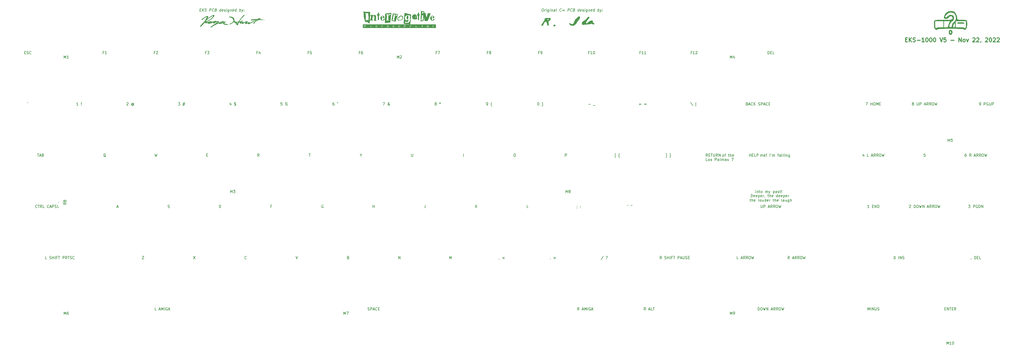
<source format=gto>
%TF.GenerationSoftware,KiCad,Pcbnew,5.1.9*%
%TF.CreationDate,2022-11-22T14:36:07-05:00*%
%TF.ProjectId,EKS1000-V4,454b5331-3030-4302-9d56-342e6b696361,rev?*%
%TF.SameCoordinates,Original*%
%TF.FileFunction,Legend,Top*%
%TF.FilePolarity,Positive*%
%FSLAX46Y46*%
G04 Gerber Fmt 4.6, Leading zero omitted, Abs format (unit mm)*
G04 Created by KiCad (PCBNEW 5.1.9) date 2022-11-22 14:36:07*
%MOMM*%
%LPD*%
G01*
G04 APERTURE LIST*
%ADD10C,0.150000*%
%ADD11C,0.300000*%
%ADD12C,0.010000*%
%ADD13C,0.120000*%
G04 APERTURE END LIST*
D10*
X200932455Y14835119D02*
X201122931Y14835119D01*
X201212217Y14787500D01*
X201295550Y14692261D01*
X201319360Y14501785D01*
X201277693Y14168452D01*
X201206264Y13977976D01*
X201099122Y13882738D01*
X200997931Y13835119D01*
X200807455Y13835119D01*
X200718169Y13882738D01*
X200634836Y13977976D01*
X200611026Y14168452D01*
X200652693Y14501785D01*
X200724122Y14692261D01*
X200831264Y14787500D01*
X200932455Y14835119D01*
X201664598Y13835119D02*
X201747931Y14501785D01*
X201724122Y14311309D02*
X201783645Y14406547D01*
X201837217Y14454166D01*
X201938407Y14501785D01*
X202033645Y14501785D01*
X202283645Y13835119D02*
X202366979Y14501785D01*
X202408645Y14835119D02*
X202355074Y14787500D01*
X202396741Y14739880D01*
X202450312Y14787500D01*
X202408645Y14835119D01*
X202396741Y14739880D01*
X203271741Y14501785D02*
X203170550Y13692261D01*
X203111026Y13597023D01*
X203057455Y13549404D01*
X202956264Y13501785D01*
X202813407Y13501785D01*
X202724122Y13549404D01*
X203194360Y13882738D02*
X203093169Y13835119D01*
X202902693Y13835119D01*
X202813407Y13882738D01*
X202771741Y13930357D01*
X202736026Y14025595D01*
X202771741Y14311309D01*
X202831264Y14406547D01*
X202884836Y14454166D01*
X202986026Y14501785D01*
X203176502Y14501785D01*
X203265788Y14454166D01*
X203664598Y13835119D02*
X203747931Y14501785D01*
X203789598Y14835119D02*
X203736026Y14787500D01*
X203777693Y14739880D01*
X203831264Y14787500D01*
X203789598Y14835119D01*
X203777693Y14739880D01*
X204224122Y14501785D02*
X204140788Y13835119D01*
X204212217Y14406547D02*
X204265788Y14454166D01*
X204366979Y14501785D01*
X204509836Y14501785D01*
X204599122Y14454166D01*
X204634836Y14358928D01*
X204569360Y13835119D01*
X205474122Y13835119D02*
X205539598Y14358928D01*
X205503883Y14454166D01*
X205414598Y14501785D01*
X205224122Y14501785D01*
X205122931Y14454166D01*
X205480074Y13882738D02*
X205378883Y13835119D01*
X205140788Y13835119D01*
X205051502Y13882738D01*
X205015788Y13977976D01*
X205027693Y14073214D01*
X205087217Y14168452D01*
X205188407Y14216071D01*
X205426502Y14216071D01*
X205527693Y14263690D01*
X206093169Y13835119D02*
X206003883Y13882738D01*
X205968169Y13977976D01*
X206075312Y14835119D01*
X207819360Y13930357D02*
X207765788Y13882738D01*
X207616979Y13835119D01*
X207521741Y13835119D01*
X207384836Y13882738D01*
X207301502Y13977976D01*
X207265788Y14073214D01*
X207241979Y14263690D01*
X207259836Y14406547D01*
X207331264Y14597023D01*
X207390788Y14692261D01*
X207497931Y14787500D01*
X207646741Y14835119D01*
X207741979Y14835119D01*
X207878883Y14787500D01*
X207920550Y14739880D01*
X208301502Y14358928D02*
X209063407Y14358928D01*
X209027693Y14073214D02*
X208265788Y14073214D01*
X210236026Y13835119D02*
X210361026Y14835119D01*
X210741979Y14835119D01*
X210831264Y14787500D01*
X210872931Y14739880D01*
X210908645Y14644642D01*
X210890788Y14501785D01*
X210831264Y14406547D01*
X210777693Y14358928D01*
X210676502Y14311309D01*
X210295550Y14311309D01*
X211819360Y13930357D02*
X211765788Y13882738D01*
X211616979Y13835119D01*
X211521741Y13835119D01*
X211384836Y13882738D01*
X211301502Y13977976D01*
X211265788Y14073214D01*
X211241979Y14263690D01*
X211259836Y14406547D01*
X211331264Y14597023D01*
X211390788Y14692261D01*
X211497931Y14787500D01*
X211646741Y14835119D01*
X211741979Y14835119D01*
X211878883Y14787500D01*
X211920550Y14739880D01*
X212634836Y14358928D02*
X212771741Y14311309D01*
X212813407Y14263690D01*
X212849122Y14168452D01*
X212831264Y14025595D01*
X212771741Y13930357D01*
X212718169Y13882738D01*
X212616979Y13835119D01*
X212236026Y13835119D01*
X212361026Y14835119D01*
X212694360Y14835119D01*
X212783645Y14787500D01*
X212825312Y14739880D01*
X212861026Y14644642D01*
X212849122Y14549404D01*
X212789598Y14454166D01*
X212736026Y14406547D01*
X212634836Y14358928D01*
X212301502Y14358928D01*
X214426502Y13835119D02*
X214551502Y14835119D01*
X214432455Y13882738D02*
X214331264Y13835119D01*
X214140788Y13835119D01*
X214051502Y13882738D01*
X214009836Y13930357D01*
X213974122Y14025595D01*
X214009836Y14311309D01*
X214069360Y14406547D01*
X214122931Y14454166D01*
X214224122Y14501785D01*
X214414598Y14501785D01*
X214503883Y14454166D01*
X215289598Y13882738D02*
X215188407Y13835119D01*
X214997931Y13835119D01*
X214908645Y13882738D01*
X214872931Y13977976D01*
X214920550Y14358928D01*
X214980074Y14454166D01*
X215081264Y14501785D01*
X215271741Y14501785D01*
X215361026Y14454166D01*
X215396741Y14358928D01*
X215384836Y14263690D01*
X214896741Y14168452D01*
X215718169Y13882738D02*
X215807455Y13835119D01*
X215997931Y13835119D01*
X216099122Y13882738D01*
X216158645Y13977976D01*
X216164598Y14025595D01*
X216128883Y14120833D01*
X216039598Y14168452D01*
X215896741Y14168452D01*
X215807455Y14216071D01*
X215771741Y14311309D01*
X215777693Y14358928D01*
X215837217Y14454166D01*
X215938407Y14501785D01*
X216081264Y14501785D01*
X216170550Y14454166D01*
X216569360Y13835119D02*
X216652693Y14501785D01*
X216694360Y14835119D02*
X216640788Y14787500D01*
X216682455Y14739880D01*
X216736026Y14787500D01*
X216694360Y14835119D01*
X216682455Y14739880D01*
X217557455Y14501785D02*
X217456264Y13692261D01*
X217396741Y13597023D01*
X217343169Y13549404D01*
X217241979Y13501785D01*
X217099122Y13501785D01*
X217009836Y13549404D01*
X217480074Y13882738D02*
X217378883Y13835119D01*
X217188407Y13835119D01*
X217099122Y13882738D01*
X217057455Y13930357D01*
X217021741Y14025595D01*
X217057455Y14311309D01*
X217116979Y14406547D01*
X217170550Y14454166D01*
X217271741Y14501785D01*
X217462217Y14501785D01*
X217551502Y14454166D01*
X218033645Y14501785D02*
X217950312Y13835119D01*
X218021741Y14406547D02*
X218075312Y14454166D01*
X218176502Y14501785D01*
X218319360Y14501785D01*
X218408645Y14454166D01*
X218444360Y14358928D01*
X218378883Y13835119D01*
X219241979Y13882738D02*
X219140788Y13835119D01*
X218950312Y13835119D01*
X218861026Y13882738D01*
X218825312Y13977976D01*
X218872931Y14358928D01*
X218932455Y14454166D01*
X219033645Y14501785D01*
X219224122Y14501785D01*
X219313407Y14454166D01*
X219349122Y14358928D01*
X219337217Y14263690D01*
X218849122Y14168452D01*
X220140788Y13835119D02*
X220265788Y14835119D01*
X220146741Y13882738D02*
X220045550Y13835119D01*
X219855074Y13835119D01*
X219765788Y13882738D01*
X219724122Y13930357D01*
X219688407Y14025595D01*
X219724122Y14311309D01*
X219783645Y14406547D01*
X219837217Y14454166D01*
X219938407Y14501785D01*
X220128883Y14501785D01*
X220218169Y14454166D01*
X221378883Y13835119D02*
X221503883Y14835119D01*
X221456264Y14454166D02*
X221557455Y14501785D01*
X221747931Y14501785D01*
X221837217Y14454166D01*
X221878883Y14406547D01*
X221914598Y14311309D01*
X221878883Y14025595D01*
X221819360Y13930357D01*
X221765788Y13882738D01*
X221664598Y13835119D01*
X221474122Y13835119D01*
X221384836Y13882738D01*
X222271741Y14501785D02*
X222426502Y13835119D01*
X222747931Y14501785D02*
X222426502Y13835119D01*
X222301502Y13597023D01*
X222247931Y13549404D01*
X222146741Y13501785D01*
X223057455Y13930357D02*
X223099122Y13882738D01*
X223045550Y13835119D01*
X223003883Y13882738D01*
X223057455Y13930357D01*
X223045550Y13835119D01*
X223122931Y14454166D02*
X223164598Y14406547D01*
X223111026Y14358928D01*
X223069360Y14406547D01*
X223122931Y14454166D01*
X223111026Y14358928D01*
X73507455Y14358928D02*
X73840788Y14358928D01*
X73918169Y13835119D02*
X73441979Y13835119D01*
X73566979Y14835119D01*
X74043169Y14835119D01*
X74346741Y13835119D02*
X74471741Y14835119D01*
X74918169Y13835119D02*
X74561026Y14406547D01*
X75043169Y14835119D02*
X74400312Y14263690D01*
X75305074Y13882738D02*
X75441979Y13835119D01*
X75680074Y13835119D01*
X75781264Y13882738D01*
X75834836Y13930357D01*
X75894360Y14025595D01*
X75906264Y14120833D01*
X75870550Y14216071D01*
X75828883Y14263690D01*
X75739598Y14311309D01*
X75555074Y14358928D01*
X75465788Y14406547D01*
X75424122Y14454166D01*
X75388407Y14549404D01*
X75400312Y14644642D01*
X75459836Y14739880D01*
X75513407Y14787500D01*
X75614598Y14835119D01*
X75852693Y14835119D01*
X75989598Y14787500D01*
X77061026Y13835119D02*
X77186026Y14835119D01*
X77566979Y14835119D01*
X77656264Y14787500D01*
X77697931Y14739880D01*
X77733645Y14644642D01*
X77715788Y14501785D01*
X77656264Y14406547D01*
X77602693Y14358928D01*
X77501502Y14311309D01*
X77120550Y14311309D01*
X78644360Y13930357D02*
X78590788Y13882738D01*
X78441979Y13835119D01*
X78346741Y13835119D01*
X78209836Y13882738D01*
X78126502Y13977976D01*
X78090788Y14073214D01*
X78066979Y14263690D01*
X78084836Y14406547D01*
X78156264Y14597023D01*
X78215788Y14692261D01*
X78322931Y14787500D01*
X78471741Y14835119D01*
X78566979Y14835119D01*
X78703883Y14787500D01*
X78745550Y14739880D01*
X79459836Y14358928D02*
X79596741Y14311309D01*
X79638407Y14263690D01*
X79674122Y14168452D01*
X79656264Y14025595D01*
X79596741Y13930357D01*
X79543169Y13882738D01*
X79441979Y13835119D01*
X79061026Y13835119D01*
X79186026Y14835119D01*
X79519360Y14835119D01*
X79608645Y14787500D01*
X79650312Y14739880D01*
X79686026Y14644642D01*
X79674122Y14549404D01*
X79614598Y14454166D01*
X79561026Y14406547D01*
X79459836Y14358928D01*
X79126502Y14358928D01*
X81251502Y13835119D02*
X81376502Y14835119D01*
X81257455Y13882738D02*
X81156264Y13835119D01*
X80965788Y13835119D01*
X80876502Y13882738D01*
X80834836Y13930357D01*
X80799122Y14025595D01*
X80834836Y14311309D01*
X80894360Y14406547D01*
X80947931Y14454166D01*
X81049122Y14501785D01*
X81239598Y14501785D01*
X81328883Y14454166D01*
X82114598Y13882738D02*
X82013407Y13835119D01*
X81822931Y13835119D01*
X81733645Y13882738D01*
X81697931Y13977976D01*
X81745550Y14358928D01*
X81805074Y14454166D01*
X81906264Y14501785D01*
X82096741Y14501785D01*
X82186026Y14454166D01*
X82221741Y14358928D01*
X82209836Y14263690D01*
X81721741Y14168452D01*
X82543169Y13882738D02*
X82632455Y13835119D01*
X82822931Y13835119D01*
X82924122Y13882738D01*
X82983645Y13977976D01*
X82989598Y14025595D01*
X82953883Y14120833D01*
X82864598Y14168452D01*
X82721741Y14168452D01*
X82632455Y14216071D01*
X82596741Y14311309D01*
X82602693Y14358928D01*
X82662217Y14454166D01*
X82763407Y14501785D01*
X82906264Y14501785D01*
X82995550Y14454166D01*
X83394360Y13835119D02*
X83477693Y14501785D01*
X83519360Y14835119D02*
X83465788Y14787500D01*
X83507455Y14739880D01*
X83561026Y14787500D01*
X83519360Y14835119D01*
X83507455Y14739880D01*
X84382455Y14501785D02*
X84281264Y13692261D01*
X84221741Y13597023D01*
X84168169Y13549404D01*
X84066979Y13501785D01*
X83924122Y13501785D01*
X83834836Y13549404D01*
X84305074Y13882738D02*
X84203883Y13835119D01*
X84013407Y13835119D01*
X83924122Y13882738D01*
X83882455Y13930357D01*
X83846741Y14025595D01*
X83882455Y14311309D01*
X83941979Y14406547D01*
X83995550Y14454166D01*
X84096741Y14501785D01*
X84287217Y14501785D01*
X84376502Y14454166D01*
X84858645Y14501785D02*
X84775312Y13835119D01*
X84846741Y14406547D02*
X84900312Y14454166D01*
X85001502Y14501785D01*
X85144360Y14501785D01*
X85233645Y14454166D01*
X85269360Y14358928D01*
X85203883Y13835119D01*
X86066979Y13882738D02*
X85965788Y13835119D01*
X85775312Y13835119D01*
X85686026Y13882738D01*
X85650312Y13977976D01*
X85697931Y14358928D01*
X85757455Y14454166D01*
X85858645Y14501785D01*
X86049122Y14501785D01*
X86138407Y14454166D01*
X86174122Y14358928D01*
X86162217Y14263690D01*
X85674122Y14168452D01*
X86965788Y13835119D02*
X87090788Y14835119D01*
X86971741Y13882738D02*
X86870550Y13835119D01*
X86680074Y13835119D01*
X86590788Y13882738D01*
X86549122Y13930357D01*
X86513407Y14025595D01*
X86549122Y14311309D01*
X86608645Y14406547D01*
X86662217Y14454166D01*
X86763407Y14501785D01*
X86953883Y14501785D01*
X87043169Y14454166D01*
X88203883Y13835119D02*
X88328883Y14835119D01*
X88281264Y14454166D02*
X88382455Y14501785D01*
X88572931Y14501785D01*
X88662217Y14454166D01*
X88703883Y14406547D01*
X88739598Y14311309D01*
X88703883Y14025595D01*
X88644360Y13930357D01*
X88590788Y13882738D01*
X88489598Y13835119D01*
X88299122Y13835119D01*
X88209836Y13882738D01*
X89096741Y14501785D02*
X89251502Y13835119D01*
X89572931Y14501785D02*
X89251502Y13835119D01*
X89126502Y13597023D01*
X89072931Y13549404D01*
X88971741Y13501785D01*
X89882455Y13930357D02*
X89924122Y13882738D01*
X89870550Y13835119D01*
X89828883Y13882738D01*
X89882455Y13930357D01*
X89870550Y13835119D01*
X89947931Y14454166D02*
X89989598Y14406547D01*
X89936026Y14358928D01*
X89894360Y14406547D01*
X89947931Y14454166D01*
X89936026Y14358928D01*
D11*
X335825892Y3282142D02*
X336325892Y3282142D01*
X336540178Y2496428D02*
X335825892Y2496428D01*
X335825892Y3996428D01*
X336540178Y3996428D01*
X337183035Y2496428D02*
X337183035Y3996428D01*
X338040178Y2496428D02*
X337397321Y3353571D01*
X338040178Y3996428D02*
X337183035Y3139285D01*
X338611607Y2567857D02*
X338825892Y2496428D01*
X339183035Y2496428D01*
X339325892Y2567857D01*
X339397321Y2639285D01*
X339468750Y2782142D01*
X339468750Y2925000D01*
X339397321Y3067857D01*
X339325892Y3139285D01*
X339183035Y3210714D01*
X338897321Y3282142D01*
X338754464Y3353571D01*
X338683035Y3425000D01*
X338611607Y3567857D01*
X338611607Y3710714D01*
X338683035Y3853571D01*
X338754464Y3925000D01*
X338897321Y3996428D01*
X339254464Y3996428D01*
X339468750Y3925000D01*
X340111607Y3067857D02*
X341254464Y3067857D01*
X342754464Y2496428D02*
X341897321Y2496428D01*
X342325892Y2496428D02*
X342325892Y3996428D01*
X342183035Y3782142D01*
X342040178Y3639285D01*
X341897321Y3567857D01*
X343683035Y3996428D02*
X343825892Y3996428D01*
X343968750Y3925000D01*
X344040178Y3853571D01*
X344111607Y3710714D01*
X344183035Y3425000D01*
X344183035Y3067857D01*
X344111607Y2782142D01*
X344040178Y2639285D01*
X343968750Y2567857D01*
X343825892Y2496428D01*
X343683035Y2496428D01*
X343540178Y2567857D01*
X343468750Y2639285D01*
X343397321Y2782142D01*
X343325892Y3067857D01*
X343325892Y3425000D01*
X343397321Y3710714D01*
X343468750Y3853571D01*
X343540178Y3925000D01*
X343683035Y3996428D01*
X345111607Y3996428D02*
X345254464Y3996428D01*
X345397321Y3925000D01*
X345468750Y3853571D01*
X345540178Y3710714D01*
X345611607Y3425000D01*
X345611607Y3067857D01*
X345540178Y2782142D01*
X345468750Y2639285D01*
X345397321Y2567857D01*
X345254464Y2496428D01*
X345111607Y2496428D01*
X344968750Y2567857D01*
X344897321Y2639285D01*
X344825892Y2782142D01*
X344754464Y3067857D01*
X344754464Y3425000D01*
X344825892Y3710714D01*
X344897321Y3853571D01*
X344968750Y3925000D01*
X345111607Y3996428D01*
X346540178Y3996428D02*
X346683035Y3996428D01*
X346825892Y3925000D01*
X346897321Y3853571D01*
X346968750Y3710714D01*
X347040178Y3425000D01*
X347040178Y3067857D01*
X346968750Y2782142D01*
X346897321Y2639285D01*
X346825892Y2567857D01*
X346683035Y2496428D01*
X346540178Y2496428D01*
X346397321Y2567857D01*
X346325892Y2639285D01*
X346254464Y2782142D01*
X346183035Y3067857D01*
X346183035Y3425000D01*
X346254464Y3710714D01*
X346325892Y3853571D01*
X346397321Y3925000D01*
X346540178Y3996428D01*
X348611607Y3996428D02*
X349111607Y2496428D01*
X349611607Y3996428D01*
X350825892Y3996428D02*
X350111607Y3996428D01*
X350040178Y3282142D01*
X350111607Y3353571D01*
X350254464Y3425000D01*
X350611607Y3425000D01*
X350754464Y3353571D01*
X350825892Y3282142D01*
X350897321Y3139285D01*
X350897321Y2782142D01*
X350825892Y2639285D01*
X350754464Y2567857D01*
X350611607Y2496428D01*
X350254464Y2496428D01*
X350111607Y2567857D01*
X350040178Y2639285D01*
X352683035Y3067857D02*
X353825892Y3067857D01*
X355683035Y2496428D02*
X355683035Y3996428D01*
X356540178Y2496428D01*
X356540178Y3996428D01*
X357468750Y2496428D02*
X357325892Y2567857D01*
X357254464Y2639285D01*
X357183035Y2782142D01*
X357183035Y3210714D01*
X357254464Y3353571D01*
X357325892Y3425000D01*
X357468750Y3496428D01*
X357683035Y3496428D01*
X357825892Y3425000D01*
X357897321Y3353571D01*
X357968750Y3210714D01*
X357968750Y2782142D01*
X357897321Y2639285D01*
X357825892Y2567857D01*
X357683035Y2496428D01*
X357468750Y2496428D01*
X358468750Y3496428D02*
X358825892Y2496428D01*
X359183035Y3496428D01*
X360825892Y3853571D02*
X360897321Y3925000D01*
X361040178Y3996428D01*
X361397321Y3996428D01*
X361540178Y3925000D01*
X361611607Y3853571D01*
X361683035Y3710714D01*
X361683035Y3567857D01*
X361611607Y3353571D01*
X360754464Y2496428D01*
X361683035Y2496428D01*
X362254464Y3853571D02*
X362325892Y3925000D01*
X362468750Y3996428D01*
X362825892Y3996428D01*
X362968750Y3925000D01*
X363040178Y3853571D01*
X363111607Y3710714D01*
X363111607Y3567857D01*
X363040178Y3353571D01*
X362183035Y2496428D01*
X363111607Y2496428D01*
X363825892Y2567857D02*
X363825892Y2496428D01*
X363754464Y2353571D01*
X363683035Y2282142D01*
X365540178Y3853571D02*
X365611607Y3925000D01*
X365754464Y3996428D01*
X366111607Y3996428D01*
X366254464Y3925000D01*
X366325892Y3853571D01*
X366397321Y3710714D01*
X366397321Y3567857D01*
X366325892Y3353571D01*
X365468750Y2496428D01*
X366397321Y2496428D01*
X367325892Y3996428D02*
X367468750Y3996428D01*
X367611607Y3925000D01*
X367683035Y3853571D01*
X367754464Y3710714D01*
X367825892Y3425000D01*
X367825892Y3067857D01*
X367754464Y2782142D01*
X367683035Y2639285D01*
X367611607Y2567857D01*
X367468750Y2496428D01*
X367325892Y2496428D01*
X367183035Y2567857D01*
X367111607Y2639285D01*
X367040178Y2782142D01*
X366968750Y3067857D01*
X366968750Y3425000D01*
X367040178Y3710714D01*
X367111607Y3853571D01*
X367183035Y3925000D01*
X367325892Y3996428D01*
X368397321Y3853571D02*
X368468750Y3925000D01*
X368611607Y3996428D01*
X368968750Y3996428D01*
X369111607Y3925000D01*
X369183035Y3853571D01*
X369254464Y3710714D01*
X369254464Y3567857D01*
X369183035Y3353571D01*
X368325892Y2496428D01*
X369254464Y2496428D01*
X369825892Y3853571D02*
X369897321Y3925000D01*
X370040178Y3996428D01*
X370397321Y3996428D01*
X370540178Y3925000D01*
X370611607Y3853571D01*
X370683035Y3710714D01*
X370683035Y3567857D01*
X370611607Y3353571D01*
X369754464Y2496428D01*
X370683035Y2496428D01*
D10*
X278392857Y-55189880D02*
X278392857Y-54189880D01*
X278630952Y-54189880D01*
X278773809Y-54237500D01*
X278869047Y-54332738D01*
X278916666Y-54427976D01*
X278964285Y-54618452D01*
X278964285Y-54761309D01*
X278916666Y-54951785D01*
X278869047Y-55047023D01*
X278773809Y-55142261D01*
X278630952Y-55189880D01*
X278392857Y-55189880D01*
X279773809Y-55142261D02*
X279678571Y-55189880D01*
X279488095Y-55189880D01*
X279392857Y-55142261D01*
X279345238Y-55047023D01*
X279345238Y-54666071D01*
X279392857Y-54570833D01*
X279488095Y-54523214D01*
X279678571Y-54523214D01*
X279773809Y-54570833D01*
X279821428Y-54666071D01*
X279821428Y-54761309D01*
X279345238Y-54856547D01*
X280630952Y-55142261D02*
X280535714Y-55189880D01*
X280345238Y-55189880D01*
X280250000Y-55142261D01*
X280202380Y-55047023D01*
X280202380Y-54666071D01*
X280250000Y-54570833D01*
X280345238Y-54523214D01*
X280535714Y-54523214D01*
X280630952Y-54570833D01*
X280678571Y-54666071D01*
X280678571Y-54761309D01*
X280202380Y-54856547D01*
X281107142Y-54523214D02*
X281107142Y-55523214D01*
X281107142Y-54570833D02*
X281202380Y-54523214D01*
X281392857Y-54523214D01*
X281488095Y-54570833D01*
X281535714Y-54618452D01*
X281583333Y-54713690D01*
X281583333Y-54999404D01*
X281535714Y-55094642D01*
X281488095Y-55142261D01*
X281392857Y-55189880D01*
X281202380Y-55189880D01*
X281107142Y-55142261D01*
X282392857Y-55142261D02*
X282297619Y-55189880D01*
X282107142Y-55189880D01*
X282011904Y-55142261D01*
X281964285Y-55047023D01*
X281964285Y-54666071D01*
X282011904Y-54570833D01*
X282107142Y-54523214D01*
X282297619Y-54523214D01*
X282392857Y-54570833D01*
X282440476Y-54666071D01*
X282440476Y-54761309D01*
X281964285Y-54856547D01*
X282869047Y-55189880D02*
X282869047Y-54523214D01*
X282869047Y-54713690D02*
X282916666Y-54618452D01*
X282964285Y-54570833D01*
X283059523Y-54523214D01*
X283154761Y-54523214D01*
X283535714Y-55142261D02*
X283535714Y-55189880D01*
X283488095Y-55285119D01*
X283440476Y-55332738D01*
X284583333Y-54523214D02*
X284964285Y-54523214D01*
X284726190Y-54189880D02*
X284726190Y-55047023D01*
X284773809Y-55142261D01*
X284869047Y-55189880D01*
X284964285Y-55189880D01*
X285297619Y-55189880D02*
X285297619Y-54189880D01*
X285726190Y-55189880D02*
X285726190Y-54666071D01*
X285678571Y-54570833D01*
X285583333Y-54523214D01*
X285440476Y-54523214D01*
X285345238Y-54570833D01*
X285297619Y-54618452D01*
X286583333Y-55142261D02*
X286488095Y-55189880D01*
X286297619Y-55189880D01*
X286202380Y-55142261D01*
X286154761Y-55047023D01*
X286154761Y-54666071D01*
X286202380Y-54570833D01*
X286297619Y-54523214D01*
X286488095Y-54523214D01*
X286583333Y-54570833D01*
X286630952Y-54666071D01*
X286630952Y-54761309D01*
X286154761Y-54856547D01*
X288250000Y-55189880D02*
X288250000Y-54189880D01*
X288250000Y-55142261D02*
X288154761Y-55189880D01*
X287964285Y-55189880D01*
X287869047Y-55142261D01*
X287821428Y-55094642D01*
X287773809Y-54999404D01*
X287773809Y-54713690D01*
X287821428Y-54618452D01*
X287869047Y-54570833D01*
X287964285Y-54523214D01*
X288154761Y-54523214D01*
X288250000Y-54570833D01*
X289107142Y-55142261D02*
X289011904Y-55189880D01*
X288821428Y-55189880D01*
X288726190Y-55142261D01*
X288678571Y-55047023D01*
X288678571Y-54666071D01*
X288726190Y-54570833D01*
X288821428Y-54523214D01*
X289011904Y-54523214D01*
X289107142Y-54570833D01*
X289154761Y-54666071D01*
X289154761Y-54761309D01*
X288678571Y-54856547D01*
X289964285Y-55142261D02*
X289869047Y-55189880D01*
X289678571Y-55189880D01*
X289583333Y-55142261D01*
X289535714Y-55047023D01*
X289535714Y-54666071D01*
X289583333Y-54570833D01*
X289678571Y-54523214D01*
X289869047Y-54523214D01*
X289964285Y-54570833D01*
X290011904Y-54666071D01*
X290011904Y-54761309D01*
X289535714Y-54856547D01*
X290440476Y-54523214D02*
X290440476Y-55523214D01*
X290440476Y-54570833D02*
X290535714Y-54523214D01*
X290726190Y-54523214D01*
X290821428Y-54570833D01*
X290869047Y-54618452D01*
X290916666Y-54713690D01*
X290916666Y-54999404D01*
X290869047Y-55094642D01*
X290821428Y-55142261D01*
X290726190Y-55189880D01*
X290535714Y-55189880D01*
X290440476Y-55142261D01*
X291726190Y-55142261D02*
X291630952Y-55189880D01*
X291440476Y-55189880D01*
X291345238Y-55142261D01*
X291297619Y-55047023D01*
X291297619Y-54666071D01*
X291345238Y-54570833D01*
X291440476Y-54523214D01*
X291630952Y-54523214D01*
X291726190Y-54570833D01*
X291773809Y-54666071D01*
X291773809Y-54761309D01*
X291297619Y-54856547D01*
X292202380Y-55189880D02*
X292202380Y-54523214D01*
X292202380Y-54713690D02*
X292250000Y-54618452D01*
X292297619Y-54570833D01*
X292392857Y-54523214D01*
X292488095Y-54523214D01*
X277940476Y-56173214D02*
X278321428Y-56173214D01*
X278083333Y-55839880D02*
X278083333Y-56697023D01*
X278130952Y-56792261D01*
X278226190Y-56839880D01*
X278321428Y-56839880D01*
X278654761Y-56839880D02*
X278654761Y-55839880D01*
X279083333Y-56839880D02*
X279083333Y-56316071D01*
X279035714Y-56220833D01*
X278940476Y-56173214D01*
X278797619Y-56173214D01*
X278702380Y-56220833D01*
X278654761Y-56268452D01*
X279940476Y-56792261D02*
X279845238Y-56839880D01*
X279654761Y-56839880D01*
X279559523Y-56792261D01*
X279511904Y-56697023D01*
X279511904Y-56316071D01*
X279559523Y-56220833D01*
X279654761Y-56173214D01*
X279845238Y-56173214D01*
X279940476Y-56220833D01*
X279988095Y-56316071D01*
X279988095Y-56411309D01*
X279511904Y-56506547D01*
X281321428Y-56839880D02*
X281226190Y-56792261D01*
X281178571Y-56697023D01*
X281178571Y-55839880D01*
X281845238Y-56839880D02*
X281750000Y-56792261D01*
X281702380Y-56744642D01*
X281654761Y-56649404D01*
X281654761Y-56363690D01*
X281702380Y-56268452D01*
X281750000Y-56220833D01*
X281845238Y-56173214D01*
X281988095Y-56173214D01*
X282083333Y-56220833D01*
X282130952Y-56268452D01*
X282178571Y-56363690D01*
X282178571Y-56649404D01*
X282130952Y-56744642D01*
X282083333Y-56792261D01*
X281988095Y-56839880D01*
X281845238Y-56839880D01*
X283035714Y-56173214D02*
X283035714Y-56839880D01*
X282607142Y-56173214D02*
X282607142Y-56697023D01*
X282654761Y-56792261D01*
X282750000Y-56839880D01*
X282892857Y-56839880D01*
X282988095Y-56792261D01*
X283035714Y-56744642D01*
X283940476Y-56839880D02*
X283940476Y-55839880D01*
X283940476Y-56792261D02*
X283845238Y-56839880D01*
X283654761Y-56839880D01*
X283559523Y-56792261D01*
X283511904Y-56744642D01*
X283464285Y-56649404D01*
X283464285Y-56363690D01*
X283511904Y-56268452D01*
X283559523Y-56220833D01*
X283654761Y-56173214D01*
X283845238Y-56173214D01*
X283940476Y-56220833D01*
X284797619Y-56792261D02*
X284702380Y-56839880D01*
X284511904Y-56839880D01*
X284416666Y-56792261D01*
X284369047Y-56697023D01*
X284369047Y-56316071D01*
X284416666Y-56220833D01*
X284511904Y-56173214D01*
X284702380Y-56173214D01*
X284797619Y-56220833D01*
X284845238Y-56316071D01*
X284845238Y-56411309D01*
X284369047Y-56506547D01*
X285273809Y-56839880D02*
X285273809Y-56173214D01*
X285273809Y-56363690D02*
X285321428Y-56268452D01*
X285369047Y-56220833D01*
X285464285Y-56173214D01*
X285559523Y-56173214D01*
X286511904Y-56173214D02*
X286892857Y-56173214D01*
X286654761Y-55839880D02*
X286654761Y-56697023D01*
X286702380Y-56792261D01*
X286797619Y-56839880D01*
X286892857Y-56839880D01*
X287226190Y-56839880D02*
X287226190Y-55839880D01*
X287654761Y-56839880D02*
X287654761Y-56316071D01*
X287607142Y-56220833D01*
X287511904Y-56173214D01*
X287369047Y-56173214D01*
X287273809Y-56220833D01*
X287226190Y-56268452D01*
X288511904Y-56792261D02*
X288416666Y-56839880D01*
X288226190Y-56839880D01*
X288130952Y-56792261D01*
X288083333Y-56697023D01*
X288083333Y-56316071D01*
X288130952Y-56220833D01*
X288226190Y-56173214D01*
X288416666Y-56173214D01*
X288511904Y-56220833D01*
X288559523Y-56316071D01*
X288559523Y-56411309D01*
X288083333Y-56506547D01*
X289892857Y-56839880D02*
X289797619Y-56792261D01*
X289750000Y-56697023D01*
X289750000Y-55839880D01*
X290702380Y-56839880D02*
X290702380Y-56316071D01*
X290654761Y-56220833D01*
X290559523Y-56173214D01*
X290369047Y-56173214D01*
X290273809Y-56220833D01*
X290702380Y-56792261D02*
X290607142Y-56839880D01*
X290369047Y-56839880D01*
X290273809Y-56792261D01*
X290226190Y-56697023D01*
X290226190Y-56601785D01*
X290273809Y-56506547D01*
X290369047Y-56458928D01*
X290607142Y-56458928D01*
X290702380Y-56411309D01*
X291607142Y-56173214D02*
X291607142Y-56839880D01*
X291178571Y-56173214D02*
X291178571Y-56697023D01*
X291226190Y-56792261D01*
X291321428Y-56839880D01*
X291464285Y-56839880D01*
X291559523Y-56792261D01*
X291607142Y-56744642D01*
X292511904Y-56173214D02*
X292511904Y-56982738D01*
X292464285Y-57077976D01*
X292416666Y-57125595D01*
X292321428Y-57173214D01*
X292178571Y-57173214D01*
X292083333Y-57125595D01*
X292511904Y-56792261D02*
X292416666Y-56839880D01*
X292226190Y-56839880D01*
X292130952Y-56792261D01*
X292083333Y-56744642D01*
X292035714Y-56649404D01*
X292035714Y-56363690D01*
X292083333Y-56268452D01*
X292130952Y-56220833D01*
X292226190Y-56173214D01*
X292416666Y-56173214D01*
X292511904Y-56220833D01*
X292988095Y-56839880D02*
X292988095Y-55839880D01*
X293416666Y-56839880D02*
X293416666Y-56316071D01*
X293369047Y-56220833D01*
X293273809Y-56173214D01*
X293130952Y-56173214D01*
X293035714Y-56220833D01*
X292988095Y-56268452D01*
X280122916Y-53633630D02*
X280122916Y-52966964D01*
X280122916Y-52633630D02*
X280075297Y-52681250D01*
X280122916Y-52728869D01*
X280170535Y-52681250D01*
X280122916Y-52633630D01*
X280122916Y-52728869D01*
X280599107Y-52966964D02*
X280599107Y-53633630D01*
X280599107Y-53062202D02*
X280646726Y-53014583D01*
X280741964Y-52966964D01*
X280884821Y-52966964D01*
X280980059Y-53014583D01*
X281027678Y-53109821D01*
X281027678Y-53633630D01*
X281361011Y-52966964D02*
X281741964Y-52966964D01*
X281503869Y-52633630D02*
X281503869Y-53490773D01*
X281551488Y-53586011D01*
X281646726Y-53633630D01*
X281741964Y-53633630D01*
X282218154Y-53633630D02*
X282122916Y-53586011D01*
X282075297Y-53538392D01*
X282027678Y-53443154D01*
X282027678Y-53157440D01*
X282075297Y-53062202D01*
X282122916Y-53014583D01*
X282218154Y-52966964D01*
X282361011Y-52966964D01*
X282456250Y-53014583D01*
X282503869Y-53062202D01*
X282551488Y-53157440D01*
X282551488Y-53443154D01*
X282503869Y-53538392D01*
X282456250Y-53586011D01*
X282361011Y-53633630D01*
X282218154Y-53633630D01*
X283741964Y-53633630D02*
X283741964Y-52966964D01*
X283741964Y-53062202D02*
X283789583Y-53014583D01*
X283884821Y-52966964D01*
X284027678Y-52966964D01*
X284122916Y-53014583D01*
X284170535Y-53109821D01*
X284170535Y-53633630D01*
X284170535Y-53109821D02*
X284218154Y-53014583D01*
X284313392Y-52966964D01*
X284456250Y-52966964D01*
X284551488Y-53014583D01*
X284599107Y-53109821D01*
X284599107Y-53633630D01*
X284980059Y-52966964D02*
X285218154Y-53633630D01*
X285456250Y-52966964D02*
X285218154Y-53633630D01*
X285122916Y-53871726D01*
X285075297Y-53919345D01*
X284980059Y-53966964D01*
X286599107Y-52966964D02*
X286599107Y-53966964D01*
X286599107Y-53014583D02*
X286694345Y-52966964D01*
X286884821Y-52966964D01*
X286980059Y-53014583D01*
X287027678Y-53062202D01*
X287075297Y-53157440D01*
X287075297Y-53443154D01*
X287027678Y-53538392D01*
X286980059Y-53586011D01*
X286884821Y-53633630D01*
X286694345Y-53633630D01*
X286599107Y-53586011D01*
X287932440Y-53633630D02*
X287932440Y-53109821D01*
X287884821Y-53014583D01*
X287789583Y-52966964D01*
X287599107Y-52966964D01*
X287503869Y-53014583D01*
X287932440Y-53586011D02*
X287837202Y-53633630D01*
X287599107Y-53633630D01*
X287503869Y-53586011D01*
X287456250Y-53490773D01*
X287456250Y-53395535D01*
X287503869Y-53300297D01*
X287599107Y-53252678D01*
X287837202Y-53252678D01*
X287932440Y-53205059D01*
X288361011Y-53586011D02*
X288456250Y-53633630D01*
X288646726Y-53633630D01*
X288741964Y-53586011D01*
X288789583Y-53490773D01*
X288789583Y-53443154D01*
X288741964Y-53347916D01*
X288646726Y-53300297D01*
X288503869Y-53300297D01*
X288408630Y-53252678D01*
X288361011Y-53157440D01*
X288361011Y-53109821D01*
X288408630Y-53014583D01*
X288503869Y-52966964D01*
X288646726Y-52966964D01*
X288741964Y-53014583D01*
X289075297Y-52966964D02*
X289456250Y-52966964D01*
X289218154Y-52633630D02*
X289218154Y-53490773D01*
X289265773Y-53586011D01*
X289361011Y-53633630D01*
X289456250Y-53633630D01*
X289789583Y-53538392D02*
X289837202Y-53586011D01*
X289789583Y-53633630D01*
X289741964Y-53586011D01*
X289789583Y-53538392D01*
X289789583Y-53633630D01*
X289789583Y-53252678D02*
X289741964Y-52681250D01*
X289789583Y-52633630D01*
X289837202Y-52681250D01*
X289789583Y-53252678D01*
X289789583Y-52633630D01*
X281932738Y-40139880D02*
X281932738Y-39473214D01*
X281932738Y-39568452D02*
X281980357Y-39520833D01*
X282075595Y-39473214D01*
X282218452Y-39473214D01*
X282313690Y-39520833D01*
X282361309Y-39616071D01*
X282361309Y-40139880D01*
X282361309Y-39616071D02*
X282408928Y-39520833D01*
X282504166Y-39473214D01*
X282647023Y-39473214D01*
X282742261Y-39520833D01*
X282789880Y-39616071D01*
X282789880Y-40139880D01*
X283647023Y-40092261D02*
X283551785Y-40139880D01*
X283361309Y-40139880D01*
X283266071Y-40092261D01*
X283218452Y-39997023D01*
X283218452Y-39616071D01*
X283266071Y-39520833D01*
X283361309Y-39473214D01*
X283551785Y-39473214D01*
X283647023Y-39520833D01*
X283694642Y-39616071D01*
X283694642Y-39711309D01*
X283218452Y-39806547D01*
X284123214Y-40044642D02*
X284170833Y-40092261D01*
X284123214Y-40139880D01*
X284075595Y-40092261D01*
X284123214Y-40044642D01*
X284123214Y-40139880D01*
X284123214Y-39758928D02*
X284075595Y-39187500D01*
X284123214Y-39139880D01*
X284170833Y-39187500D01*
X284123214Y-39758928D01*
X284123214Y-39139880D01*
X285361309Y-40139880D02*
X285361309Y-39139880D01*
X285885119Y-39139880D02*
X285789880Y-39330357D01*
X286313690Y-40139880D02*
X286313690Y-39473214D01*
X286313690Y-39568452D02*
X286361309Y-39520833D01*
X286456547Y-39473214D01*
X286599404Y-39473214D01*
X286694642Y-39520833D01*
X286742261Y-39616071D01*
X286742261Y-40139880D01*
X286742261Y-39616071D02*
X286789880Y-39520833D01*
X286885119Y-39473214D01*
X287027976Y-39473214D01*
X287123214Y-39520833D01*
X287170833Y-39616071D01*
X287170833Y-40139880D01*
X288266071Y-39473214D02*
X288647023Y-39473214D01*
X288408928Y-40139880D02*
X288408928Y-39282738D01*
X288456547Y-39187500D01*
X288551785Y-39139880D01*
X288647023Y-39139880D01*
X289408928Y-40139880D02*
X289408928Y-39616071D01*
X289361309Y-39520833D01*
X289266071Y-39473214D01*
X289075595Y-39473214D01*
X288980357Y-39520833D01*
X289408928Y-40092261D02*
X289313690Y-40139880D01*
X289075595Y-40139880D01*
X288980357Y-40092261D01*
X288932738Y-39997023D01*
X288932738Y-39901785D01*
X288980357Y-39806547D01*
X289075595Y-39758928D01*
X289313690Y-39758928D01*
X289408928Y-39711309D01*
X290027976Y-40139880D02*
X289932738Y-40092261D01*
X289885119Y-39997023D01*
X289885119Y-39139880D01*
X290551785Y-40139880D02*
X290456547Y-40092261D01*
X290408928Y-39997023D01*
X290408928Y-39139880D01*
X290932738Y-40139880D02*
X290932738Y-39473214D01*
X290932738Y-39139880D02*
X290885119Y-39187500D01*
X290932738Y-39235119D01*
X290980357Y-39187500D01*
X290932738Y-39139880D01*
X290932738Y-39235119D01*
X291408928Y-39473214D02*
X291408928Y-40139880D01*
X291408928Y-39568452D02*
X291456547Y-39520833D01*
X291551785Y-39473214D01*
X291694642Y-39473214D01*
X291789880Y-39520833D01*
X291837500Y-39616071D01*
X291837500Y-40139880D01*
X292742261Y-39473214D02*
X292742261Y-40282738D01*
X292694642Y-40377976D01*
X292647023Y-40425595D01*
X292551785Y-40473214D01*
X292408928Y-40473214D01*
X292313690Y-40425595D01*
X292742261Y-40092261D02*
X292647023Y-40139880D01*
X292456547Y-40139880D01*
X292361309Y-40092261D01*
X292313690Y-40044642D01*
X292266071Y-39949404D01*
X292266071Y-39663690D01*
X292313690Y-39568452D01*
X292361309Y-39520833D01*
X292456547Y-39473214D01*
X292647023Y-39473214D01*
X292742261Y-39520833D01*
X262176190Y-41727380D02*
X261700000Y-41727380D01*
X261700000Y-40727380D01*
X262652380Y-41727380D02*
X262557142Y-41679761D01*
X262509523Y-41632142D01*
X262461904Y-41536904D01*
X262461904Y-41251190D01*
X262509523Y-41155952D01*
X262557142Y-41108333D01*
X262652380Y-41060714D01*
X262795238Y-41060714D01*
X262890476Y-41108333D01*
X262938095Y-41155952D01*
X262985714Y-41251190D01*
X262985714Y-41536904D01*
X262938095Y-41632142D01*
X262890476Y-41679761D01*
X262795238Y-41727380D01*
X262652380Y-41727380D01*
X263366666Y-41679761D02*
X263461904Y-41727380D01*
X263652380Y-41727380D01*
X263747619Y-41679761D01*
X263795238Y-41584523D01*
X263795238Y-41536904D01*
X263747619Y-41441666D01*
X263652380Y-41394047D01*
X263509523Y-41394047D01*
X263414285Y-41346428D01*
X263366666Y-41251190D01*
X263366666Y-41203571D01*
X263414285Y-41108333D01*
X263509523Y-41060714D01*
X263652380Y-41060714D01*
X263747619Y-41108333D01*
X264985714Y-41727380D02*
X264985714Y-40727380D01*
X265366666Y-40727380D01*
X265461904Y-40775000D01*
X265509523Y-40822619D01*
X265557142Y-40917857D01*
X265557142Y-41060714D01*
X265509523Y-41155952D01*
X265461904Y-41203571D01*
X265366666Y-41251190D01*
X264985714Y-41251190D01*
X266414285Y-41727380D02*
X266414285Y-41203571D01*
X266366666Y-41108333D01*
X266271428Y-41060714D01*
X266080952Y-41060714D01*
X265985714Y-41108333D01*
X266414285Y-41679761D02*
X266319047Y-41727380D01*
X266080952Y-41727380D01*
X265985714Y-41679761D01*
X265938095Y-41584523D01*
X265938095Y-41489285D01*
X265985714Y-41394047D01*
X266080952Y-41346428D01*
X266319047Y-41346428D01*
X266414285Y-41298809D01*
X267033333Y-41727380D02*
X266938095Y-41679761D01*
X266890476Y-41584523D01*
X266890476Y-40727380D01*
X267414285Y-41727380D02*
X267414285Y-41060714D01*
X267414285Y-41155952D02*
X267461904Y-41108333D01*
X267557142Y-41060714D01*
X267700000Y-41060714D01*
X267795238Y-41108333D01*
X267842857Y-41203571D01*
X267842857Y-41727380D01*
X267842857Y-41203571D02*
X267890476Y-41108333D01*
X267985714Y-41060714D01*
X268128571Y-41060714D01*
X268223809Y-41108333D01*
X268271428Y-41203571D01*
X268271428Y-41727380D01*
X269176190Y-41727380D02*
X269176190Y-41203571D01*
X269128571Y-41108333D01*
X269033333Y-41060714D01*
X268842857Y-41060714D01*
X268747619Y-41108333D01*
X269176190Y-41679761D02*
X269080952Y-41727380D01*
X268842857Y-41727380D01*
X268747619Y-41679761D01*
X268700000Y-41584523D01*
X268700000Y-41489285D01*
X268747619Y-41394047D01*
X268842857Y-41346428D01*
X269080952Y-41346428D01*
X269176190Y-41298809D01*
X269604761Y-41679761D02*
X269700000Y-41727380D01*
X269890476Y-41727380D01*
X269985714Y-41679761D01*
X270033333Y-41584523D01*
X270033333Y-41536904D01*
X269985714Y-41441666D01*
X269890476Y-41394047D01*
X269747619Y-41394047D01*
X269652380Y-41346428D01*
X269604761Y-41251190D01*
X269604761Y-41203571D01*
X269652380Y-41108333D01*
X269747619Y-41060714D01*
X269890476Y-41060714D01*
X269985714Y-41108333D01*
X271128571Y-40727380D02*
X271795238Y-40727380D01*
X271366666Y-41727380D01*
X267970238Y-40139880D02*
X267875000Y-40092261D01*
X267827380Y-40044642D01*
X267779761Y-39949404D01*
X267779761Y-39663690D01*
X267827380Y-39568452D01*
X267875000Y-39520833D01*
X267970238Y-39473214D01*
X268113095Y-39473214D01*
X268208333Y-39520833D01*
X268255952Y-39568452D01*
X268303571Y-39663690D01*
X268303571Y-39949404D01*
X268255952Y-40044642D01*
X268208333Y-40092261D01*
X268113095Y-40139880D01*
X267970238Y-40139880D01*
X268589285Y-39473214D02*
X268970238Y-39473214D01*
X268732142Y-40139880D02*
X268732142Y-39282738D01*
X268779761Y-39187500D01*
X268875000Y-39139880D01*
X268970238Y-39139880D01*
X269922619Y-39473214D02*
X270303571Y-39473214D01*
X270065476Y-39139880D02*
X270065476Y-39997023D01*
X270113095Y-40092261D01*
X270208333Y-40139880D01*
X270303571Y-40139880D01*
X270636904Y-40139880D02*
X270636904Y-39139880D01*
X271065476Y-40139880D02*
X271065476Y-39616071D01*
X271017857Y-39520833D01*
X270922619Y-39473214D01*
X270779761Y-39473214D01*
X270684523Y-39520833D01*
X270636904Y-39568452D01*
X271922619Y-40092261D02*
X271827380Y-40139880D01*
X271636904Y-40139880D01*
X271541666Y-40092261D01*
X271494047Y-39997023D01*
X271494047Y-39616071D01*
X271541666Y-39520833D01*
X271636904Y-39473214D01*
X271827380Y-39473214D01*
X271922619Y-39520833D01*
X271970238Y-39616071D01*
X271970238Y-39711309D01*
X271494047Y-39806547D01*
D12*
%TO.C,G4*%
G36*
X218076029Y11806671D02*
G01*
X218209491Y11553496D01*
X218141598Y11329159D01*
X218027250Y11253677D01*
X217858463Y11093773D01*
X217836750Y11003663D01*
X217745502Y10843869D01*
X217677256Y10826750D01*
X217558145Y10723141D01*
X217382534Y10464820D01*
X217193958Y10130547D01*
X217035953Y9799082D01*
X216952053Y9549185D01*
X216947750Y9506994D01*
X217042983Y9417857D01*
X217265875Y9429690D01*
X217522215Y9519811D01*
X217717793Y9665539D01*
X217740423Y9697834D01*
X217967080Y9918432D01*
X218343574Y10147953D01*
X218772325Y10337869D01*
X219155753Y10439649D01*
X219244278Y10445750D01*
X219438476Y10363428D01*
X219487750Y10135746D01*
X219535375Y9866273D01*
X219616821Y9745970D01*
X219695881Y9602867D01*
X219681750Y9562414D01*
X219731148Y9453389D01*
X219870178Y9392579D01*
X220075537Y9280598D01*
X220122750Y9187640D01*
X220019846Y9084864D01*
X219789116Y9051827D01*
X219547534Y9090521D01*
X219424250Y9175750D01*
X219254256Y9267972D01*
X218975577Y9299786D01*
X218708990Y9269877D01*
X218577583Y9184975D01*
X218441574Y9133651D01*
X218103359Y9082088D01*
X217614652Y9036436D01*
X217056008Y9004052D01*
X215576767Y8940904D01*
X215523232Y9305665D01*
X215520078Y9671274D01*
X215663032Y9945238D01*
X215991901Y10179748D01*
X216301453Y10326000D01*
X216739215Y10570056D01*
X217040708Y10847801D01*
X217089494Y10923897D01*
X217338874Y11314499D01*
X217616325Y11623627D01*
X217872548Y11807168D01*
X218058244Y11821008D01*
X218076029Y11806671D01*
G37*
X218076029Y11806671D02*
X218209491Y11553496D01*
X218141598Y11329159D01*
X218027250Y11253677D01*
X217858463Y11093773D01*
X217836750Y11003663D01*
X217745502Y10843869D01*
X217677256Y10826750D01*
X217558145Y10723141D01*
X217382534Y10464820D01*
X217193958Y10130547D01*
X217035953Y9799082D01*
X216952053Y9549185D01*
X216947750Y9506994D01*
X217042983Y9417857D01*
X217265875Y9429690D01*
X217522215Y9519811D01*
X217717793Y9665539D01*
X217740423Y9697834D01*
X217967080Y9918432D01*
X218343574Y10147953D01*
X218772325Y10337869D01*
X219155753Y10439649D01*
X219244278Y10445750D01*
X219438476Y10363428D01*
X219487750Y10135746D01*
X219535375Y9866273D01*
X219616821Y9745970D01*
X219695881Y9602867D01*
X219681750Y9562414D01*
X219731148Y9453389D01*
X219870178Y9392579D01*
X220075537Y9280598D01*
X220122750Y9187640D01*
X220019846Y9084864D01*
X219789116Y9051827D01*
X219547534Y9090521D01*
X219424250Y9175750D01*
X219254256Y9267972D01*
X218975577Y9299786D01*
X218708990Y9269877D01*
X218577583Y9184975D01*
X218441574Y9133651D01*
X218103359Y9082088D01*
X217614652Y9036436D01*
X217056008Y9004052D01*
X215576767Y8940904D01*
X215523232Y9305665D01*
X215520078Y9671274D01*
X215663032Y9945238D01*
X215991901Y10179748D01*
X216301453Y10326000D01*
X216739215Y10570056D01*
X217040708Y10847801D01*
X217089494Y10923897D01*
X217338874Y11314499D01*
X217616325Y11623627D01*
X217872548Y11807168D01*
X218058244Y11821008D01*
X218076029Y11806671D01*
G36*
X214686736Y11838254D02*
G01*
X214788750Y11658175D01*
X214711188Y11364104D01*
X214509820Y10965842D01*
X214231623Y10547211D01*
X214026459Y10297968D01*
X213732206Y9934107D01*
X213480125Y9555940D01*
X213454033Y9509387D01*
X213208964Y9158632D01*
X212924517Y8876584D01*
X212517121Y8680466D01*
X212020721Y8585574D01*
X211560575Y8610455D01*
X211423250Y8654312D01*
X211154715Y8822388D01*
X210918183Y9050133D01*
X210774782Y9267456D01*
X210776060Y9396394D01*
X210935855Y9401389D01*
X211207029Y9293049D01*
X211251240Y9268616D01*
X211740374Y9084791D01*
X212142461Y9130290D01*
X212435086Y9396327D01*
X212581116Y9789832D01*
X212690456Y10116423D01*
X212835555Y10331453D01*
X212987150Y10576558D01*
X213010750Y10715301D01*
X213070604Y10913016D01*
X213145949Y10953751D01*
X213307670Y11043156D01*
X213540749Y11265159D01*
X213604147Y11337613D01*
X213874839Y11621609D01*
X214123912Y11824833D01*
X214158248Y11845158D01*
X214443085Y11911236D01*
X214686736Y11838254D01*
G37*
X214686736Y11838254D02*
X214788750Y11658175D01*
X214711188Y11364104D01*
X214509820Y10965842D01*
X214231623Y10547211D01*
X214026459Y10297968D01*
X213732206Y9934107D01*
X213480125Y9555940D01*
X213454033Y9509387D01*
X213208964Y9158632D01*
X212924517Y8876584D01*
X212517121Y8680466D01*
X212020721Y8585574D01*
X211560575Y8610455D01*
X211423250Y8654312D01*
X211154715Y8822388D01*
X210918183Y9050133D01*
X210774782Y9267456D01*
X210776060Y9396394D01*
X210935855Y9401389D01*
X211207029Y9293049D01*
X211251240Y9268616D01*
X211740374Y9084791D01*
X212142461Y9130290D01*
X212435086Y9396327D01*
X212581116Y9789832D01*
X212690456Y10116423D01*
X212835555Y10331453D01*
X212987150Y10576558D01*
X213010750Y10715301D01*
X213070604Y10913016D01*
X213145949Y10953751D01*
X213307670Y11043156D01*
X213540749Y11265159D01*
X213604147Y11337613D01*
X213874839Y11621609D01*
X214123912Y11824833D01*
X214158248Y11845158D01*
X214443085Y11911236D01*
X214686736Y11838254D01*
G36*
X203541250Y11333140D02*
G01*
X203712470Y11247512D01*
X203744765Y11207750D01*
X203841957Y10867928D01*
X203699650Y10556109D01*
X203381591Y10329582D01*
X202959933Y10128250D01*
X203036923Y9324306D01*
X203071858Y8888846D01*
X203063883Y8652444D01*
X203002588Y8562246D01*
X202887081Y8563536D01*
X202689423Y8726232D01*
X202585376Y9049980D01*
X202464326Y9605828D01*
X202322196Y9933733D01*
X202146717Y10059603D01*
X202105687Y10062806D01*
X201848123Y10002373D01*
X201614406Y9801594D01*
X201372392Y9423368D01*
X201144624Y8953500D01*
X200919641Y8627779D01*
X200698230Y8540750D01*
X200488396Y8594556D01*
X200437750Y8672219D01*
X200524500Y8915154D01*
X200784066Y9341614D01*
X201215417Y9949937D01*
X201298076Y10061054D01*
X201524086Y10411549D01*
X201654213Y10709772D01*
X201667292Y10840746D01*
X201665843Y10865564D01*
X202555687Y10865564D01*
X202586430Y10700500D01*
X202758233Y10584274D01*
X202850750Y10572750D01*
X203079744Y10661917D01*
X203147527Y10755045D01*
X203125311Y10939403D01*
X202917732Y11012075D01*
X202700787Y10984066D01*
X202555687Y10865564D01*
X201665843Y10865564D01*
X201653751Y11072553D01*
X201781928Y11224379D01*
X202087127Y11314061D01*
X202604652Y11359438D01*
X202701924Y11363493D01*
X203221615Y11369230D01*
X203541250Y11333140D01*
G37*
X203541250Y11333140D02*
X203712470Y11247512D01*
X203744765Y11207750D01*
X203841957Y10867928D01*
X203699650Y10556109D01*
X203381591Y10329582D01*
X202959933Y10128250D01*
X203036923Y9324306D01*
X203071858Y8888846D01*
X203063883Y8652444D01*
X203002588Y8562246D01*
X202887081Y8563536D01*
X202689423Y8726232D01*
X202585376Y9049980D01*
X202464326Y9605828D01*
X202322196Y9933733D01*
X202146717Y10059603D01*
X202105687Y10062806D01*
X201848123Y10002373D01*
X201614406Y9801594D01*
X201372392Y9423368D01*
X201144624Y8953500D01*
X200919641Y8627779D01*
X200698230Y8540750D01*
X200488396Y8594556D01*
X200437750Y8672219D01*
X200524500Y8915154D01*
X200784066Y9341614D01*
X201215417Y9949937D01*
X201298076Y10061054D01*
X201524086Y10411549D01*
X201654213Y10709772D01*
X201667292Y10840746D01*
X201665843Y10865564D01*
X202555687Y10865564D01*
X202586430Y10700500D01*
X202758233Y10584274D01*
X202850750Y10572750D01*
X203079744Y10661917D01*
X203147527Y10755045D01*
X203125311Y10939403D01*
X202917732Y11012075D01*
X202700787Y10984066D01*
X202555687Y10865564D01*
X201665843Y10865564D01*
X201653751Y11072553D01*
X201781928Y11224379D01*
X202087127Y11314061D01*
X202604652Y11359438D01*
X202701924Y11363493D01*
X203221615Y11369230D01*
X203541250Y11333140D01*
G36*
X205531509Y8841425D02*
G01*
X205599906Y8644408D01*
X205513132Y8471687D01*
X205274952Y8307993D01*
X205040348Y8320525D01*
X204953333Y8402290D01*
X204930321Y8638386D01*
X205073520Y8849245D01*
X205269842Y8921750D01*
X205531509Y8841425D01*
G37*
X205531509Y8841425D02*
X205599906Y8644408D01*
X205513132Y8471687D01*
X205274952Y8307993D01*
X205040348Y8320525D01*
X204953333Y8402290D01*
X204930321Y8638386D01*
X205073520Y8849245D01*
X205269842Y8921750D01*
X205531509Y8841425D01*
%TO.C,G2*%
G36*
X97575687Y10657278D02*
G01*
X97579676Y10645689D01*
X97536000Y10641264D01*
X97490926Y10646253D01*
X97496312Y10657278D01*
X97561315Y10661471D01*
X97575687Y10657278D01*
G37*
X97575687Y10657278D02*
X97579676Y10645689D01*
X97536000Y10641264D01*
X97490926Y10646253D01*
X97496312Y10657278D01*
X97561315Y10661471D01*
X97575687Y10657278D01*
G36*
X97318617Y10670125D02*
G01*
X97349754Y10653325D01*
X97332610Y10644282D01*
X97260816Y10641152D01*
X97218500Y10641126D01*
X97123754Y10642573D01*
X97086576Y10647271D01*
X97101041Y10657596D01*
X97143992Y10670976D01*
X97256734Y10683315D01*
X97318617Y10670125D01*
G37*
X97318617Y10670125D02*
X97349754Y10653325D01*
X97332610Y10644282D01*
X97260816Y10641152D01*
X97218500Y10641126D01*
X97123754Y10642573D01*
X97086576Y10647271D01*
X97101041Y10657596D01*
X97143992Y10670976D01*
X97256734Y10683315D01*
X97318617Y10670125D01*
G36*
X90011561Y12477584D02*
G01*
X90057705Y12443203D01*
X90067226Y12402069D01*
X90036247Y12345782D01*
X89960888Y12265944D01*
X89879299Y12191232D01*
X89627649Y11959739D01*
X89412029Y11743714D01*
X89233375Y11547074D01*
X89139988Y11439999D01*
X89048457Y11335554D01*
X88979375Y11257229D01*
X88895442Y11160514D01*
X88811064Y11060137D01*
X88797758Y11043900D01*
X88720249Y10951951D01*
X88641956Y10863704D01*
X88631070Y10851949D01*
X88578637Y10791644D01*
X88551703Y10752434D01*
X88550750Y10748761D01*
X88531850Y10715242D01*
X88487250Y10660063D01*
X88404660Y10565850D01*
X88356485Y10506410D01*
X88334006Y10469916D01*
X88328500Y10444754D01*
X88303225Y10405725D01*
X88283093Y10394583D01*
X88240958Y10354230D01*
X88205370Y10284455D01*
X88174198Y10219546D01*
X88143904Y10191766D01*
X88143354Y10191750D01*
X88111346Y10165594D01*
X88099126Y10136188D01*
X88087062Y10068074D01*
X88101138Y10030032D01*
X88150696Y10018899D01*
X88245078Y10031511D01*
X88344375Y10053133D01*
X88453787Y10082186D01*
X88578283Y10120790D01*
X88701539Y10163151D01*
X88807234Y10203474D01*
X88879043Y10235966D01*
X88900000Y10250373D01*
X88949360Y10285737D01*
X89035200Y10325876D01*
X89132228Y10360847D01*
X89215152Y10380707D01*
X89235448Y10382250D01*
X89301438Y10363685D01*
X89337032Y10321008D01*
X89330878Y10273746D01*
X89309439Y10254980D01*
X89149544Y10160911D01*
X89031682Y10086735D01*
X88941751Y10022660D01*
X88865649Y9958894D01*
X88817049Y9913102D01*
X88721525Y9808747D01*
X88679737Y9735819D01*
X88689911Y9694913D01*
X88750272Y9686626D01*
X88859044Y9711552D01*
X89014453Y9770287D01*
X89112432Y9814073D01*
X89275170Y9889332D01*
X89390785Y9940751D01*
X89469420Y9971934D01*
X89521215Y9986485D01*
X89556311Y9988009D01*
X89582349Y9981088D01*
X89622036Y9937084D01*
X89626101Y9867256D01*
X89593321Y9799154D01*
X89590562Y9796151D01*
X89525977Y9723861D01*
X89471623Y9655962D01*
X89441787Y9610657D01*
X89439750Y9604013D01*
X89465927Y9588696D01*
X89534773Y9596500D01*
X89631755Y9622971D01*
X89742342Y9663651D01*
X89852003Y9714086D01*
X89916000Y9750048D01*
X89981783Y9785236D01*
X90043000Y9813611D01*
X90123565Y9850865D01*
X90221966Y9899609D01*
X90242437Y9910154D01*
X90330905Y9948775D01*
X90457184Y9994744D01*
X90604704Y10043063D01*
X90756893Y10088731D01*
X90897179Y10126748D01*
X91008991Y10152114D01*
X91070472Y10160001D01*
X91137488Y10138754D01*
X91173343Y10089298D01*
X91164932Y10033053D01*
X91155290Y10021341D01*
X91126578Y9962999D01*
X91122500Y9931401D01*
X91106866Y9883377D01*
X91088482Y9874250D01*
X91038444Y9853954D01*
X91014602Y9834563D01*
X90966989Y9789932D01*
X90894393Y9724626D01*
X90863804Y9697649D01*
X90767557Y9602065D01*
X90726958Y9535824D01*
X90739978Y9501702D01*
X90804589Y9502475D01*
X90918764Y9540919D01*
X90963750Y9560847D01*
X91116093Y9625635D01*
X91284191Y9687762D01*
X91451753Y9742136D01*
X91602485Y9783665D01*
X91720096Y9807259D01*
X91763455Y9810751D01*
X91844081Y9804889D01*
X91878657Y9781375D01*
X91884500Y9746820D01*
X91867722Y9667442D01*
X91845607Y9620612D01*
X91823243Y9560054D01*
X91842858Y9522192D01*
X91883849Y9506462D01*
X91954117Y9523075D01*
X92016688Y9549687D01*
X92138340Y9603811D01*
X92268314Y9658665D01*
X92297250Y9670369D01*
X92392544Y9711924D01*
X92467749Y9750810D01*
X92487750Y9763854D01*
X92548898Y9799663D01*
X92635401Y9839012D01*
X92646500Y9843404D01*
X92753193Y9890125D01*
X92861872Y9945233D01*
X92868750Y9949069D01*
X92969740Y10004170D01*
X93067192Y10054764D01*
X93075125Y10058710D01*
X93160290Y10107027D01*
X93225937Y10153694D01*
X93268300Y10182393D01*
X93281500Y10179545D01*
X93299997Y10177550D01*
X93321187Y10193167D01*
X93383397Y10237835D01*
X93487581Y10301147D01*
X93618390Y10374422D01*
X93760476Y10448980D01*
X93861379Y10498694D01*
X93953932Y10548319D01*
X94015902Y10592200D01*
X94033496Y10619049D01*
X93995168Y10640672D01*
X93904672Y10652930D01*
X93772541Y10656493D01*
X93609311Y10652031D01*
X93425513Y10640214D01*
X93231684Y10621713D01*
X93038356Y10597197D01*
X92856063Y10567337D01*
X92701424Y10534316D01*
X92604994Y10514365D01*
X92547112Y10516119D01*
X92506170Y10540942D01*
X92499851Y10547042D01*
X92468542Y10587956D01*
X92474321Y10630140D01*
X92504385Y10680580D01*
X92532724Y10720391D01*
X92564516Y10748513D01*
X92612773Y10769688D01*
X92690510Y10788657D01*
X92810740Y10810163D01*
X92900500Y10824923D01*
X92913047Y10826750D01*
X95519875Y10826750D01*
X95529596Y10801760D01*
X95565626Y10795000D01*
X95618227Y10807954D01*
X95631000Y10826750D01*
X95605419Y10855228D01*
X95585248Y10858500D01*
X95531192Y10839150D01*
X95519875Y10826750D01*
X92913047Y10826750D01*
X93210399Y10870046D01*
X93502289Y10899905D01*
X93802608Y10916538D01*
X94137793Y10921985D01*
X94159097Y10922000D01*
X94358328Y10922893D01*
X94506357Y10926388D01*
X94615463Y10933708D01*
X94697929Y10946076D01*
X94766037Y10964716D01*
X94826680Y10988503D01*
X94930346Y11030698D01*
X95068366Y11083261D01*
X95214878Y11136407D01*
X95250000Y11148705D01*
X95379750Y11194891D01*
X95493220Y11237320D01*
X95571975Y11269025D01*
X95588962Y11276810D01*
X95667399Y11300997D01*
X95767562Y11314524D01*
X95779462Y11315046D01*
X95860544Y11312006D01*
X95898401Y11288968D01*
X95911482Y11243914D01*
X95909227Y11193351D01*
X95890996Y11188169D01*
X95855134Y11181212D01*
X95841698Y11159943D01*
X95806401Y11117950D01*
X95787710Y11112500D01*
X95736607Y11094659D01*
X95668108Y11052150D01*
X95604825Y11001498D01*
X95569369Y10959225D01*
X95567500Y10951589D01*
X95595849Y10933803D01*
X95667436Y10923253D01*
X95707729Y10922000D01*
X95803170Y10913375D01*
X95856365Y10890303D01*
X95861315Y10882313D01*
X95882945Y10860134D01*
X95927742Y10886436D01*
X95928229Y10886837D01*
X95977711Y10914675D01*
X96000071Y10912762D01*
X96005744Y10874727D01*
X95968612Y10839842D01*
X95914876Y10826750D01*
X95864309Y10813093D01*
X95853250Y10795000D01*
X95880839Y10772708D01*
X95947314Y10763253D01*
X95948500Y10763250D01*
X96024119Y10777450D01*
X96043750Y10810875D01*
X96057754Y10838471D01*
X96108065Y10851930D01*
X96207131Y10854176D01*
X96226312Y10853743D01*
X96306292Y10849533D01*
X96336750Y10843181D01*
X96313625Y10836503D01*
X96204446Y10817681D01*
X96156836Y10797185D01*
X96168867Y10773691D01*
X96200576Y10758869D01*
X96276186Y10744594D01*
X96359674Y10748499D01*
X96427589Y10767040D01*
X96456480Y10796675D01*
X96456500Y10797523D01*
X96480735Y10825918D01*
X96488250Y10826750D01*
X96512594Y10802783D01*
X96512062Y10787063D01*
X96531438Y10762296D01*
X96604707Y10745914D01*
X96710500Y10737761D01*
X96821177Y10728692D01*
X96906461Y10714507D01*
X96945355Y10699756D01*
X96922921Y10691930D01*
X96842782Y10685212D01*
X96710724Y10679776D01*
X96532536Y10675799D01*
X96314005Y10673453D01*
X96060919Y10672914D01*
X96056355Y10672922D01*
X95761529Y10672559D01*
X95525016Y10670234D01*
X95341654Y10665748D01*
X95206280Y10658903D01*
X95113733Y10649501D01*
X95058849Y10637344D01*
X95051562Y10634394D01*
X94989848Y10598653D01*
X94964250Y10569140D01*
X94937861Y10542534D01*
X94870982Y10503856D01*
X94829312Y10484146D01*
X94737465Y10436365D01*
X94666699Y10387250D01*
X94650799Y10371535D01*
X94604436Y10328853D01*
X94580308Y10318750D01*
X94536170Y10300446D01*
X94455555Y10251745D01*
X94351532Y10181962D01*
X94237174Y10100414D01*
X94125551Y10016417D01*
X94029735Y9939287D01*
X93963680Y9879253D01*
X93893790Y9795477D01*
X93844936Y9714812D01*
X93833821Y9683750D01*
X93782065Y9543540D01*
X93693343Y9402615D01*
X93634726Y9335591D01*
X93549393Y9266312D01*
X93484719Y9253408D01*
X93437201Y9298786D01*
X93403336Y9404356D01*
X93392264Y9467620D01*
X93381149Y9558461D01*
X93389859Y9608499D01*
X93428531Y9639688D01*
X93482809Y9663713D01*
X93568652Y9712096D01*
X93631317Y9768954D01*
X93636654Y9776656D01*
X93683286Y9827667D01*
X93717762Y9842500D01*
X93753904Y9867791D01*
X93757750Y9886611D01*
X93780993Y9931340D01*
X93839718Y9993249D01*
X93873287Y10021548D01*
X93950937Y10083698D01*
X94010353Y10133190D01*
X94024099Y10145425D01*
X94065329Y10177044D01*
X94145388Y10233323D01*
X94249909Y10304253D01*
X94297500Y10335907D01*
X94409102Y10410977D01*
X94503266Y10476668D01*
X94565107Y10522503D01*
X94577580Y10533045D01*
X94637504Y10567706D01*
X94664892Y10572750D01*
X94705006Y10598215D01*
X94710250Y10620375D01*
X94683444Y10654508D01*
X94615374Y10667903D01*
X94524559Y10661223D01*
X94429521Y10635133D01*
X94374691Y10608348D01*
X94284556Y10560014D01*
X94201901Y10525619D01*
X94200066Y10525043D01*
X94143460Y10500534D01*
X94052607Y10454207D01*
X93944009Y10395309D01*
X93834171Y10333092D01*
X93739597Y10276804D01*
X93676790Y10235695D01*
X93662500Y10223770D01*
X93627371Y10200502D01*
X93554042Y10159607D01*
X93492562Y10127474D01*
X93403513Y10076600D01*
X93340501Y10030481D01*
X93322478Y10009188D01*
X93280641Y9973230D01*
X93259191Y9969500D01*
X93201260Y9952190D01*
X93128051Y9910536D01*
X93127651Y9910256D01*
X93050451Y9861018D01*
X92937231Y9795163D01*
X92799324Y9718612D01*
X92648065Y9637289D01*
X92494784Y9557116D01*
X92350816Y9484016D01*
X92227494Y9423912D01*
X92136150Y9382725D01*
X92088118Y9366379D01*
X92086825Y9366318D01*
X92038341Y9344195D01*
X92011500Y9318625D01*
X91954836Y9278151D01*
X91923363Y9271000D01*
X91869693Y9258032D01*
X91781126Y9224483D01*
X91702885Y9189695D01*
X91556037Y9135085D01*
X91445703Y9125125D01*
X91375542Y9158026D01*
X91349210Y9231998D01*
X91370363Y9345251D01*
X91372527Y9351345D01*
X91394420Y9429922D01*
X91396715Y9480993D01*
X91393695Y9486639D01*
X91351126Y9488722D01*
X91261048Y9465718D01*
X91132784Y9420869D01*
X90975656Y9357416D01*
X90809622Y9283543D01*
X90656134Y9214665D01*
X90546511Y9172514D01*
X90468471Y9154156D01*
X90409731Y9156659D01*
X90359801Y9176124D01*
X90305711Y9235198D01*
X90303590Y9322732D01*
X90351343Y9433882D01*
X90446875Y9563802D01*
X90588090Y9707647D01*
X90590687Y9710015D01*
X90647817Y9768523D01*
X90677018Y9811143D01*
X90678000Y9815999D01*
X90651494Y9837885D01*
X90586269Y9840950D01*
X90503765Y9826702D01*
X90428898Y9798495D01*
X90322748Y9745311D01*
X90202229Y9688319D01*
X90082653Y9634326D01*
X89979334Y9590135D01*
X89907585Y9562552D01*
X89884918Y9556750D01*
X89853514Y9536452D01*
X89852500Y9529764D01*
X89825254Y9505618D01*
X89753391Y9466959D01*
X89651726Y9421642D01*
X89638187Y9416114D01*
X89524135Y9369068D01*
X89428026Y9327771D01*
X89369995Y9300883D01*
X89368743Y9300226D01*
X89275399Y9274910D01*
X89163670Y9275448D01*
X89066966Y9300457D01*
X89044293Y9313662D01*
X89000900Y9376865D01*
X89002072Y9440662D01*
X89004343Y9504182D01*
X88972748Y9524743D01*
X88965447Y9525000D01*
X88901377Y9509322D01*
X88882537Y9496865D01*
X88815972Y9461272D01*
X88708415Y9429474D01*
X88582368Y9406015D01*
X88460334Y9395438D01*
X88392000Y9397823D01*
X88302403Y9412403D01*
X88258150Y9437498D01*
X88241099Y9485019D01*
X88239383Y9498029D01*
X88255526Y9588625D01*
X88326695Y9692720D01*
X88384563Y9763400D01*
X88419286Y9815025D01*
X88423750Y9827302D01*
X88394920Y9835818D01*
X88317941Y9833782D01*
X88207075Y9822342D01*
X88076583Y9802647D01*
X88042750Y9796603D01*
X87943138Y9764927D01*
X87889756Y9718759D01*
X87884000Y9696229D01*
X87869004Y9656160D01*
X87858048Y9652000D01*
X87836815Y9624449D01*
X87806931Y9554867D01*
X87775002Y9462865D01*
X87747638Y9368051D01*
X87731445Y9290035D01*
X87729665Y9271000D01*
X87721892Y9213955D01*
X87704208Y9120824D01*
X87691209Y9060182D01*
X87657387Y8948292D01*
X87612987Y8884066D01*
X87578858Y8862425D01*
X87522155Y8826893D01*
X87503000Y8799133D01*
X87475506Y8771999D01*
X87409764Y8754582D01*
X87330880Y8752319D01*
X87304562Y8756165D01*
X87257332Y8787445D01*
X87249000Y8812954D01*
X87234897Y8853740D01*
X87224095Y8858250D01*
X87193310Y8882962D01*
X87148840Y8944039D01*
X87138769Y8960537D01*
X87109197Y9008866D01*
X87077770Y9053994D01*
X87035665Y9106546D01*
X86974059Y9177145D01*
X86884126Y9276415D01*
X86801800Y9366250D01*
X86721489Y9454716D01*
X86651573Y9533424D01*
X86617883Y9572625D01*
X86532878Y9648398D01*
X86475395Y9680660D01*
X86955757Y9680660D01*
X87037820Y9594893D01*
X87163755Y9464220D01*
X87254075Y9373373D01*
X87316285Y9315563D01*
X87357892Y9284005D01*
X87386402Y9271910D01*
X87396046Y9271000D01*
X87442897Y9297177D01*
X87459168Y9326563D01*
X87485069Y9390010D01*
X87526900Y9477003D01*
X87537546Y9497573D01*
X87576695Y9586821D01*
X87597313Y9662680D01*
X87598250Y9675367D01*
X87593315Y9706499D01*
X87569863Y9723907D01*
X87514922Y9730205D01*
X87415518Y9728003D01*
X87352187Y9724902D01*
X87223081Y9716683D01*
X87110427Y9706869D01*
X87036351Y9697425D01*
X87030941Y9696375D01*
X86955757Y9680660D01*
X86475395Y9680660D01*
X86403054Y9721260D01*
X86219921Y9795841D01*
X86186475Y9807761D01*
X86088029Y9842109D01*
X86018037Y9866125D01*
X85992895Y9874250D01*
X85969106Y9855680D01*
X85916983Y9810571D01*
X85912420Y9806527D01*
X85843308Y9751722D01*
X85745426Y9681704D01*
X85671539Y9632271D01*
X85581203Y9570801D01*
X85513512Y9519202D01*
X85486782Y9493101D01*
X85448749Y9474402D01*
X85437056Y9478731D01*
X85409321Y9476267D01*
X85407500Y9467077D01*
X85381683Y9432947D01*
X85351937Y9418023D01*
X85287866Y9388772D01*
X85204181Y9342248D01*
X85123403Y9291996D01*
X85068052Y9251557D01*
X85058250Y9241411D01*
X85008136Y9203249D01*
X84916272Y9157803D01*
X84802580Y9112917D01*
X84686981Y9076431D01*
X84589397Y9056189D01*
X84587062Y9055926D01*
X84439125Y9039799D01*
X84511795Y9099837D01*
X84581338Y9173785D01*
X84624281Y9239250D01*
X84664532Y9293921D01*
X84725062Y9311031D01*
X84774721Y9309012D01*
X84869394Y9316190D01*
X84967176Y9361130D01*
X85019148Y9396325D01*
X85099694Y9451361D01*
X85159873Y9486480D01*
X85178622Y9493250D01*
X85216846Y9511487D01*
X85290464Y9559367D01*
X85385462Y9626647D01*
X85487825Y9703083D01*
X85583540Y9778432D01*
X85658590Y9842449D01*
X85666868Y9850129D01*
X85732339Y9929076D01*
X85797024Y10033467D01*
X85817597Y10074803D01*
X85861880Y10162611D01*
X85900858Y10224242D01*
X85915416Y10239324D01*
X85930415Y10278305D01*
X85941611Y10364003D01*
X85947029Y10479657D01*
X85947250Y10509250D01*
X85943470Y10629497D01*
X85933449Y10723708D01*
X85919163Y10775125D01*
X85915416Y10779177D01*
X85884300Y10817879D01*
X85841541Y10893708D01*
X85819812Y10938836D01*
X85711865Y11119213D01*
X85562063Y11273610D01*
X85365994Y11404656D01*
X85119248Y11514982D01*
X84817416Y11607220D01*
X84625142Y11651440D01*
X84472083Y11686007D01*
X84374149Y11715976D01*
X84323539Y11745261D01*
X84312451Y11777774D01*
X84323028Y11802957D01*
X84378946Y11840758D01*
X84483005Y11866483D01*
X84621033Y11880274D01*
X84778858Y11882272D01*
X84942308Y11872618D01*
X85097210Y11851453D01*
X85229391Y11818917D01*
X85293315Y11793298D01*
X85375308Y11760703D01*
X85440240Y11747501D01*
X85505909Y11724641D01*
X85534500Y11699875D01*
X85590083Y11659453D01*
X85620627Y11652251D01*
X85682935Y11631497D01*
X85768186Y11579298D01*
X85856120Y11510741D01*
X85926475Y11440917D01*
X85951025Y11406188D01*
X85989407Y11352222D01*
X86016115Y11334751D01*
X86041022Y11309534D01*
X86043048Y11295063D01*
X86064772Y11247723D01*
X86116895Y11185945D01*
X86122423Y11180606D01*
X86176623Y11114365D01*
X86201128Y11055123D01*
X86201250Y11052018D01*
X86222544Y10983004D01*
X86240937Y10958383D01*
X86261405Y10906352D01*
X86274215Y10810775D01*
X86279655Y10689003D01*
X86278014Y10558389D01*
X86269581Y10436285D01*
X86254643Y10340045D01*
X86233490Y10287021D01*
X86229718Y10283815D01*
X86202134Y10255090D01*
X86231465Y10224998D01*
X86233000Y10223987D01*
X86295661Y10196257D01*
X86320312Y10192237D01*
X86357239Y10173955D01*
X86360000Y10163652D01*
X86388962Y10118506D01*
X86466098Y10071028D01*
X86576780Y10028283D01*
X86703206Y9997879D01*
X86835431Y9975128D01*
X86969109Y9952228D01*
X87026750Y9942397D01*
X87130335Y9933903D01*
X87271806Y9933870D01*
X87429078Y9941032D01*
X87580066Y9954125D01*
X87702683Y9971883D01*
X87752650Y9983995D01*
X87806399Y10018862D01*
X87820500Y10051015D01*
X87838889Y10091867D01*
X87853246Y10096500D01*
X87890623Y10122181D01*
X87907205Y10152063D01*
X87945248Y10218547D01*
X87985584Y10269175D01*
X88028896Y10329160D01*
X88042750Y10368965D01*
X88068243Y10412581D01*
X88090375Y10425482D01*
X88132441Y10458871D01*
X88138000Y10476141D01*
X88160533Y10528494D01*
X88222719Y10611425D01*
X88288812Y10685151D01*
X88322655Y10728810D01*
X88328500Y10743664D01*
X88347807Y10776079D01*
X88394803Y10832526D01*
X88399937Y10838160D01*
X88459789Y10905723D01*
X88503153Y10958665D01*
X88543254Y11010641D01*
X88601695Y11084445D01*
X88614278Y11100146D01*
X88679303Y11183610D01*
X88734613Y11258636D01*
X88740321Y11266834D01*
X88789990Y11318370D01*
X88827634Y11334750D01*
X88863886Y11360205D01*
X88868250Y11380996D01*
X88888634Y11428030D01*
X88941319Y11501553D01*
X88994854Y11563558D01*
X89062993Y11640452D01*
X89109114Y11699242D01*
X89121854Y11722630D01*
X89142098Y11757282D01*
X89193003Y11819299D01*
X89225437Y11854837D01*
X89362052Y12000629D01*
X89460315Y12108231D01*
X89526127Y12184991D01*
X89565389Y12238259D01*
X89584003Y12275384D01*
X89587870Y12303714D01*
X89587705Y12305988D01*
X89612201Y12352929D01*
X89680745Y12402144D01*
X89774651Y12446067D01*
X89875236Y12477134D01*
X89963813Y12487781D01*
X90011561Y12477584D01*
G37*
X90011561Y12477584D02*
X90057705Y12443203D01*
X90067226Y12402069D01*
X90036247Y12345782D01*
X89960888Y12265944D01*
X89879299Y12191232D01*
X89627649Y11959739D01*
X89412029Y11743714D01*
X89233375Y11547074D01*
X89139988Y11439999D01*
X89048457Y11335554D01*
X88979375Y11257229D01*
X88895442Y11160514D01*
X88811064Y11060137D01*
X88797758Y11043900D01*
X88720249Y10951951D01*
X88641956Y10863704D01*
X88631070Y10851949D01*
X88578637Y10791644D01*
X88551703Y10752434D01*
X88550750Y10748761D01*
X88531850Y10715242D01*
X88487250Y10660063D01*
X88404660Y10565850D01*
X88356485Y10506410D01*
X88334006Y10469916D01*
X88328500Y10444754D01*
X88303225Y10405725D01*
X88283093Y10394583D01*
X88240958Y10354230D01*
X88205370Y10284455D01*
X88174198Y10219546D01*
X88143904Y10191766D01*
X88143354Y10191750D01*
X88111346Y10165594D01*
X88099126Y10136188D01*
X88087062Y10068074D01*
X88101138Y10030032D01*
X88150696Y10018899D01*
X88245078Y10031511D01*
X88344375Y10053133D01*
X88453787Y10082186D01*
X88578283Y10120790D01*
X88701539Y10163151D01*
X88807234Y10203474D01*
X88879043Y10235966D01*
X88900000Y10250373D01*
X88949360Y10285737D01*
X89035200Y10325876D01*
X89132228Y10360847D01*
X89215152Y10380707D01*
X89235448Y10382250D01*
X89301438Y10363685D01*
X89337032Y10321008D01*
X89330878Y10273746D01*
X89309439Y10254980D01*
X89149544Y10160911D01*
X89031682Y10086735D01*
X88941751Y10022660D01*
X88865649Y9958894D01*
X88817049Y9913102D01*
X88721525Y9808747D01*
X88679737Y9735819D01*
X88689911Y9694913D01*
X88750272Y9686626D01*
X88859044Y9711552D01*
X89014453Y9770287D01*
X89112432Y9814073D01*
X89275170Y9889332D01*
X89390785Y9940751D01*
X89469420Y9971934D01*
X89521215Y9986485D01*
X89556311Y9988009D01*
X89582349Y9981088D01*
X89622036Y9937084D01*
X89626101Y9867256D01*
X89593321Y9799154D01*
X89590562Y9796151D01*
X89525977Y9723861D01*
X89471623Y9655962D01*
X89441787Y9610657D01*
X89439750Y9604013D01*
X89465927Y9588696D01*
X89534773Y9596500D01*
X89631755Y9622971D01*
X89742342Y9663651D01*
X89852003Y9714086D01*
X89916000Y9750048D01*
X89981783Y9785236D01*
X90043000Y9813611D01*
X90123565Y9850865D01*
X90221966Y9899609D01*
X90242437Y9910154D01*
X90330905Y9948775D01*
X90457184Y9994744D01*
X90604704Y10043063D01*
X90756893Y10088731D01*
X90897179Y10126748D01*
X91008991Y10152114D01*
X91070472Y10160001D01*
X91137488Y10138754D01*
X91173343Y10089298D01*
X91164932Y10033053D01*
X91155290Y10021341D01*
X91126578Y9962999D01*
X91122500Y9931401D01*
X91106866Y9883377D01*
X91088482Y9874250D01*
X91038444Y9853954D01*
X91014602Y9834563D01*
X90966989Y9789932D01*
X90894393Y9724626D01*
X90863804Y9697649D01*
X90767557Y9602065D01*
X90726958Y9535824D01*
X90739978Y9501702D01*
X90804589Y9502475D01*
X90918764Y9540919D01*
X90963750Y9560847D01*
X91116093Y9625635D01*
X91284191Y9687762D01*
X91451753Y9742136D01*
X91602485Y9783665D01*
X91720096Y9807259D01*
X91763455Y9810751D01*
X91844081Y9804889D01*
X91878657Y9781375D01*
X91884500Y9746820D01*
X91867722Y9667442D01*
X91845607Y9620612D01*
X91823243Y9560054D01*
X91842858Y9522192D01*
X91883849Y9506462D01*
X91954117Y9523075D01*
X92016688Y9549687D01*
X92138340Y9603811D01*
X92268314Y9658665D01*
X92297250Y9670369D01*
X92392544Y9711924D01*
X92467749Y9750810D01*
X92487750Y9763854D01*
X92548898Y9799663D01*
X92635401Y9839012D01*
X92646500Y9843404D01*
X92753193Y9890125D01*
X92861872Y9945233D01*
X92868750Y9949069D01*
X92969740Y10004170D01*
X93067192Y10054764D01*
X93075125Y10058710D01*
X93160290Y10107027D01*
X93225937Y10153694D01*
X93268300Y10182393D01*
X93281500Y10179545D01*
X93299997Y10177550D01*
X93321187Y10193167D01*
X93383397Y10237835D01*
X93487581Y10301147D01*
X93618390Y10374422D01*
X93760476Y10448980D01*
X93861379Y10498694D01*
X93953932Y10548319D01*
X94015902Y10592200D01*
X94033496Y10619049D01*
X93995168Y10640672D01*
X93904672Y10652930D01*
X93772541Y10656493D01*
X93609311Y10652031D01*
X93425513Y10640214D01*
X93231684Y10621713D01*
X93038356Y10597197D01*
X92856063Y10567337D01*
X92701424Y10534316D01*
X92604994Y10514365D01*
X92547112Y10516119D01*
X92506170Y10540942D01*
X92499851Y10547042D01*
X92468542Y10587956D01*
X92474321Y10630140D01*
X92504385Y10680580D01*
X92532724Y10720391D01*
X92564516Y10748513D01*
X92612773Y10769688D01*
X92690510Y10788657D01*
X92810740Y10810163D01*
X92900500Y10824923D01*
X92913047Y10826750D01*
X95519875Y10826750D01*
X95529596Y10801760D01*
X95565626Y10795000D01*
X95618227Y10807954D01*
X95631000Y10826750D01*
X95605419Y10855228D01*
X95585248Y10858500D01*
X95531192Y10839150D01*
X95519875Y10826750D01*
X92913047Y10826750D01*
X93210399Y10870046D01*
X93502289Y10899905D01*
X93802608Y10916538D01*
X94137793Y10921985D01*
X94159097Y10922000D01*
X94358328Y10922893D01*
X94506357Y10926388D01*
X94615463Y10933708D01*
X94697929Y10946076D01*
X94766037Y10964716D01*
X94826680Y10988503D01*
X94930346Y11030698D01*
X95068366Y11083261D01*
X95214878Y11136407D01*
X95250000Y11148705D01*
X95379750Y11194891D01*
X95493220Y11237320D01*
X95571975Y11269025D01*
X95588962Y11276810D01*
X95667399Y11300997D01*
X95767562Y11314524D01*
X95779462Y11315046D01*
X95860544Y11312006D01*
X95898401Y11288968D01*
X95911482Y11243914D01*
X95909227Y11193351D01*
X95890996Y11188169D01*
X95855134Y11181212D01*
X95841698Y11159943D01*
X95806401Y11117950D01*
X95787710Y11112500D01*
X95736607Y11094659D01*
X95668108Y11052150D01*
X95604825Y11001498D01*
X95569369Y10959225D01*
X95567500Y10951589D01*
X95595849Y10933803D01*
X95667436Y10923253D01*
X95707729Y10922000D01*
X95803170Y10913375D01*
X95856365Y10890303D01*
X95861315Y10882313D01*
X95882945Y10860134D01*
X95927742Y10886436D01*
X95928229Y10886837D01*
X95977711Y10914675D01*
X96000071Y10912762D01*
X96005744Y10874727D01*
X95968612Y10839842D01*
X95914876Y10826750D01*
X95864309Y10813093D01*
X95853250Y10795000D01*
X95880839Y10772708D01*
X95947314Y10763253D01*
X95948500Y10763250D01*
X96024119Y10777450D01*
X96043750Y10810875D01*
X96057754Y10838471D01*
X96108065Y10851930D01*
X96207131Y10854176D01*
X96226312Y10853743D01*
X96306292Y10849533D01*
X96336750Y10843181D01*
X96313625Y10836503D01*
X96204446Y10817681D01*
X96156836Y10797185D01*
X96168867Y10773691D01*
X96200576Y10758869D01*
X96276186Y10744594D01*
X96359674Y10748499D01*
X96427589Y10767040D01*
X96456480Y10796675D01*
X96456500Y10797523D01*
X96480735Y10825918D01*
X96488250Y10826750D01*
X96512594Y10802783D01*
X96512062Y10787063D01*
X96531438Y10762296D01*
X96604707Y10745914D01*
X96710500Y10737761D01*
X96821177Y10728692D01*
X96906461Y10714507D01*
X96945355Y10699756D01*
X96922921Y10691930D01*
X96842782Y10685212D01*
X96710724Y10679776D01*
X96532536Y10675799D01*
X96314005Y10673453D01*
X96060919Y10672914D01*
X96056355Y10672922D01*
X95761529Y10672559D01*
X95525016Y10670234D01*
X95341654Y10665748D01*
X95206280Y10658903D01*
X95113733Y10649501D01*
X95058849Y10637344D01*
X95051562Y10634394D01*
X94989848Y10598653D01*
X94964250Y10569140D01*
X94937861Y10542534D01*
X94870982Y10503856D01*
X94829312Y10484146D01*
X94737465Y10436365D01*
X94666699Y10387250D01*
X94650799Y10371535D01*
X94604436Y10328853D01*
X94580308Y10318750D01*
X94536170Y10300446D01*
X94455555Y10251745D01*
X94351532Y10181962D01*
X94237174Y10100414D01*
X94125551Y10016417D01*
X94029735Y9939287D01*
X93963680Y9879253D01*
X93893790Y9795477D01*
X93844936Y9714812D01*
X93833821Y9683750D01*
X93782065Y9543540D01*
X93693343Y9402615D01*
X93634726Y9335591D01*
X93549393Y9266312D01*
X93484719Y9253408D01*
X93437201Y9298786D01*
X93403336Y9404356D01*
X93392264Y9467620D01*
X93381149Y9558461D01*
X93389859Y9608499D01*
X93428531Y9639688D01*
X93482809Y9663713D01*
X93568652Y9712096D01*
X93631317Y9768954D01*
X93636654Y9776656D01*
X93683286Y9827667D01*
X93717762Y9842500D01*
X93753904Y9867791D01*
X93757750Y9886611D01*
X93780993Y9931340D01*
X93839718Y9993249D01*
X93873287Y10021548D01*
X93950937Y10083698D01*
X94010353Y10133190D01*
X94024099Y10145425D01*
X94065329Y10177044D01*
X94145388Y10233323D01*
X94249909Y10304253D01*
X94297500Y10335907D01*
X94409102Y10410977D01*
X94503266Y10476668D01*
X94565107Y10522503D01*
X94577580Y10533045D01*
X94637504Y10567706D01*
X94664892Y10572750D01*
X94705006Y10598215D01*
X94710250Y10620375D01*
X94683444Y10654508D01*
X94615374Y10667903D01*
X94524559Y10661223D01*
X94429521Y10635133D01*
X94374691Y10608348D01*
X94284556Y10560014D01*
X94201901Y10525619D01*
X94200066Y10525043D01*
X94143460Y10500534D01*
X94052607Y10454207D01*
X93944009Y10395309D01*
X93834171Y10333092D01*
X93739597Y10276804D01*
X93676790Y10235695D01*
X93662500Y10223770D01*
X93627371Y10200502D01*
X93554042Y10159607D01*
X93492562Y10127474D01*
X93403513Y10076600D01*
X93340501Y10030481D01*
X93322478Y10009188D01*
X93280641Y9973230D01*
X93259191Y9969500D01*
X93201260Y9952190D01*
X93128051Y9910536D01*
X93127651Y9910256D01*
X93050451Y9861018D01*
X92937231Y9795163D01*
X92799324Y9718612D01*
X92648065Y9637289D01*
X92494784Y9557116D01*
X92350816Y9484016D01*
X92227494Y9423912D01*
X92136150Y9382725D01*
X92088118Y9366379D01*
X92086825Y9366318D01*
X92038341Y9344195D01*
X92011500Y9318625D01*
X91954836Y9278151D01*
X91923363Y9271000D01*
X91869693Y9258032D01*
X91781126Y9224483D01*
X91702885Y9189695D01*
X91556037Y9135085D01*
X91445703Y9125125D01*
X91375542Y9158026D01*
X91349210Y9231998D01*
X91370363Y9345251D01*
X91372527Y9351345D01*
X91394420Y9429922D01*
X91396715Y9480993D01*
X91393695Y9486639D01*
X91351126Y9488722D01*
X91261048Y9465718D01*
X91132784Y9420869D01*
X90975656Y9357416D01*
X90809622Y9283543D01*
X90656134Y9214665D01*
X90546511Y9172514D01*
X90468471Y9154156D01*
X90409731Y9156659D01*
X90359801Y9176124D01*
X90305711Y9235198D01*
X90303590Y9322732D01*
X90351343Y9433882D01*
X90446875Y9563802D01*
X90588090Y9707647D01*
X90590687Y9710015D01*
X90647817Y9768523D01*
X90677018Y9811143D01*
X90678000Y9815999D01*
X90651494Y9837885D01*
X90586269Y9840950D01*
X90503765Y9826702D01*
X90428898Y9798495D01*
X90322748Y9745311D01*
X90202229Y9688319D01*
X90082653Y9634326D01*
X89979334Y9590135D01*
X89907585Y9562552D01*
X89884918Y9556750D01*
X89853514Y9536452D01*
X89852500Y9529764D01*
X89825254Y9505618D01*
X89753391Y9466959D01*
X89651726Y9421642D01*
X89638187Y9416114D01*
X89524135Y9369068D01*
X89428026Y9327771D01*
X89369995Y9300883D01*
X89368743Y9300226D01*
X89275399Y9274910D01*
X89163670Y9275448D01*
X89066966Y9300457D01*
X89044293Y9313662D01*
X89000900Y9376865D01*
X89002072Y9440662D01*
X89004343Y9504182D01*
X88972748Y9524743D01*
X88965447Y9525000D01*
X88901377Y9509322D01*
X88882537Y9496865D01*
X88815972Y9461272D01*
X88708415Y9429474D01*
X88582368Y9406015D01*
X88460334Y9395438D01*
X88392000Y9397823D01*
X88302403Y9412403D01*
X88258150Y9437498D01*
X88241099Y9485019D01*
X88239383Y9498029D01*
X88255526Y9588625D01*
X88326695Y9692720D01*
X88384563Y9763400D01*
X88419286Y9815025D01*
X88423750Y9827302D01*
X88394920Y9835818D01*
X88317941Y9833782D01*
X88207075Y9822342D01*
X88076583Y9802647D01*
X88042750Y9796603D01*
X87943138Y9764927D01*
X87889756Y9718759D01*
X87884000Y9696229D01*
X87869004Y9656160D01*
X87858048Y9652000D01*
X87836815Y9624449D01*
X87806931Y9554867D01*
X87775002Y9462865D01*
X87747638Y9368051D01*
X87731445Y9290035D01*
X87729665Y9271000D01*
X87721892Y9213955D01*
X87704208Y9120824D01*
X87691209Y9060182D01*
X87657387Y8948292D01*
X87612987Y8884066D01*
X87578858Y8862425D01*
X87522155Y8826893D01*
X87503000Y8799133D01*
X87475506Y8771999D01*
X87409764Y8754582D01*
X87330880Y8752319D01*
X87304562Y8756165D01*
X87257332Y8787445D01*
X87249000Y8812954D01*
X87234897Y8853740D01*
X87224095Y8858250D01*
X87193310Y8882962D01*
X87148840Y8944039D01*
X87138769Y8960537D01*
X87109197Y9008866D01*
X87077770Y9053994D01*
X87035665Y9106546D01*
X86974059Y9177145D01*
X86884126Y9276415D01*
X86801800Y9366250D01*
X86721489Y9454716D01*
X86651573Y9533424D01*
X86617883Y9572625D01*
X86532878Y9648398D01*
X86475395Y9680660D01*
X86955757Y9680660D01*
X87037820Y9594893D01*
X87163755Y9464220D01*
X87254075Y9373373D01*
X87316285Y9315563D01*
X87357892Y9284005D01*
X87386402Y9271910D01*
X87396046Y9271000D01*
X87442897Y9297177D01*
X87459168Y9326563D01*
X87485069Y9390010D01*
X87526900Y9477003D01*
X87537546Y9497573D01*
X87576695Y9586821D01*
X87597313Y9662680D01*
X87598250Y9675367D01*
X87593315Y9706499D01*
X87569863Y9723907D01*
X87514922Y9730205D01*
X87415518Y9728003D01*
X87352187Y9724902D01*
X87223081Y9716683D01*
X87110427Y9706869D01*
X87036351Y9697425D01*
X87030941Y9696375D01*
X86955757Y9680660D01*
X86475395Y9680660D01*
X86403054Y9721260D01*
X86219921Y9795841D01*
X86186475Y9807761D01*
X86088029Y9842109D01*
X86018037Y9866125D01*
X85992895Y9874250D01*
X85969106Y9855680D01*
X85916983Y9810571D01*
X85912420Y9806527D01*
X85843308Y9751722D01*
X85745426Y9681704D01*
X85671539Y9632271D01*
X85581203Y9570801D01*
X85513512Y9519202D01*
X85486782Y9493101D01*
X85448749Y9474402D01*
X85437056Y9478731D01*
X85409321Y9476267D01*
X85407500Y9467077D01*
X85381683Y9432947D01*
X85351937Y9418023D01*
X85287866Y9388772D01*
X85204181Y9342248D01*
X85123403Y9291996D01*
X85068052Y9251557D01*
X85058250Y9241411D01*
X85008136Y9203249D01*
X84916272Y9157803D01*
X84802580Y9112917D01*
X84686981Y9076431D01*
X84589397Y9056189D01*
X84587062Y9055926D01*
X84439125Y9039799D01*
X84511795Y9099837D01*
X84581338Y9173785D01*
X84624281Y9239250D01*
X84664532Y9293921D01*
X84725062Y9311031D01*
X84774721Y9309012D01*
X84869394Y9316190D01*
X84967176Y9361130D01*
X85019148Y9396325D01*
X85099694Y9451361D01*
X85159873Y9486480D01*
X85178622Y9493250D01*
X85216846Y9511487D01*
X85290464Y9559367D01*
X85385462Y9626647D01*
X85487825Y9703083D01*
X85583540Y9778432D01*
X85658590Y9842449D01*
X85666868Y9850129D01*
X85732339Y9929076D01*
X85797024Y10033467D01*
X85817597Y10074803D01*
X85861880Y10162611D01*
X85900858Y10224242D01*
X85915416Y10239324D01*
X85930415Y10278305D01*
X85941611Y10364003D01*
X85947029Y10479657D01*
X85947250Y10509250D01*
X85943470Y10629497D01*
X85933449Y10723708D01*
X85919163Y10775125D01*
X85915416Y10779177D01*
X85884300Y10817879D01*
X85841541Y10893708D01*
X85819812Y10938836D01*
X85711865Y11119213D01*
X85562063Y11273610D01*
X85365994Y11404656D01*
X85119248Y11514982D01*
X84817416Y11607220D01*
X84625142Y11651440D01*
X84472083Y11686007D01*
X84374149Y11715976D01*
X84323539Y11745261D01*
X84312451Y11777774D01*
X84323028Y11802957D01*
X84378946Y11840758D01*
X84483005Y11866483D01*
X84621033Y11880274D01*
X84778858Y11882272D01*
X84942308Y11872618D01*
X85097210Y11851453D01*
X85229391Y11818917D01*
X85293315Y11793298D01*
X85375308Y11760703D01*
X85440240Y11747501D01*
X85505909Y11724641D01*
X85534500Y11699875D01*
X85590083Y11659453D01*
X85620627Y11652251D01*
X85682935Y11631497D01*
X85768186Y11579298D01*
X85856120Y11510741D01*
X85926475Y11440917D01*
X85951025Y11406188D01*
X85989407Y11352222D01*
X86016115Y11334751D01*
X86041022Y11309534D01*
X86043048Y11295063D01*
X86064772Y11247723D01*
X86116895Y11185945D01*
X86122423Y11180606D01*
X86176623Y11114365D01*
X86201128Y11055123D01*
X86201250Y11052018D01*
X86222544Y10983004D01*
X86240937Y10958383D01*
X86261405Y10906352D01*
X86274215Y10810775D01*
X86279655Y10689003D01*
X86278014Y10558389D01*
X86269581Y10436285D01*
X86254643Y10340045D01*
X86233490Y10287021D01*
X86229718Y10283815D01*
X86202134Y10255090D01*
X86231465Y10224998D01*
X86233000Y10223987D01*
X86295661Y10196257D01*
X86320312Y10192237D01*
X86357239Y10173955D01*
X86360000Y10163652D01*
X86388962Y10118506D01*
X86466098Y10071028D01*
X86576780Y10028283D01*
X86703206Y9997879D01*
X86835431Y9975128D01*
X86969109Y9952228D01*
X87026750Y9942397D01*
X87130335Y9933903D01*
X87271806Y9933870D01*
X87429078Y9941032D01*
X87580066Y9954125D01*
X87702683Y9971883D01*
X87752650Y9983995D01*
X87806399Y10018862D01*
X87820500Y10051015D01*
X87838889Y10091867D01*
X87853246Y10096500D01*
X87890623Y10122181D01*
X87907205Y10152063D01*
X87945248Y10218547D01*
X87985584Y10269175D01*
X88028896Y10329160D01*
X88042750Y10368965D01*
X88068243Y10412581D01*
X88090375Y10425482D01*
X88132441Y10458871D01*
X88138000Y10476141D01*
X88160533Y10528494D01*
X88222719Y10611425D01*
X88288812Y10685151D01*
X88322655Y10728810D01*
X88328500Y10743664D01*
X88347807Y10776079D01*
X88394803Y10832526D01*
X88399937Y10838160D01*
X88459789Y10905723D01*
X88503153Y10958665D01*
X88543254Y11010641D01*
X88601695Y11084445D01*
X88614278Y11100146D01*
X88679303Y11183610D01*
X88734613Y11258636D01*
X88740321Y11266834D01*
X88789990Y11318370D01*
X88827634Y11334750D01*
X88863886Y11360205D01*
X88868250Y11380996D01*
X88888634Y11428030D01*
X88941319Y11501553D01*
X88994854Y11563558D01*
X89062993Y11640452D01*
X89109114Y11699242D01*
X89121854Y11722630D01*
X89142098Y11757282D01*
X89193003Y11819299D01*
X89225437Y11854837D01*
X89362052Y12000629D01*
X89460315Y12108231D01*
X89526127Y12184991D01*
X89565389Y12238259D01*
X89584003Y12275384D01*
X89587870Y12303714D01*
X89587705Y12305988D01*
X89612201Y12352929D01*
X89680745Y12402144D01*
X89774651Y12446067D01*
X89875236Y12477134D01*
X89963813Y12487781D01*
X90011561Y12477584D01*
G36*
X78695519Y12457160D02*
G01*
X78787422Y12423226D01*
X78826597Y12373934D01*
X78828739Y12363584D01*
X78819944Y12283038D01*
X78782917Y12173751D01*
X78727332Y12057932D01*
X78662861Y11957786D01*
X78640216Y11930795D01*
X78575849Y11857795D01*
X78495773Y11762997D01*
X78454250Y11712422D01*
X78368382Y11609299D01*
X78274357Y11500684D01*
X78185692Y11401773D01*
X78115906Y11327763D01*
X78089125Y11301984D01*
X78044849Y11264488D01*
X77976406Y11207839D01*
X77962125Y11196132D01*
X77884184Y11130647D01*
X77785499Y11045505D01*
X77720449Y10988346D01*
X77639655Y10920021D01*
X77576874Y10872985D01*
X77549165Y10858500D01*
X77511002Y10838231D01*
X77457466Y10791911D01*
X77395770Y10741134D01*
X77293888Y10668276D01*
X77166645Y10582975D01*
X77028864Y10494870D01*
X76895369Y10413601D01*
X76780985Y10348807D01*
X76755625Y10335552D01*
X76643860Y10274845D01*
X76526270Y10205653D01*
X76501625Y10190277D01*
X76416810Y10140981D01*
X76294542Y10075484D01*
X76154927Y10004401D01*
X76080966Y9968185D01*
X75929462Y9890626D01*
X75834115Y9830577D01*
X75790884Y9785326D01*
X75787279Y9771063D01*
X75800049Y9735550D01*
X75848323Y9719016D01*
X75928058Y9715500D01*
X76038734Y9723655D01*
X76138523Y9743913D01*
X76158245Y9750642D01*
X76237094Y9776038D01*
X76350892Y9806232D01*
X76451384Y9829472D01*
X76588584Y9866592D01*
X76726921Y9916098D01*
X76805115Y9951579D01*
X76915242Y10003489D01*
X77045729Y10056727D01*
X77178260Y10104763D01*
X77294522Y10141067D01*
X77376202Y10159107D01*
X77389623Y10160000D01*
X77428844Y10132353D01*
X77438250Y10077229D01*
X77446424Y10019448D01*
X77478426Y10011791D01*
X77493812Y10017236D01*
X77612761Y10047951D01*
X77749625Y10057723D01*
X77873085Y10045434D01*
X77916192Y10032299D01*
X77980115Y10013207D01*
X78058517Y10007548D01*
X78168430Y10015260D01*
X78289781Y10030913D01*
X78433068Y10056228D01*
X78604974Y10094061D01*
X78788541Y10139871D01*
X78966811Y10189122D01*
X79122827Y10237274D01*
X79239631Y10279789D01*
X79269278Y10293066D01*
X79334275Y10307979D01*
X79418892Y10308048D01*
X79500106Y10295984D01*
X79554892Y10274499D01*
X79565500Y10258177D01*
X79541669Y10228778D01*
X79478038Y10172511D01*
X79386401Y10099528D01*
X79344257Y10067714D01*
X79241964Y9989857D01*
X79159944Y9924087D01*
X79111271Y9881021D01*
X79104258Y9872848D01*
X79103680Y9845569D01*
X79149527Y9848517D01*
X79233425Y9879841D01*
X79312815Y9918990D01*
X79427844Y9971545D01*
X79565931Y10022830D01*
X79645937Y10047377D01*
X79756693Y10080209D01*
X79848591Y10111832D01*
X79891986Y10130562D01*
X79949775Y10149858D01*
X80050457Y10172104D01*
X80173849Y10192939D01*
X80193611Y10195748D01*
X80379031Y10211591D01*
X80510940Y10201501D01*
X80587923Y10166924D01*
X80608564Y10109303D01*
X80571445Y10030084D01*
X80475150Y9930710D01*
X80463334Y9920661D01*
X80371476Y9844572D01*
X80301275Y9790680D01*
X80228661Y9741880D01*
X80129565Y9681065D01*
X80107645Y9667875D01*
X80011665Y9606118D01*
X79922942Y9542924D01*
X79918686Y9539640D01*
X79827259Y9478904D01*
X79743232Y9434932D01*
X79682279Y9397830D01*
X79681873Y9364301D01*
X79683892Y9362158D01*
X79732690Y9351736D01*
X79821187Y9383022D01*
X79843205Y9393896D01*
X79955791Y9442458D01*
X80084855Y9486090D01*
X80124795Y9496933D01*
X80231264Y9528847D01*
X80321718Y9565174D01*
X80349331Y9580193D01*
X80417455Y9611478D01*
X80522099Y9646260D01*
X80612130Y9670062D01*
X80728631Y9702286D01*
X80829772Y9738934D01*
X80880292Y9764189D01*
X80943918Y9797440D01*
X80982618Y9804939D01*
X81021359Y9814549D01*
X81102682Y9847172D01*
X81212610Y9896958D01*
X81280000Y9929437D01*
X81465309Y10014691D01*
X81654482Y10091385D01*
X81833580Y10154712D01*
X81988664Y10199867D01*
X82105794Y10222042D01*
X82132843Y10223500D01*
X82228411Y10214078D01*
X82312134Y10190349D01*
X82366669Y10159118D01*
X82375411Y10128310D01*
X82330468Y10101320D01*
X82295926Y10096500D01*
X82231590Y10072269D01*
X82192678Y10034506D01*
X82150321Y10005380D01*
X82062215Y9963144D01*
X81943291Y9913390D01*
X81808483Y9861712D01*
X81672723Y9813703D01*
X81550945Y9774954D01*
X81458081Y9751060D01*
X81422875Y9746193D01*
X81376744Y9732621D01*
X81298378Y9699801D01*
X81264125Y9683750D01*
X81181264Y9646130D01*
X81122591Y9623837D01*
X81111044Y9621328D01*
X81067379Y9598670D01*
X81018978Y9551917D01*
X80994349Y9508955D01*
X80994250Y9507078D01*
X81022666Y9495812D01*
X81100634Y9501322D01*
X81217235Y9521011D01*
X81361546Y9552282D01*
X81522647Y9592539D01*
X81689617Y9639185D01*
X81851537Y9689623D01*
X81997484Y9741257D01*
X82026125Y9752424D01*
X82151721Y9799827D01*
X82282229Y9845292D01*
X82327750Y9859973D01*
X82438622Y9900752D01*
X82568606Y9957370D01*
X82645250Y9994887D01*
X82753745Y10046134D01*
X82831806Y10067232D01*
X82901856Y10063226D01*
X82924930Y10057812D01*
X83029985Y10030217D01*
X82932867Y9939495D01*
X82872218Y9875622D01*
X82838326Y9825918D01*
X82835750Y9816027D01*
X82809216Y9782519D01*
X82764312Y9761510D01*
X82646898Y9696928D01*
X82548069Y9577720D01*
X82515207Y9518986D01*
X82455421Y9401846D01*
X82542398Y9340915D01*
X82630048Y9294051D01*
X82759737Y9241942D01*
X82911178Y9191490D01*
X83064083Y9149599D01*
X83169125Y9127676D01*
X83254283Y9118583D01*
X83383108Y9111199D01*
X83535769Y9106457D01*
X83645375Y9105214D01*
X83786358Y9103096D01*
X83877818Y9097878D01*
X83914882Y9090016D01*
X83899375Y9081449D01*
X83804125Y9058571D01*
X83883500Y9025895D01*
X83930071Y9004356D01*
X83931242Y8988907D01*
X83880614Y8970383D01*
X83835875Y8957661D01*
X83722241Y8937921D01*
X83562803Y8926148D01*
X83374728Y8922108D01*
X83175180Y8925569D01*
X82981324Y8936298D01*
X82810326Y8954064D01*
X82702222Y8973025D01*
X82491888Y9028002D01*
X82338639Y9086751D01*
X82236072Y9154452D01*
X82177789Y9236286D01*
X82157387Y9337431D01*
X82160843Y9411123D01*
X82176771Y9552429D01*
X81897937Y9459340D01*
X81770541Y9418288D01*
X81663402Y9386483D01*
X81592549Y9368561D01*
X81576121Y9366250D01*
X81513722Y9350851D01*
X81478006Y9333555D01*
X81423106Y9312605D01*
X81323621Y9284607D01*
X81197348Y9254387D01*
X81141951Y9242471D01*
X80943607Y9211717D01*
X80780955Y9207710D01*
X80659526Y9229179D01*
X80584855Y9274853D01*
X80562476Y9343460D01*
X80568489Y9374188D01*
X80568692Y9416045D01*
X80531841Y9430772D01*
X80453239Y9417582D01*
X80328190Y9375690D01*
X80152875Y9304686D01*
X80086376Y9278788D01*
X79987938Y9242953D01*
X79930625Y9222847D01*
X79821060Y9181442D01*
X79683139Y9124476D01*
X79545735Y9063897D01*
X79538857Y9060739D01*
X79426623Y9010639D01*
X79335986Y8973046D01*
X79282754Y8954433D01*
X79276919Y8953500D01*
X79248821Y8929256D01*
X79248000Y8921750D01*
X79220887Y8897676D01*
X79170498Y8890000D01*
X79103148Y8878119D01*
X79073094Y8857797D01*
X79034364Y8824546D01*
X78960589Y8779115D01*
X78927028Y8761229D01*
X78834655Y8707853D01*
X78759150Y8653749D01*
X78744315Y8640316D01*
X78704479Y8607421D01*
X78632113Y8557056D01*
X78522340Y8486113D01*
X78370288Y8391487D01*
X78171081Y8270071D01*
X78025625Y8182306D01*
X77966726Y8145495D01*
X77875403Y8086964D01*
X77779921Y8024924D01*
X77643855Y7944543D01*
X77548943Y7909383D01*
X77492145Y7919063D01*
X77470423Y7973206D01*
X77470000Y7986260D01*
X77492677Y8066127D01*
X77541437Y8133425D01*
X77600620Y8180655D01*
X77694765Y8247066D01*
X77811280Y8324719D01*
X77937571Y8405675D01*
X78061045Y8481994D01*
X78169107Y8545737D01*
X78249165Y8588965D01*
X78287562Y8603799D01*
X78322864Y8629778D01*
X78327250Y8651230D01*
X78353277Y8693514D01*
X78418546Y8743331D01*
X78448436Y8760035D01*
X78534884Y8810732D01*
X78600253Y8860490D01*
X78611074Y8871805D01*
X78663884Y8913351D01*
X78693565Y8921750D01*
X78745463Y8940980D01*
X78808740Y8985076D01*
X78885302Y9045341D01*
X78978097Y9111968D01*
X78994000Y9122735D01*
X79063869Y9170148D01*
X79171022Y9243664D01*
X79300638Y9333084D01*
X79432602Y9424534D01*
X79559457Y9511072D01*
X79668426Y9582462D01*
X79748531Y9631718D01*
X79788794Y9651855D01*
X79790079Y9652000D01*
X79829769Y9672236D01*
X79893423Y9722985D01*
X79918737Y9746285D01*
X79994719Y9810234D01*
X80062629Y9853551D01*
X80077198Y9859549D01*
X80133789Y9888060D01*
X80135024Y9913618D01*
X80088908Y9929042D01*
X80003444Y9927149D01*
X80002062Y9926972D01*
X79825497Y9889412D01*
X79598788Y9816133D01*
X79323803Y9707842D01*
X79002413Y9565242D01*
X78841172Y9489120D01*
X78671577Y9416502D01*
X78540514Y9379042D01*
X78451914Y9377254D01*
X78409708Y9411655D01*
X78406625Y9432141D01*
X78427287Y9488330D01*
X78482068Y9574434D01*
X78560161Y9675488D01*
X78650757Y9776530D01*
X78668046Y9794048D01*
X78716810Y9854664D01*
X78710940Y9883782D01*
X78651375Y9880628D01*
X78586316Y9861589D01*
X78489120Y9832298D01*
X78363421Y9799281D01*
X78279625Y9779477D01*
X78165657Y9746980D01*
X78069164Y9707223D01*
X78023578Y9678593D01*
X77965886Y9635430D01*
X77930065Y9620250D01*
X77889713Y9600661D01*
X77828376Y9552831D01*
X77820987Y9546186D01*
X77763516Y9508340D01*
X77669973Y9470021D01*
X77532061Y9428457D01*
X77341485Y9380877D01*
X77291288Y9369240D01*
X77108762Y9328404D01*
X76973952Y9301654D01*
X76873023Y9287459D01*
X76792144Y9284287D01*
X76717479Y9290606D01*
X76662766Y9299621D01*
X76518114Y9337319D01*
X76431648Y9388109D01*
X76398745Y9455749D01*
X76403773Y9510064D01*
X76408735Y9556398D01*
X76389433Y9581782D01*
X76337426Y9586497D01*
X76244276Y9570821D01*
X76101542Y9535033D01*
X76052375Y9521674D01*
X75865028Y9480310D01*
X75725759Y9471768D01*
X75694833Y9475544D01*
X75593856Y9492922D01*
X75506107Y9506535D01*
X75503184Y9506941D01*
X75407667Y9549255D01*
X75342151Y9635678D01*
X75334851Y9670830D01*
X76868161Y9670830D01*
X76905755Y9642413D01*
X77004246Y9629588D01*
X77120750Y9629987D01*
X77220802Y9635348D01*
X77273891Y9648748D01*
X77296533Y9679767D01*
X77305147Y9736949D01*
X77325777Y9820006D01*
X77360710Y9875774D01*
X77400043Y9930230D01*
X77406500Y9958328D01*
X77397355Y9984013D01*
X77359831Y9977001D01*
X77311250Y9953625D01*
X77246621Y9911944D01*
X77216318Y9876131D01*
X77216000Y9873435D01*
X77189227Y9848834D01*
X77148310Y9842500D01*
X77077412Y9826153D01*
X76989693Y9785874D01*
X76973685Y9776411D01*
X76890969Y9715332D01*
X76868161Y9670830D01*
X75334851Y9670830D01*
X75318522Y9749457D01*
X75319206Y9766246D01*
X75334142Y9838477D01*
X75360638Y9873554D01*
X75364762Y9874187D01*
X75410016Y9897834D01*
X75449913Y9941730D01*
X75513899Y9997414D01*
X75619737Y10055556D01*
X75746731Y10107668D01*
X75874184Y10145262D01*
X75981398Y10159853D01*
X75981810Y10159853D01*
X76092870Y10172562D01*
X76219649Y10213371D01*
X76373081Y10286714D01*
X76558689Y10393724D01*
X76683554Y10469686D01*
X76774048Y10524448D01*
X76850016Y10569874D01*
X76931301Y10617826D01*
X77037747Y10680169D01*
X77041375Y10682291D01*
X77154334Y10753280D01*
X77264544Y10830266D01*
X77311250Y10866431D01*
X77403076Y10941507D01*
X77491414Y11013191D01*
X77508762Y11027171D01*
X77583438Y11089857D01*
X77676892Y11171738D01*
X77725666Y11215688D01*
X77802087Y11281296D01*
X77861090Y11324539D01*
X77883201Y11334750D01*
X77913954Y11360727D01*
X77928603Y11392670D01*
X77957791Y11441495D01*
X78019681Y11521493D01*
X78102819Y11618199D01*
X78136013Y11654607D01*
X78245606Y11787328D01*
X78330643Y11918681D01*
X78388089Y12039790D01*
X78414909Y12141775D01*
X78408069Y12215758D01*
X78364534Y12252862D01*
X78341407Y12255500D01*
X78285289Y12239988D01*
X78186438Y12197483D01*
X78056345Y12134037D01*
X77906501Y12055700D01*
X77748399Y11968522D01*
X77593530Y11878554D01*
X77453387Y11791846D01*
X77422375Y11771635D01*
X77214986Y11627218D01*
X76979725Y11450839D01*
X76733205Y11255850D01*
X76492038Y11055605D01*
X76272836Y10863456D01*
X76148073Y10747375D01*
X76067479Y10671133D01*
X75956959Y10568041D01*
X75833575Y10453966D01*
X75755443Y10382250D01*
X75641162Y10272747D01*
X75524949Y10152941D01*
X75415690Y10033025D01*
X75322265Y9923193D01*
X75253559Y9833636D01*
X75218454Y9774548D01*
X75215749Y9762991D01*
X75195874Y9729506D01*
X75141193Y9657349D01*
X75059127Y9555272D01*
X74957095Y9432028D01*
X74842517Y9296372D01*
X74722813Y9157058D01*
X74605403Y9022838D01*
X74497706Y8902466D01*
X74407142Y8804696D01*
X74377259Y8773760D01*
X74287063Y8673004D01*
X74202429Y8563968D01*
X74168000Y8512676D01*
X74116612Y8436788D01*
X74075919Y8389986D01*
X74063695Y8382854D01*
X74021986Y8366345D01*
X73955874Y8327684D01*
X73953992Y8326455D01*
X73853407Y8272187D01*
X73736821Y8225445D01*
X73632018Y8196539D01*
X73591534Y8191979D01*
X73556805Y8213716D01*
X73557207Y8268220D01*
X73589098Y8337972D01*
X73632952Y8391175D01*
X73677622Y8444541D01*
X73691750Y8477028D01*
X73712429Y8514374D01*
X73769599Y8589441D01*
X73855957Y8693969D01*
X73964204Y8819696D01*
X74087036Y8958360D01*
X74217153Y9101700D01*
X74347252Y9241455D01*
X74470032Y9369362D01*
X74560369Y9459845D01*
X74666770Y9567110D01*
X74753944Y9661187D01*
X74812926Y9731959D01*
X74834749Y9769312D01*
X74834750Y9769407D01*
X74854347Y9807456D01*
X74866884Y9810751D01*
X74903663Y9832650D01*
X74970509Y9890426D01*
X75055640Y9972194D01*
X75147276Y10066069D01*
X75233636Y10160166D01*
X75302940Y10242601D01*
X75326875Y10274805D01*
X75420351Y10416419D01*
X75527530Y10589485D01*
X75637518Y10775384D01*
X75739420Y10955499D01*
X75822343Y11111209D01*
X75854179Y11176000D01*
X75931469Y11342623D01*
X75984425Y11463674D01*
X76017012Y11550427D01*
X76033193Y11614159D01*
X76036934Y11666144D01*
X76035366Y11691364D01*
X76023176Y11760393D01*
X75991016Y11787424D01*
X75917885Y11789163D01*
X75912761Y11788884D01*
X75816543Y11767705D01*
X75689031Y11718638D01*
X75550310Y11651110D01*
X75420466Y11574549D01*
X75352008Y11525718D01*
X75285256Y11481049D01*
X75236302Y11461476D01*
X75235280Y11461442D01*
X75213171Y11455643D01*
X75176230Y11435141D01*
X75117324Y11394838D01*
X75029317Y11329633D01*
X74905075Y11234427D01*
X74760100Y11121775D01*
X74629726Y11002055D01*
X74546691Y10885729D01*
X74517252Y10781584D01*
X74517249Y10780702D01*
X74504664Y10736950D01*
X74493437Y10730743D01*
X74449389Y10723621D01*
X74370910Y10706994D01*
X74352136Y10702692D01*
X74264153Y10690206D01*
X74209155Y10707696D01*
X74186935Y10728118D01*
X74163395Y10763757D01*
X74167709Y10803064D01*
X74205241Y10862908D01*
X74246975Y10917004D01*
X74368397Y11047793D01*
X74521128Y11179987D01*
X74673269Y11287125D01*
X74733191Y11326583D01*
X74812567Y11381828D01*
X74824434Y11390313D01*
X74894564Y11436432D01*
X74942931Y11460671D01*
X74948729Y11461751D01*
X74988031Y11481199D01*
X75039078Y11522140D01*
X75092949Y11559591D01*
X75191792Y11617404D01*
X75323084Y11688983D01*
X75474303Y11767731D01*
X75632927Y11847052D01*
X75786435Y11920350D01*
X75850750Y11949719D01*
X75979872Y11999061D01*
X76123484Y12040669D01*
X76261718Y12070067D01*
X76374708Y12082780D01*
X76427214Y12079562D01*
X76502741Y12034540D01*
X76538575Y11946538D01*
X76531056Y11824864D01*
X76529686Y11818938D01*
X76500781Y11739084D01*
X76447280Y11624186D01*
X76378890Y11492636D01*
X76305321Y11362830D01*
X76236279Y11253159D01*
X76215487Y11223625D01*
X76159517Y11135342D01*
X76123941Y11056137D01*
X76114311Y11001380D01*
X76129420Y10985501D01*
X76166165Y11004779D01*
X76236123Y11055604D01*
X76324936Y11127463D01*
X76335373Y11136313D01*
X76440821Y11222778D01*
X76570518Y11323978D01*
X76715015Y11433120D01*
X76864860Y11543408D01*
X77010606Y11648048D01*
X77142802Y11740246D01*
X77251998Y11813206D01*
X77328746Y11860133D01*
X77361994Y11874500D01*
X77399309Y11892141D01*
X77464950Y11936198D01*
X77488697Y11953876D01*
X77556493Y12003364D01*
X77600137Y12031096D01*
X77606029Y12033250D01*
X77637285Y12048065D01*
X77711671Y12088183D01*
X77817349Y12147112D01*
X77917710Y12204150D01*
X78152491Y12329789D01*
X78347348Y12413895D01*
X78508551Y12458507D01*
X78642368Y12465663D01*
X78695519Y12457160D01*
G37*
X78695519Y12457160D02*
X78787422Y12423226D01*
X78826597Y12373934D01*
X78828739Y12363584D01*
X78819944Y12283038D01*
X78782917Y12173751D01*
X78727332Y12057932D01*
X78662861Y11957786D01*
X78640216Y11930795D01*
X78575849Y11857795D01*
X78495773Y11762997D01*
X78454250Y11712422D01*
X78368382Y11609299D01*
X78274357Y11500684D01*
X78185692Y11401773D01*
X78115906Y11327763D01*
X78089125Y11301984D01*
X78044849Y11264488D01*
X77976406Y11207839D01*
X77962125Y11196132D01*
X77884184Y11130647D01*
X77785499Y11045505D01*
X77720449Y10988346D01*
X77639655Y10920021D01*
X77576874Y10872985D01*
X77549165Y10858500D01*
X77511002Y10838231D01*
X77457466Y10791911D01*
X77395770Y10741134D01*
X77293888Y10668276D01*
X77166645Y10582975D01*
X77028864Y10494870D01*
X76895369Y10413601D01*
X76780985Y10348807D01*
X76755625Y10335552D01*
X76643860Y10274845D01*
X76526270Y10205653D01*
X76501625Y10190277D01*
X76416810Y10140981D01*
X76294542Y10075484D01*
X76154927Y10004401D01*
X76080966Y9968185D01*
X75929462Y9890626D01*
X75834115Y9830577D01*
X75790884Y9785326D01*
X75787279Y9771063D01*
X75800049Y9735550D01*
X75848323Y9719016D01*
X75928058Y9715500D01*
X76038734Y9723655D01*
X76138523Y9743913D01*
X76158245Y9750642D01*
X76237094Y9776038D01*
X76350892Y9806232D01*
X76451384Y9829472D01*
X76588584Y9866592D01*
X76726921Y9916098D01*
X76805115Y9951579D01*
X76915242Y10003489D01*
X77045729Y10056727D01*
X77178260Y10104763D01*
X77294522Y10141067D01*
X77376202Y10159107D01*
X77389623Y10160000D01*
X77428844Y10132353D01*
X77438250Y10077229D01*
X77446424Y10019448D01*
X77478426Y10011791D01*
X77493812Y10017236D01*
X77612761Y10047951D01*
X77749625Y10057723D01*
X77873085Y10045434D01*
X77916192Y10032299D01*
X77980115Y10013207D01*
X78058517Y10007548D01*
X78168430Y10015260D01*
X78289781Y10030913D01*
X78433068Y10056228D01*
X78604974Y10094061D01*
X78788541Y10139871D01*
X78966811Y10189122D01*
X79122827Y10237274D01*
X79239631Y10279789D01*
X79269278Y10293066D01*
X79334275Y10307979D01*
X79418892Y10308048D01*
X79500106Y10295984D01*
X79554892Y10274499D01*
X79565500Y10258177D01*
X79541669Y10228778D01*
X79478038Y10172511D01*
X79386401Y10099528D01*
X79344257Y10067714D01*
X79241964Y9989857D01*
X79159944Y9924087D01*
X79111271Y9881021D01*
X79104258Y9872848D01*
X79103680Y9845569D01*
X79149527Y9848517D01*
X79233425Y9879841D01*
X79312815Y9918990D01*
X79427844Y9971545D01*
X79565931Y10022830D01*
X79645937Y10047377D01*
X79756693Y10080209D01*
X79848591Y10111832D01*
X79891986Y10130562D01*
X79949775Y10149858D01*
X80050457Y10172104D01*
X80173849Y10192939D01*
X80193611Y10195748D01*
X80379031Y10211591D01*
X80510940Y10201501D01*
X80587923Y10166924D01*
X80608564Y10109303D01*
X80571445Y10030084D01*
X80475150Y9930710D01*
X80463334Y9920661D01*
X80371476Y9844572D01*
X80301275Y9790680D01*
X80228661Y9741880D01*
X80129565Y9681065D01*
X80107645Y9667875D01*
X80011665Y9606118D01*
X79922942Y9542924D01*
X79918686Y9539640D01*
X79827259Y9478904D01*
X79743232Y9434932D01*
X79682279Y9397830D01*
X79681873Y9364301D01*
X79683892Y9362158D01*
X79732690Y9351736D01*
X79821187Y9383022D01*
X79843205Y9393896D01*
X79955791Y9442458D01*
X80084855Y9486090D01*
X80124795Y9496933D01*
X80231264Y9528847D01*
X80321718Y9565174D01*
X80349331Y9580193D01*
X80417455Y9611478D01*
X80522099Y9646260D01*
X80612130Y9670062D01*
X80728631Y9702286D01*
X80829772Y9738934D01*
X80880292Y9764189D01*
X80943918Y9797440D01*
X80982618Y9804939D01*
X81021359Y9814549D01*
X81102682Y9847172D01*
X81212610Y9896958D01*
X81280000Y9929437D01*
X81465309Y10014691D01*
X81654482Y10091385D01*
X81833580Y10154712D01*
X81988664Y10199867D01*
X82105794Y10222042D01*
X82132843Y10223500D01*
X82228411Y10214078D01*
X82312134Y10190349D01*
X82366669Y10159118D01*
X82375411Y10128310D01*
X82330468Y10101320D01*
X82295926Y10096500D01*
X82231590Y10072269D01*
X82192678Y10034506D01*
X82150321Y10005380D01*
X82062215Y9963144D01*
X81943291Y9913390D01*
X81808483Y9861712D01*
X81672723Y9813703D01*
X81550945Y9774954D01*
X81458081Y9751060D01*
X81422875Y9746193D01*
X81376744Y9732621D01*
X81298378Y9699801D01*
X81264125Y9683750D01*
X81181264Y9646130D01*
X81122591Y9623837D01*
X81111044Y9621328D01*
X81067379Y9598670D01*
X81018978Y9551917D01*
X80994349Y9508955D01*
X80994250Y9507078D01*
X81022666Y9495812D01*
X81100634Y9501322D01*
X81217235Y9521011D01*
X81361546Y9552282D01*
X81522647Y9592539D01*
X81689617Y9639185D01*
X81851537Y9689623D01*
X81997484Y9741257D01*
X82026125Y9752424D01*
X82151721Y9799827D01*
X82282229Y9845292D01*
X82327750Y9859973D01*
X82438622Y9900752D01*
X82568606Y9957370D01*
X82645250Y9994887D01*
X82753745Y10046134D01*
X82831806Y10067232D01*
X82901856Y10063226D01*
X82924930Y10057812D01*
X83029985Y10030217D01*
X82932867Y9939495D01*
X82872218Y9875622D01*
X82838326Y9825918D01*
X82835750Y9816027D01*
X82809216Y9782519D01*
X82764312Y9761510D01*
X82646898Y9696928D01*
X82548069Y9577720D01*
X82515207Y9518986D01*
X82455421Y9401846D01*
X82542398Y9340915D01*
X82630048Y9294051D01*
X82759737Y9241942D01*
X82911178Y9191490D01*
X83064083Y9149599D01*
X83169125Y9127676D01*
X83254283Y9118583D01*
X83383108Y9111199D01*
X83535769Y9106457D01*
X83645375Y9105214D01*
X83786358Y9103096D01*
X83877818Y9097878D01*
X83914882Y9090016D01*
X83899375Y9081449D01*
X83804125Y9058571D01*
X83883500Y9025895D01*
X83930071Y9004356D01*
X83931242Y8988907D01*
X83880614Y8970383D01*
X83835875Y8957661D01*
X83722241Y8937921D01*
X83562803Y8926148D01*
X83374728Y8922108D01*
X83175180Y8925569D01*
X82981324Y8936298D01*
X82810326Y8954064D01*
X82702222Y8973025D01*
X82491888Y9028002D01*
X82338639Y9086751D01*
X82236072Y9154452D01*
X82177789Y9236286D01*
X82157387Y9337431D01*
X82160843Y9411123D01*
X82176771Y9552429D01*
X81897937Y9459340D01*
X81770541Y9418288D01*
X81663402Y9386483D01*
X81592549Y9368561D01*
X81576121Y9366250D01*
X81513722Y9350851D01*
X81478006Y9333555D01*
X81423106Y9312605D01*
X81323621Y9284607D01*
X81197348Y9254387D01*
X81141951Y9242471D01*
X80943607Y9211717D01*
X80780955Y9207710D01*
X80659526Y9229179D01*
X80584855Y9274853D01*
X80562476Y9343460D01*
X80568489Y9374188D01*
X80568692Y9416045D01*
X80531841Y9430772D01*
X80453239Y9417582D01*
X80328190Y9375690D01*
X80152875Y9304686D01*
X80086376Y9278788D01*
X79987938Y9242953D01*
X79930625Y9222847D01*
X79821060Y9181442D01*
X79683139Y9124476D01*
X79545735Y9063897D01*
X79538857Y9060739D01*
X79426623Y9010639D01*
X79335986Y8973046D01*
X79282754Y8954433D01*
X79276919Y8953500D01*
X79248821Y8929256D01*
X79248000Y8921750D01*
X79220887Y8897676D01*
X79170498Y8890000D01*
X79103148Y8878119D01*
X79073094Y8857797D01*
X79034364Y8824546D01*
X78960589Y8779115D01*
X78927028Y8761229D01*
X78834655Y8707853D01*
X78759150Y8653749D01*
X78744315Y8640316D01*
X78704479Y8607421D01*
X78632113Y8557056D01*
X78522340Y8486113D01*
X78370288Y8391487D01*
X78171081Y8270071D01*
X78025625Y8182306D01*
X77966726Y8145495D01*
X77875403Y8086964D01*
X77779921Y8024924D01*
X77643855Y7944543D01*
X77548943Y7909383D01*
X77492145Y7919063D01*
X77470423Y7973206D01*
X77470000Y7986260D01*
X77492677Y8066127D01*
X77541437Y8133425D01*
X77600620Y8180655D01*
X77694765Y8247066D01*
X77811280Y8324719D01*
X77937571Y8405675D01*
X78061045Y8481994D01*
X78169107Y8545737D01*
X78249165Y8588965D01*
X78287562Y8603799D01*
X78322864Y8629778D01*
X78327250Y8651230D01*
X78353277Y8693514D01*
X78418546Y8743331D01*
X78448436Y8760035D01*
X78534884Y8810732D01*
X78600253Y8860490D01*
X78611074Y8871805D01*
X78663884Y8913351D01*
X78693565Y8921750D01*
X78745463Y8940980D01*
X78808740Y8985076D01*
X78885302Y9045341D01*
X78978097Y9111968D01*
X78994000Y9122735D01*
X79063869Y9170148D01*
X79171022Y9243664D01*
X79300638Y9333084D01*
X79432602Y9424534D01*
X79559457Y9511072D01*
X79668426Y9582462D01*
X79748531Y9631718D01*
X79788794Y9651855D01*
X79790079Y9652000D01*
X79829769Y9672236D01*
X79893423Y9722985D01*
X79918737Y9746285D01*
X79994719Y9810234D01*
X80062629Y9853551D01*
X80077198Y9859549D01*
X80133789Y9888060D01*
X80135024Y9913618D01*
X80088908Y9929042D01*
X80003444Y9927149D01*
X80002062Y9926972D01*
X79825497Y9889412D01*
X79598788Y9816133D01*
X79323803Y9707842D01*
X79002413Y9565242D01*
X78841172Y9489120D01*
X78671577Y9416502D01*
X78540514Y9379042D01*
X78451914Y9377254D01*
X78409708Y9411655D01*
X78406625Y9432141D01*
X78427287Y9488330D01*
X78482068Y9574434D01*
X78560161Y9675488D01*
X78650757Y9776530D01*
X78668046Y9794048D01*
X78716810Y9854664D01*
X78710940Y9883782D01*
X78651375Y9880628D01*
X78586316Y9861589D01*
X78489120Y9832298D01*
X78363421Y9799281D01*
X78279625Y9779477D01*
X78165657Y9746980D01*
X78069164Y9707223D01*
X78023578Y9678593D01*
X77965886Y9635430D01*
X77930065Y9620250D01*
X77889713Y9600661D01*
X77828376Y9552831D01*
X77820987Y9546186D01*
X77763516Y9508340D01*
X77669973Y9470021D01*
X77532061Y9428457D01*
X77341485Y9380877D01*
X77291288Y9369240D01*
X77108762Y9328404D01*
X76973952Y9301654D01*
X76873023Y9287459D01*
X76792144Y9284287D01*
X76717479Y9290606D01*
X76662766Y9299621D01*
X76518114Y9337319D01*
X76431648Y9388109D01*
X76398745Y9455749D01*
X76403773Y9510064D01*
X76408735Y9556398D01*
X76389433Y9581782D01*
X76337426Y9586497D01*
X76244276Y9570821D01*
X76101542Y9535033D01*
X76052375Y9521674D01*
X75865028Y9480310D01*
X75725759Y9471768D01*
X75694833Y9475544D01*
X75593856Y9492922D01*
X75506107Y9506535D01*
X75503184Y9506941D01*
X75407667Y9549255D01*
X75342151Y9635678D01*
X75334851Y9670830D01*
X76868161Y9670830D01*
X76905755Y9642413D01*
X77004246Y9629588D01*
X77120750Y9629987D01*
X77220802Y9635348D01*
X77273891Y9648748D01*
X77296533Y9679767D01*
X77305147Y9736949D01*
X77325777Y9820006D01*
X77360710Y9875774D01*
X77400043Y9930230D01*
X77406500Y9958328D01*
X77397355Y9984013D01*
X77359831Y9977001D01*
X77311250Y9953625D01*
X77246621Y9911944D01*
X77216318Y9876131D01*
X77216000Y9873435D01*
X77189227Y9848834D01*
X77148310Y9842500D01*
X77077412Y9826153D01*
X76989693Y9785874D01*
X76973685Y9776411D01*
X76890969Y9715332D01*
X76868161Y9670830D01*
X75334851Y9670830D01*
X75318522Y9749457D01*
X75319206Y9766246D01*
X75334142Y9838477D01*
X75360638Y9873554D01*
X75364762Y9874187D01*
X75410016Y9897834D01*
X75449913Y9941730D01*
X75513899Y9997414D01*
X75619737Y10055556D01*
X75746731Y10107668D01*
X75874184Y10145262D01*
X75981398Y10159853D01*
X75981810Y10159853D01*
X76092870Y10172562D01*
X76219649Y10213371D01*
X76373081Y10286714D01*
X76558689Y10393724D01*
X76683554Y10469686D01*
X76774048Y10524448D01*
X76850016Y10569874D01*
X76931301Y10617826D01*
X77037747Y10680169D01*
X77041375Y10682291D01*
X77154334Y10753280D01*
X77264544Y10830266D01*
X77311250Y10866431D01*
X77403076Y10941507D01*
X77491414Y11013191D01*
X77508762Y11027171D01*
X77583438Y11089857D01*
X77676892Y11171738D01*
X77725666Y11215688D01*
X77802087Y11281296D01*
X77861090Y11324539D01*
X77883201Y11334750D01*
X77913954Y11360727D01*
X77928603Y11392670D01*
X77957791Y11441495D01*
X78019681Y11521493D01*
X78102819Y11618199D01*
X78136013Y11654607D01*
X78245606Y11787328D01*
X78330643Y11918681D01*
X78388089Y12039790D01*
X78414909Y12141775D01*
X78408069Y12215758D01*
X78364534Y12252862D01*
X78341407Y12255500D01*
X78285289Y12239988D01*
X78186438Y12197483D01*
X78056345Y12134037D01*
X77906501Y12055700D01*
X77748399Y11968522D01*
X77593530Y11878554D01*
X77453387Y11791846D01*
X77422375Y11771635D01*
X77214986Y11627218D01*
X76979725Y11450839D01*
X76733205Y11255850D01*
X76492038Y11055605D01*
X76272836Y10863456D01*
X76148073Y10747375D01*
X76067479Y10671133D01*
X75956959Y10568041D01*
X75833575Y10453966D01*
X75755443Y10382250D01*
X75641162Y10272747D01*
X75524949Y10152941D01*
X75415690Y10033025D01*
X75322265Y9923193D01*
X75253559Y9833636D01*
X75218454Y9774548D01*
X75215749Y9762991D01*
X75195874Y9729506D01*
X75141193Y9657349D01*
X75059127Y9555272D01*
X74957095Y9432028D01*
X74842517Y9296372D01*
X74722813Y9157058D01*
X74605403Y9022838D01*
X74497706Y8902466D01*
X74407142Y8804696D01*
X74377259Y8773760D01*
X74287063Y8673004D01*
X74202429Y8563968D01*
X74168000Y8512676D01*
X74116612Y8436788D01*
X74075919Y8389986D01*
X74063695Y8382854D01*
X74021986Y8366345D01*
X73955874Y8327684D01*
X73953992Y8326455D01*
X73853407Y8272187D01*
X73736821Y8225445D01*
X73632018Y8196539D01*
X73591534Y8191979D01*
X73556805Y8213716D01*
X73557207Y8268220D01*
X73589098Y8337972D01*
X73632952Y8391175D01*
X73677622Y8444541D01*
X73691750Y8477028D01*
X73712429Y8514374D01*
X73769599Y8589441D01*
X73855957Y8693969D01*
X73964204Y8819696D01*
X74087036Y8958360D01*
X74217153Y9101700D01*
X74347252Y9241455D01*
X74470032Y9369362D01*
X74560369Y9459845D01*
X74666770Y9567110D01*
X74753944Y9661187D01*
X74812926Y9731959D01*
X74834749Y9769312D01*
X74834750Y9769407D01*
X74854347Y9807456D01*
X74866884Y9810751D01*
X74903663Y9832650D01*
X74970509Y9890426D01*
X75055640Y9972194D01*
X75147276Y10066069D01*
X75233636Y10160166D01*
X75302940Y10242601D01*
X75326875Y10274805D01*
X75420351Y10416419D01*
X75527530Y10589485D01*
X75637518Y10775384D01*
X75739420Y10955499D01*
X75822343Y11111209D01*
X75854179Y11176000D01*
X75931469Y11342623D01*
X75984425Y11463674D01*
X76017012Y11550427D01*
X76033193Y11614159D01*
X76036934Y11666144D01*
X76035366Y11691364D01*
X76023176Y11760393D01*
X75991016Y11787424D01*
X75917885Y11789163D01*
X75912761Y11788884D01*
X75816543Y11767705D01*
X75689031Y11718638D01*
X75550310Y11651110D01*
X75420466Y11574549D01*
X75352008Y11525718D01*
X75285256Y11481049D01*
X75236302Y11461476D01*
X75235280Y11461442D01*
X75213171Y11455643D01*
X75176230Y11435141D01*
X75117324Y11394838D01*
X75029317Y11329633D01*
X74905075Y11234427D01*
X74760100Y11121775D01*
X74629726Y11002055D01*
X74546691Y10885729D01*
X74517252Y10781584D01*
X74517249Y10780702D01*
X74504664Y10736950D01*
X74493437Y10730743D01*
X74449389Y10723621D01*
X74370910Y10706994D01*
X74352136Y10702692D01*
X74264153Y10690206D01*
X74209155Y10707696D01*
X74186935Y10728118D01*
X74163395Y10763757D01*
X74167709Y10803064D01*
X74205241Y10862908D01*
X74246975Y10917004D01*
X74368397Y11047793D01*
X74521128Y11179987D01*
X74673269Y11287125D01*
X74733191Y11326583D01*
X74812567Y11381828D01*
X74824434Y11390313D01*
X74894564Y11436432D01*
X74942931Y11460671D01*
X74948729Y11461751D01*
X74988031Y11481199D01*
X75039078Y11522140D01*
X75092949Y11559591D01*
X75191792Y11617404D01*
X75323084Y11688983D01*
X75474303Y11767731D01*
X75632927Y11847052D01*
X75786435Y11920350D01*
X75850750Y11949719D01*
X75979872Y11999061D01*
X76123484Y12040669D01*
X76261718Y12070067D01*
X76374708Y12082780D01*
X76427214Y12079562D01*
X76502741Y12034540D01*
X76538575Y11946538D01*
X76531056Y11824864D01*
X76529686Y11818938D01*
X76500781Y11739084D01*
X76447280Y11624186D01*
X76378890Y11492636D01*
X76305321Y11362830D01*
X76236279Y11253159D01*
X76215487Y11223625D01*
X76159517Y11135342D01*
X76123941Y11056137D01*
X76114311Y11001380D01*
X76129420Y10985501D01*
X76166165Y11004779D01*
X76236123Y11055604D01*
X76324936Y11127463D01*
X76335373Y11136313D01*
X76440821Y11222778D01*
X76570518Y11323978D01*
X76715015Y11433120D01*
X76864860Y11543408D01*
X77010606Y11648048D01*
X77142802Y11740246D01*
X77251998Y11813206D01*
X77328746Y11860133D01*
X77361994Y11874500D01*
X77399309Y11892141D01*
X77464950Y11936198D01*
X77488697Y11953876D01*
X77556493Y12003364D01*
X77600137Y12031096D01*
X77606029Y12033250D01*
X77637285Y12048065D01*
X77711671Y12088183D01*
X77817349Y12147112D01*
X77917710Y12204150D01*
X78152491Y12329789D01*
X78347348Y12413895D01*
X78508551Y12458507D01*
X78642368Y12465663D01*
X78695519Y12457160D01*
%TO.C,G4*%
G36*
X357034285Y9725398D02*
G01*
X357519079Y9643625D01*
X357700384Y9525224D01*
X357700384Y9525000D01*
X357519669Y9406549D01*
X357035318Y9324700D01*
X356334019Y9294091D01*
X356332692Y9294090D01*
X355631099Y9324601D01*
X355146305Y9406375D01*
X354965000Y9524776D01*
X354965000Y9525000D01*
X355145715Y9643450D01*
X355630067Y9725299D01*
X356331365Y9755909D01*
X356332692Y9755909D01*
X357034285Y9725398D01*
G37*
X357034285Y9725398D02*
X357519079Y9643625D01*
X357700384Y9525224D01*
X357700384Y9525000D01*
X357519669Y9406549D01*
X357035318Y9324700D01*
X356334019Y9294091D01*
X356332692Y9294090D01*
X355631099Y9324601D01*
X355146305Y9406375D01*
X354965000Y9524776D01*
X354965000Y9525000D01*
X355145715Y9643450D01*
X355630067Y9725299D01*
X356331365Y9755909D01*
X356332692Y9755909D01*
X357034285Y9725398D01*
G36*
X353256591Y13865811D02*
G01*
X353772452Y13765868D01*
X354073120Y13613829D01*
X354074389Y13612345D01*
X354465509Y12979922D01*
X354788997Y12171610D01*
X354957383Y11417629D01*
X354965000Y11268285D01*
X354978219Y10988266D01*
X355068313Y10815018D01*
X355310934Y10722908D01*
X355781736Y10686301D01*
X356556373Y10679564D01*
X356702557Y10679545D01*
X357595081Y10666227D01*
X358167783Y10587391D01*
X358491564Y10384717D01*
X358637324Y9999885D01*
X358675963Y9374572D01*
X358677307Y9055161D01*
X358593681Y8128527D01*
X358368225Y7421559D01*
X358039072Y7031372D01*
X357864407Y6985000D01*
X357564352Y7089194D01*
X357505000Y7215909D01*
X357312415Y7293299D01*
X356745491Y7355783D01*
X355820475Y7402610D01*
X354553613Y7433025D01*
X352961153Y7446275D01*
X352522692Y7446818D01*
X350852851Y7437892D01*
X349504624Y7411618D01*
X348494258Y7368747D01*
X347837999Y7310033D01*
X347552093Y7236229D01*
X347540384Y7215909D01*
X347415159Y6986250D01*
X347125840Y7012374D01*
X346801965Y7245343D01*
X346594824Y7573137D01*
X346434206Y8279290D01*
X346371285Y9165087D01*
X346415688Y9986500D01*
X346465760Y10217727D01*
X346758846Y10217727D01*
X346758846Y9197521D01*
X346784769Y8482908D01*
X346849640Y7926190D01*
X346877442Y7812067D01*
X347070508Y7505584D01*
X347273521Y7472881D01*
X347345000Y7677727D01*
X347524440Y7798391D01*
X347999784Y7881004D01*
X348615000Y7908636D01*
X349885000Y7908636D01*
X349885000Y10217727D01*
X350080384Y10217727D01*
X350080384Y7908636D01*
X350861923Y7908636D01*
X351383430Y7954011D01*
X351610804Y8121630D01*
X351644192Y8312727D01*
X351742628Y8770515D01*
X351983489Y9369891D01*
X352032089Y9467272D01*
X352419256Y10217727D01*
X350080384Y10217727D01*
X349885000Y10217727D01*
X346758846Y10217727D01*
X346465760Y10217727D01*
X346486673Y10314296D01*
X346579128Y10450525D01*
X346790814Y10548791D01*
X347176303Y10614961D01*
X347790170Y10654899D01*
X348686988Y10674471D01*
X349885000Y10679545D01*
X351119246Y10685621D01*
X352015842Y10707457D01*
X352627806Y10750468D01*
X353008159Y10820067D01*
X353209920Y10921668D01*
X353277195Y11025909D01*
X353302395Y11557962D01*
X353060224Y11922334D01*
X352659753Y12075250D01*
X352210053Y11972935D01*
X351838846Y11603181D01*
X351501586Y11303305D01*
X351025738Y11143068D01*
X350543388Y11130003D01*
X350186620Y11271643D01*
X350080384Y11502907D01*
X350138949Y11798759D01*
X350471154Y11798759D01*
X350635054Y11639763D01*
X350861923Y11603181D01*
X351179416Y11699880D01*
X351252692Y11834090D01*
X351410945Y12038948D01*
X351545769Y12065000D01*
X351805781Y12189684D01*
X351838846Y12295909D01*
X352003546Y12465620D01*
X352402036Y12523181D01*
X352890902Y12477067D01*
X353326731Y12335752D01*
X353513571Y12196948D01*
X353763281Y11613599D01*
X353722373Y10948655D01*
X353513571Y10547597D01*
X353228469Y10275462D01*
X353108846Y10217727D01*
X352816591Y10025403D01*
X352483830Y9552750D01*
X352196905Y8956251D01*
X352042159Y8392387D01*
X352034231Y8270180D01*
X352202319Y7976134D01*
X352522692Y7908636D01*
X352911339Y8025552D01*
X353011154Y8244135D01*
X353022554Y8312621D01*
X353428198Y8312621D01*
X353467459Y8003664D01*
X353728984Y7910035D01*
X353792692Y7908636D01*
X354062018Y7999040D01*
X354170688Y8351970D01*
X354183461Y8716818D01*
X354115475Y9317258D01*
X353944341Y9502308D01*
X353719294Y9253982D01*
X353592472Y8932695D01*
X353428198Y8312621D01*
X353022554Y8312621D01*
X353093550Y8739095D01*
X353288895Y9273569D01*
X353519421Y9664843D01*
X353654598Y9755909D01*
X353971589Y9948850D01*
X354159470Y10217727D01*
X354378846Y10217727D01*
X354378846Y7908636D01*
X356039615Y7908636D01*
X356848403Y7883098D01*
X357421151Y7812861D01*
X357689079Y7707487D01*
X357700384Y7677727D01*
X357803561Y7456361D01*
X358015751Y7542955D01*
X358167942Y7812067D01*
X358241733Y8262322D01*
X358283226Y8948151D01*
X358286538Y9197521D01*
X358286538Y10217727D01*
X354378846Y10217727D01*
X354159470Y10217727D01*
X354295715Y10412707D01*
X354524755Y10975032D01*
X354574231Y11307329D01*
X354416816Y12162236D01*
X354007356Y12982702D01*
X353873482Y13157053D01*
X353571993Y13316077D01*
X353073043Y13413625D01*
X352506278Y13446064D01*
X352001342Y13409761D01*
X351687881Y13301082D01*
X351643461Y13219545D01*
X351491551Y13000335D01*
X351422148Y12988636D01*
X351142586Y12821524D01*
X350799578Y12438194D01*
X350534598Y12015654D01*
X350471154Y11798759D01*
X350138949Y11798759D01*
X350196615Y12090065D01*
X350484226Y12712700D01*
X350851596Y13216770D01*
X351207104Y13448232D01*
X351238736Y13450454D01*
X351439608Y13616464D01*
X351448077Y13681363D01*
X351621280Y13821433D01*
X352060662Y13896756D01*
X352645880Y13910494D01*
X353256591Y13865811D01*
G37*
X353256591Y13865811D02*
X353772452Y13765868D01*
X354073120Y13613829D01*
X354074389Y13612345D01*
X354465509Y12979922D01*
X354788997Y12171610D01*
X354957383Y11417629D01*
X354965000Y11268285D01*
X354978219Y10988266D01*
X355068313Y10815018D01*
X355310934Y10722908D01*
X355781736Y10686301D01*
X356556373Y10679564D01*
X356702557Y10679545D01*
X357595081Y10666227D01*
X358167783Y10587391D01*
X358491564Y10384717D01*
X358637324Y9999885D01*
X358675963Y9374572D01*
X358677307Y9055161D01*
X358593681Y8128527D01*
X358368225Y7421559D01*
X358039072Y7031372D01*
X357864407Y6985000D01*
X357564352Y7089194D01*
X357505000Y7215909D01*
X357312415Y7293299D01*
X356745491Y7355783D01*
X355820475Y7402610D01*
X354553613Y7433025D01*
X352961153Y7446275D01*
X352522692Y7446818D01*
X350852851Y7437892D01*
X349504624Y7411618D01*
X348494258Y7368747D01*
X347837999Y7310033D01*
X347552093Y7236229D01*
X347540384Y7215909D01*
X347415159Y6986250D01*
X347125840Y7012374D01*
X346801965Y7245343D01*
X346594824Y7573137D01*
X346434206Y8279290D01*
X346371285Y9165087D01*
X346415688Y9986500D01*
X346465760Y10217727D01*
X346758846Y10217727D01*
X346758846Y9197521D01*
X346784769Y8482908D01*
X346849640Y7926190D01*
X346877442Y7812067D01*
X347070508Y7505584D01*
X347273521Y7472881D01*
X347345000Y7677727D01*
X347524440Y7798391D01*
X347999784Y7881004D01*
X348615000Y7908636D01*
X349885000Y7908636D01*
X349885000Y10217727D01*
X350080384Y10217727D01*
X350080384Y7908636D01*
X350861923Y7908636D01*
X351383430Y7954011D01*
X351610804Y8121630D01*
X351644192Y8312727D01*
X351742628Y8770515D01*
X351983489Y9369891D01*
X352032089Y9467272D01*
X352419256Y10217727D01*
X350080384Y10217727D01*
X349885000Y10217727D01*
X346758846Y10217727D01*
X346465760Y10217727D01*
X346486673Y10314296D01*
X346579128Y10450525D01*
X346790814Y10548791D01*
X347176303Y10614961D01*
X347790170Y10654899D01*
X348686988Y10674471D01*
X349885000Y10679545D01*
X351119246Y10685621D01*
X352015842Y10707457D01*
X352627806Y10750468D01*
X353008159Y10820067D01*
X353209920Y10921668D01*
X353277195Y11025909D01*
X353302395Y11557962D01*
X353060224Y11922334D01*
X352659753Y12075250D01*
X352210053Y11972935D01*
X351838846Y11603181D01*
X351501586Y11303305D01*
X351025738Y11143068D01*
X350543388Y11130003D01*
X350186620Y11271643D01*
X350080384Y11502907D01*
X350138949Y11798759D01*
X350471154Y11798759D01*
X350635054Y11639763D01*
X350861923Y11603181D01*
X351179416Y11699880D01*
X351252692Y11834090D01*
X351410945Y12038948D01*
X351545769Y12065000D01*
X351805781Y12189684D01*
X351838846Y12295909D01*
X352003546Y12465620D01*
X352402036Y12523181D01*
X352890902Y12477067D01*
X353326731Y12335752D01*
X353513571Y12196948D01*
X353763281Y11613599D01*
X353722373Y10948655D01*
X353513571Y10547597D01*
X353228469Y10275462D01*
X353108846Y10217727D01*
X352816591Y10025403D01*
X352483830Y9552750D01*
X352196905Y8956251D01*
X352042159Y8392387D01*
X352034231Y8270180D01*
X352202319Y7976134D01*
X352522692Y7908636D01*
X352911339Y8025552D01*
X353011154Y8244135D01*
X353022554Y8312621D01*
X353428198Y8312621D01*
X353467459Y8003664D01*
X353728984Y7910035D01*
X353792692Y7908636D01*
X354062018Y7999040D01*
X354170688Y8351970D01*
X354183461Y8716818D01*
X354115475Y9317258D01*
X353944341Y9502308D01*
X353719294Y9253982D01*
X353592472Y8932695D01*
X353428198Y8312621D01*
X353022554Y8312621D01*
X353093550Y8739095D01*
X353288895Y9273569D01*
X353519421Y9664843D01*
X353654598Y9755909D01*
X353971589Y9948850D01*
X354159470Y10217727D01*
X354378846Y10217727D01*
X354378846Y7908636D01*
X356039615Y7908636D01*
X356848403Y7883098D01*
X357421151Y7812861D01*
X357689079Y7707487D01*
X357700384Y7677727D01*
X357803561Y7456361D01*
X358015751Y7542955D01*
X358167942Y7812067D01*
X358241733Y8262322D01*
X358283226Y8948151D01*
X358286538Y9197521D01*
X358286538Y10217727D01*
X354378846Y10217727D01*
X354159470Y10217727D01*
X354295715Y10412707D01*
X354524755Y10975032D01*
X354574231Y11307329D01*
X354416816Y12162236D01*
X354007356Y12982702D01*
X353873482Y13157053D01*
X353571993Y13316077D01*
X353073043Y13413625D01*
X352506278Y13446064D01*
X352001342Y13409761D01*
X351687881Y13301082D01*
X351643461Y13219545D01*
X351491551Y13000335D01*
X351422148Y12988636D01*
X351142586Y12821524D01*
X350799578Y12438194D01*
X350534598Y12015654D01*
X350471154Y11798759D01*
X350138949Y11798759D01*
X350196615Y12090065D01*
X350484226Y12712700D01*
X350851596Y13216770D01*
X351207104Y13448232D01*
X351238736Y13450454D01*
X351439608Y13616464D01*
X351448077Y13681363D01*
X351621280Y13821433D01*
X352060662Y13896756D01*
X352645880Y13910494D01*
X353256591Y13865811D01*
G36*
X352946267Y6794048D02*
G01*
X353159351Y6298570D01*
X353112838Y5614633D01*
X353108846Y5599545D01*
X352821942Y5210926D01*
X352522692Y5137727D01*
X352084823Y5320142D01*
X351936538Y5599545D01*
X351901349Y6061363D01*
X352229615Y6061363D01*
X352351784Y5685261D01*
X352522692Y5599545D01*
X352761373Y5792053D01*
X352815769Y6061363D01*
X352693601Y6437466D01*
X352522692Y6523181D01*
X352284012Y6330674D01*
X352229615Y6061363D01*
X351901349Y6061363D01*
X351884223Y6286116D01*
X352092505Y6786594D01*
X352512280Y6984912D01*
X352522692Y6985000D01*
X352946267Y6794048D01*
G37*
X352946267Y6794048D02*
X353159351Y6298570D01*
X353112838Y5614633D01*
X353108846Y5599545D01*
X352821942Y5210926D01*
X352522692Y5137727D01*
X352084823Y5320142D01*
X351936538Y5599545D01*
X351901349Y6061363D01*
X352229615Y6061363D01*
X352351784Y5685261D01*
X352522692Y5599545D01*
X352761373Y5792053D01*
X352815769Y6061363D01*
X352693601Y6437466D01*
X352522692Y6523181D01*
X352284012Y6330674D01*
X352229615Y6061363D01*
X351901349Y6061363D01*
X351884223Y6286116D01*
X352092505Y6786594D01*
X352512280Y6984912D01*
X352522692Y6985000D01*
X352946267Y6794048D01*
%TO.C,G1*%
G36*
X153029968Y12339154D02*
G01*
X153023426Y12289413D01*
X153003248Y12232499D01*
X152973268Y12214085D01*
X152936782Y12235946D01*
X152932782Y12240561D01*
X152924826Y12270164D01*
X152946572Y12312827D01*
X152960043Y12330519D01*
X153000405Y12372044D01*
X153023829Y12374847D01*
X153029968Y12339154D01*
G37*
X153029968Y12339154D02*
X153023426Y12289413D01*
X153003248Y12232499D01*
X152973268Y12214085D01*
X152936782Y12235946D01*
X152932782Y12240561D01*
X152924826Y12270164D01*
X152946572Y12312827D01*
X152960043Y12330519D01*
X153000405Y12372044D01*
X153023829Y12374847D01*
X153029968Y12339154D01*
G36*
X153348813Y11688226D02*
G01*
X153342879Y11566123D01*
X153333065Y11478240D01*
X153316172Y11416469D01*
X153289000Y11372701D01*
X153248351Y11338830D01*
X153200143Y11311416D01*
X153122352Y11284707D01*
X153050104Y11293583D01*
X153015874Y11308604D01*
X152938895Y11371152D01*
X152889974Y11463879D01*
X152871887Y11561414D01*
X152881085Y11681722D01*
X152926187Y11780813D01*
X153005545Y11857017D01*
X153117511Y11908665D01*
X153237495Y11932053D01*
X153357949Y11944485D01*
X153348813Y11688226D01*
G37*
X153348813Y11688226D02*
X153342879Y11566123D01*
X153333065Y11478240D01*
X153316172Y11416469D01*
X153289000Y11372701D01*
X153248351Y11338830D01*
X153200143Y11311416D01*
X153122352Y11284707D01*
X153050104Y11293583D01*
X153015874Y11308604D01*
X152938895Y11371152D01*
X152889974Y11463879D01*
X152871887Y11561414D01*
X152881085Y11681722D01*
X152926187Y11780813D01*
X153005545Y11857017D01*
X153117511Y11908665D01*
X153237495Y11932053D01*
X153357949Y11944485D01*
X153348813Y11688226D01*
G36*
X152879430Y11872541D02*
G01*
X152878838Y11860017D01*
X152849545Y11826954D01*
X152849200Y11826586D01*
X152795329Y11748786D01*
X152755571Y11653262D01*
X152738757Y11561668D01*
X152738667Y11555587D01*
X152754761Y11465541D01*
X152796646Y11375980D01*
X152854727Y11307116D01*
X152857768Y11304669D01*
X152893360Y11272875D01*
X152908000Y11252329D01*
X152891316Y11238917D01*
X152850743Y11241143D01*
X152800495Y11256203D01*
X152754790Y11281294D01*
X152752615Y11282968D01*
X152703541Y11345653D01*
X152672389Y11434817D01*
X152660577Y11537953D01*
X152669527Y11642555D01*
X152700658Y11736115D01*
X152701068Y11736916D01*
X152745831Y11803797D01*
X152798424Y11853021D01*
X152847576Y11874304D01*
X152851879Y11874500D01*
X152879430Y11872541D01*
G37*
X152879430Y11872541D02*
X152878838Y11860017D01*
X152849545Y11826954D01*
X152849200Y11826586D01*
X152795329Y11748786D01*
X152755571Y11653262D01*
X152738757Y11561668D01*
X152738667Y11555587D01*
X152754761Y11465541D01*
X152796646Y11375980D01*
X152854727Y11307116D01*
X152857768Y11304669D01*
X152893360Y11272875D01*
X152908000Y11252329D01*
X152891316Y11238917D01*
X152850743Y11241143D01*
X152800495Y11256203D01*
X152754790Y11281294D01*
X152752615Y11282968D01*
X152703541Y11345653D01*
X152672389Y11434817D01*
X152660577Y11537953D01*
X152669527Y11642555D01*
X152700658Y11736115D01*
X152701068Y11736916D01*
X152745831Y11803797D01*
X152798424Y11853021D01*
X152847576Y11874304D01*
X152851879Y11874500D01*
X152879430Y11872541D01*
G36*
X153468459Y12385830D02*
G01*
X153503496Y12340420D01*
X153537712Y12279583D01*
X153563377Y12215467D01*
X153566079Y12206064D01*
X153575543Y12141911D01*
X153579959Y12037998D01*
X153579342Y11893542D01*
X153574459Y11727285D01*
X153569438Y11589010D01*
X153566638Y11486512D01*
X153566491Y11413270D01*
X153569430Y11362766D01*
X153575887Y11328480D01*
X153586294Y11303894D01*
X153601085Y11282487D01*
X153604225Y11278495D01*
X153634470Y11237011D01*
X153648679Y11210942D01*
X153648834Y11209703D01*
X153631905Y11198189D01*
X153590431Y11202180D01*
X153538377Y11219601D01*
X153519464Y11228909D01*
X153477292Y11259033D01*
X153446970Y11300751D01*
X153427128Y11360239D01*
X153416400Y11443676D01*
X153413418Y11557240D01*
X153416372Y11694583D01*
X153420291Y11825977D01*
X153423412Y11964589D01*
X153425417Y12093905D01*
X153425991Y12197291D01*
X153427162Y12284926D01*
X153430791Y12354082D01*
X153436248Y12395686D01*
X153440330Y12403666D01*
X153468459Y12385830D01*
G37*
X153468459Y12385830D02*
X153503496Y12340420D01*
X153537712Y12279583D01*
X153563377Y12215467D01*
X153566079Y12206064D01*
X153575543Y12141911D01*
X153579959Y12037998D01*
X153579342Y11893542D01*
X153574459Y11727285D01*
X153569438Y11589010D01*
X153566638Y11486512D01*
X153566491Y11413270D01*
X153569430Y11362766D01*
X153575887Y11328480D01*
X153586294Y11303894D01*
X153601085Y11282487D01*
X153604225Y11278495D01*
X153634470Y11237011D01*
X153648679Y11210942D01*
X153648834Y11209703D01*
X153631905Y11198189D01*
X153590431Y11202180D01*
X153538377Y11219601D01*
X153519464Y11228909D01*
X153477292Y11259033D01*
X153446970Y11300751D01*
X153427128Y11360239D01*
X153416400Y11443676D01*
X153413418Y11557240D01*
X153416372Y11694583D01*
X153420291Y11825977D01*
X153423412Y11964589D01*
X153425417Y12093905D01*
X153425991Y12197291D01*
X153427162Y12284926D01*
X153430791Y12354082D01*
X153436248Y12395686D01*
X153440330Y12403666D01*
X153468459Y12385830D01*
G36*
X150761595Y12196448D02*
G01*
X150828783Y12145580D01*
X150876805Y12059497D01*
X150906218Y11937133D01*
X150917579Y11777420D01*
X150917757Y11747500D01*
X150910823Y11615772D01*
X150892228Y11473388D01*
X150864593Y11333633D01*
X150830542Y11209798D01*
X150793215Y11116187D01*
X150731168Y11022382D01*
X150661477Y10965570D01*
X150587726Y10947280D01*
X150513498Y10969046D01*
X150488612Y10985982D01*
X150424040Y11063010D01*
X150377972Y11177717D01*
X150350537Y11329643D01*
X150341849Y11509827D01*
X150352413Y11713768D01*
X150384762Y11884168D01*
X150439783Y12024300D01*
X150509522Y12127364D01*
X150558055Y12178935D01*
X150599324Y12204473D01*
X150650188Y12212735D01*
X150674685Y12213166D01*
X150761595Y12196448D01*
G37*
X150761595Y12196448D02*
X150828783Y12145580D01*
X150876805Y12059497D01*
X150906218Y11937133D01*
X150917579Y11777420D01*
X150917757Y11747500D01*
X150910823Y11615772D01*
X150892228Y11473388D01*
X150864593Y11333633D01*
X150830542Y11209798D01*
X150793215Y11116187D01*
X150731168Y11022382D01*
X150661477Y10965570D01*
X150587726Y10947280D01*
X150513498Y10969046D01*
X150488612Y10985982D01*
X150424040Y11063010D01*
X150377972Y11177717D01*
X150350537Y11329643D01*
X150341849Y11509827D01*
X150352413Y11713768D01*
X150384762Y11884168D01*
X150439783Y12024300D01*
X150509522Y12127364D01*
X150558055Y12178935D01*
X150599324Y12204473D01*
X150650188Y12212735D01*
X150674685Y12213166D01*
X150761595Y12196448D01*
G36*
X158517167Y8382000D02*
G01*
X157988000Y8382000D01*
X157988000Y8509000D01*
X158517167Y8509000D01*
X158517167Y8382000D01*
G37*
X158517167Y8382000D02*
X157988000Y8382000D01*
X157988000Y8509000D01*
X158517167Y8509000D01*
X158517167Y8382000D01*
G36*
X147933834Y8106833D02*
G01*
X147531667Y8106833D01*
X147531667Y8382000D01*
X147468167Y8382000D01*
X147423190Y8387245D01*
X147406612Y8411985D01*
X147404667Y8445500D01*
X147404667Y8509000D01*
X147933834Y8509000D01*
X147933834Y8106833D01*
G37*
X147933834Y8106833D02*
X147531667Y8106833D01*
X147531667Y8382000D01*
X147468167Y8382000D01*
X147423190Y8387245D01*
X147406612Y8411985D01*
X147404667Y8445500D01*
X147404667Y8509000D01*
X147933834Y8509000D01*
X147933834Y8106833D01*
G36*
X143700500Y8106833D02*
G01*
X143298334Y8106833D01*
X143298334Y8382000D01*
X143234834Y8382000D01*
X143189856Y8387245D01*
X143173279Y8411985D01*
X143171334Y8445500D01*
X143171334Y8509000D01*
X143700500Y8509000D01*
X143700500Y8106833D01*
G37*
X143700500Y8106833D02*
X143298334Y8106833D01*
X143298334Y8382000D01*
X143234834Y8382000D01*
X143189856Y8387245D01*
X143173279Y8411985D01*
X143171334Y8445500D01*
X143171334Y8509000D01*
X143700500Y8509000D01*
X143700500Y8106833D01*
G36*
X152167167Y8255000D02*
G01*
X151765000Y8255000D01*
X151765000Y8318500D01*
X151759755Y8363477D01*
X151735015Y8380054D01*
X151701500Y8382000D01*
X151656523Y8387245D01*
X151639946Y8411985D01*
X151638000Y8445500D01*
X151638000Y8509000D01*
X152167167Y8509000D01*
X152167167Y8255000D01*
G37*
X152167167Y8255000D02*
X151765000Y8255000D01*
X151765000Y8318500D01*
X151759755Y8363477D01*
X151735015Y8380054D01*
X151701500Y8382000D01*
X151656523Y8387245D01*
X151639946Y8411985D01*
X151638000Y8445500D01*
X151638000Y8509000D01*
X152167167Y8509000D01*
X152167167Y8255000D01*
G36*
X153434556Y12698782D02*
G01*
X153604723Y12656285D01*
X153749725Y12585139D01*
X153878524Y12480124D01*
X153953530Y12396505D01*
X154025164Y12308416D01*
X154085237Y11709884D01*
X154104339Y11512940D01*
X154118079Y11355553D01*
X154126602Y11235305D01*
X154130054Y11149781D01*
X154128581Y11096563D01*
X154123541Y11074884D01*
X154093987Y11046740D01*
X154038571Y11009599D01*
X153977402Y10975754D01*
X153920583Y10948727D01*
X153870125Y10930502D01*
X153814952Y10919096D01*
X153743988Y10912522D01*
X153646159Y10908796D01*
X153597474Y10907668D01*
X153458953Y10908116D01*
X153327024Y10914674D01*
X153217058Y10926459D01*
X153189641Y10931071D01*
X153022728Y10969275D01*
X152858285Y11018835D01*
X152712359Y11074627D01*
X152653293Y11102275D01*
X152587265Y11143186D01*
X152523943Y11194648D01*
X152473241Y11247172D01*
X152445072Y11291263D01*
X152442334Y11304276D01*
X152440486Y11330815D01*
X152435372Y11392110D01*
X152427634Y11480767D01*
X152417916Y11589389D01*
X152415280Y11618357D01*
X152535458Y11618357D01*
X152535559Y11487754D01*
X152572561Y11376428D01*
X152644265Y11287426D01*
X152748473Y11223799D01*
X152840093Y11195884D01*
X152939343Y11182221D01*
X153028437Y11188326D01*
X153122272Y11216772D01*
X153218487Y11261253D01*
X153285534Y11294260D01*
X153325990Y11309051D01*
X153350582Y11307399D01*
X153370035Y11291075D01*
X153373667Y11286893D01*
X153457365Y11207716D01*
X153545360Y11165470D01*
X153631572Y11154833D01*
X153706471Y11160995D01*
X153773124Y11176519D01*
X153792760Y11184693D01*
X153872084Y11242491D01*
X153946974Y11325186D01*
X153995308Y11401797D01*
X154013916Y11448543D01*
X154018641Y11497408D01*
X154010359Y11565082D01*
X154005325Y11592297D01*
X153985472Y11678907D01*
X153967001Y11727542D01*
X153950758Y11736833D01*
X153937587Y11705410D01*
X153937064Y11702936D01*
X153904318Y11551179D01*
X153875927Y11437548D01*
X153850262Y11358261D01*
X153825692Y11309537D01*
X153800588Y11287592D01*
X153773321Y11288647D01*
X153761198Y11294811D01*
X153748070Y11306116D01*
X153738319Y11325416D01*
X153731450Y11358453D01*
X153726969Y11410968D01*
X153724383Y11488702D01*
X153723197Y11597397D01*
X153722917Y11739582D01*
X153722722Y11883746D01*
X153721665Y11992490D01*
X153719035Y12072730D01*
X153714123Y12131377D01*
X153706218Y12175348D01*
X153694611Y12211554D01*
X153678591Y12246911D01*
X153668844Y12266159D01*
X153588195Y12382018D01*
X153485899Y12464650D01*
X153368321Y12512427D01*
X153241825Y12523721D01*
X153112777Y12496908D01*
X152997958Y12437654D01*
X152932923Y12383990D01*
X152876635Y12322118D01*
X152857263Y12293486D01*
X152835540Y12253400D01*
X152827688Y12223985D01*
X152838612Y12198664D01*
X152873218Y12170865D01*
X152936413Y12134012D01*
X153003438Y12097603D01*
X153084583Y12060267D01*
X153135444Y12052470D01*
X153156096Y12074246D01*
X153146614Y12125629D01*
X153133248Y12156922D01*
X153101538Y12258058D01*
X153107769Y12345580D01*
X153150455Y12415212D01*
X153201306Y12451246D01*
X153253049Y12467129D01*
X153255088Y12467166D01*
X153308381Y12453896D01*
X153344752Y12411593D01*
X153365913Y12336520D01*
X153373573Y12224937D01*
X153373667Y12208003D01*
X153373017Y12132121D01*
X153366770Y12078660D01*
X153348481Y12042675D01*
X153311703Y12019222D01*
X153249991Y12003358D01*
X153156898Y11990138D01*
X153077334Y11980719D01*
X152896407Y11948436D01*
X152753034Y11898113D01*
X152646144Y11829034D01*
X152574662Y11740481D01*
X152537516Y11631737D01*
X152535458Y11618357D01*
X152415280Y11618357D01*
X152409931Y11677132D01*
X152377528Y12030794D01*
X152478722Y12177760D01*
X152625023Y12363698D01*
X152780366Y12510367D01*
X152943645Y12617163D01*
X153113753Y12683483D01*
X153289581Y12708723D01*
X153434556Y12698782D01*
G37*
X153434556Y12698782D02*
X153604723Y12656285D01*
X153749725Y12585139D01*
X153878524Y12480124D01*
X153953530Y12396505D01*
X154025164Y12308416D01*
X154085237Y11709884D01*
X154104339Y11512940D01*
X154118079Y11355553D01*
X154126602Y11235305D01*
X154130054Y11149781D01*
X154128581Y11096563D01*
X154123541Y11074884D01*
X154093987Y11046740D01*
X154038571Y11009599D01*
X153977402Y10975754D01*
X153920583Y10948727D01*
X153870125Y10930502D01*
X153814952Y10919096D01*
X153743988Y10912522D01*
X153646159Y10908796D01*
X153597474Y10907668D01*
X153458953Y10908116D01*
X153327024Y10914674D01*
X153217058Y10926459D01*
X153189641Y10931071D01*
X153022728Y10969275D01*
X152858285Y11018835D01*
X152712359Y11074627D01*
X152653293Y11102275D01*
X152587265Y11143186D01*
X152523943Y11194648D01*
X152473241Y11247172D01*
X152445072Y11291263D01*
X152442334Y11304276D01*
X152440486Y11330815D01*
X152435372Y11392110D01*
X152427634Y11480767D01*
X152417916Y11589389D01*
X152415280Y11618357D01*
X152535458Y11618357D01*
X152535559Y11487754D01*
X152572561Y11376428D01*
X152644265Y11287426D01*
X152748473Y11223799D01*
X152840093Y11195884D01*
X152939343Y11182221D01*
X153028437Y11188326D01*
X153122272Y11216772D01*
X153218487Y11261253D01*
X153285534Y11294260D01*
X153325990Y11309051D01*
X153350582Y11307399D01*
X153370035Y11291075D01*
X153373667Y11286893D01*
X153457365Y11207716D01*
X153545360Y11165470D01*
X153631572Y11154833D01*
X153706471Y11160995D01*
X153773124Y11176519D01*
X153792760Y11184693D01*
X153872084Y11242491D01*
X153946974Y11325186D01*
X153995308Y11401797D01*
X154013916Y11448543D01*
X154018641Y11497408D01*
X154010359Y11565082D01*
X154005325Y11592297D01*
X153985472Y11678907D01*
X153967001Y11727542D01*
X153950758Y11736833D01*
X153937587Y11705410D01*
X153937064Y11702936D01*
X153904318Y11551179D01*
X153875927Y11437548D01*
X153850262Y11358261D01*
X153825692Y11309537D01*
X153800588Y11287592D01*
X153773321Y11288647D01*
X153761198Y11294811D01*
X153748070Y11306116D01*
X153738319Y11325416D01*
X153731450Y11358453D01*
X153726969Y11410968D01*
X153724383Y11488702D01*
X153723197Y11597397D01*
X153722917Y11739582D01*
X153722722Y11883746D01*
X153721665Y11992490D01*
X153719035Y12072730D01*
X153714123Y12131377D01*
X153706218Y12175348D01*
X153694611Y12211554D01*
X153678591Y12246911D01*
X153668844Y12266159D01*
X153588195Y12382018D01*
X153485899Y12464650D01*
X153368321Y12512427D01*
X153241825Y12523721D01*
X153112777Y12496908D01*
X152997958Y12437654D01*
X152932923Y12383990D01*
X152876635Y12322118D01*
X152857263Y12293486D01*
X152835540Y12253400D01*
X152827688Y12223985D01*
X152838612Y12198664D01*
X152873218Y12170865D01*
X152936413Y12134012D01*
X153003438Y12097603D01*
X153084583Y12060267D01*
X153135444Y12052470D01*
X153156096Y12074246D01*
X153146614Y12125629D01*
X153133248Y12156922D01*
X153101538Y12258058D01*
X153107769Y12345580D01*
X153150455Y12415212D01*
X153201306Y12451246D01*
X153253049Y12467129D01*
X153255088Y12467166D01*
X153308381Y12453896D01*
X153344752Y12411593D01*
X153365913Y12336520D01*
X153373573Y12224937D01*
X153373667Y12208003D01*
X153373017Y12132121D01*
X153366770Y12078660D01*
X153348481Y12042675D01*
X153311703Y12019222D01*
X153249991Y12003358D01*
X153156898Y11990138D01*
X153077334Y11980719D01*
X152896407Y11948436D01*
X152753034Y11898113D01*
X152646144Y11829034D01*
X152574662Y11740481D01*
X152537516Y11631737D01*
X152535458Y11618357D01*
X152415280Y11618357D01*
X152409931Y11677132D01*
X152377528Y12030794D01*
X152478722Y12177760D01*
X152625023Y12363698D01*
X152780366Y12510367D01*
X152943645Y12617163D01*
X153113753Y12683483D01*
X153289581Y12708723D01*
X153434556Y12698782D01*
G36*
X154779090Y13332133D02*
G01*
X154811188Y13314441D01*
X154834180Y13290575D01*
X154850062Y13253345D01*
X154860826Y13195559D01*
X154868469Y13110026D01*
X154874983Y12989554D01*
X154875162Y12985750D01*
X154887084Y12731750D01*
X155000503Y12720363D01*
X155087330Y12704071D01*
X155137662Y12675514D01*
X155143378Y12668692D01*
X155167432Y12606315D01*
X155170350Y12527803D01*
X155152568Y12453449D01*
X155138202Y12427142D01*
X155105937Y12397242D01*
X155058503Y12385908D01*
X154987027Y12392312D01*
X154918834Y12406693D01*
X154910740Y12404348D01*
X154903965Y12390662D01*
X154898320Y12361956D01*
X154893618Y12314551D01*
X154889673Y12244765D01*
X154886298Y12148920D01*
X154883305Y12023335D01*
X154880508Y11864331D01*
X154877720Y11668227D01*
X154876500Y11573438D01*
X154873764Y11362399D01*
X154871221Y11189626D01*
X154868627Y11051054D01*
X154865739Y10942620D01*
X154862311Y10860258D01*
X154858100Y10799903D01*
X154852863Y10757492D01*
X154846353Y10728958D01*
X154838329Y10710238D01*
X154828544Y10697267D01*
X154823584Y10692299D01*
X154751288Y10648463D01*
X154669938Y10638234D01*
X154626851Y10648362D01*
X154600170Y10661059D01*
X154578162Y10678950D01*
X154560382Y10705918D01*
X154546381Y10745844D01*
X154535714Y10802609D01*
X154527933Y10880093D01*
X154522593Y10982178D01*
X154519246Y11112745D01*
X154517445Y11275675D01*
X154516745Y11474849D01*
X154516667Y11605709D01*
X154516381Y11784526D01*
X154515567Y11949777D01*
X154514291Y12096739D01*
X154512616Y12220689D01*
X154510608Y12316906D01*
X154508333Y12380666D01*
X154505854Y12407247D01*
X154505620Y12407658D01*
X154480238Y12409527D01*
X154429819Y12400989D01*
X154408237Y12395660D01*
X154351494Y12383291D01*
X154316256Y12388847D01*
X154283736Y12417258D01*
X154271117Y12431655D01*
X154231314Y12504104D01*
X154221305Y12584742D01*
X154242525Y12657609D01*
X154249789Y12668692D01*
X154293803Y12699719D01*
X154373476Y12718178D01*
X154392664Y12720363D01*
X154506084Y12731750D01*
X154516667Y12992910D01*
X154521489Y13102300D01*
X154526738Y13177752D01*
X154534291Y13227637D01*
X154546023Y13260326D01*
X154563810Y13284190D01*
X154586639Y13305119D01*
X154653578Y13347312D01*
X154720548Y13351936D01*
X154779090Y13332133D01*
G37*
X154779090Y13332133D02*
X154811188Y13314441D01*
X154834180Y13290575D01*
X154850062Y13253345D01*
X154860826Y13195559D01*
X154868469Y13110026D01*
X154874983Y12989554D01*
X154875162Y12985750D01*
X154887084Y12731750D01*
X155000503Y12720363D01*
X155087330Y12704071D01*
X155137662Y12675514D01*
X155143378Y12668692D01*
X155167432Y12606315D01*
X155170350Y12527803D01*
X155152568Y12453449D01*
X155138202Y12427142D01*
X155105937Y12397242D01*
X155058503Y12385908D01*
X154987027Y12392312D01*
X154918834Y12406693D01*
X154910740Y12404348D01*
X154903965Y12390662D01*
X154898320Y12361956D01*
X154893618Y12314551D01*
X154889673Y12244765D01*
X154886298Y12148920D01*
X154883305Y12023335D01*
X154880508Y11864331D01*
X154877720Y11668227D01*
X154876500Y11573438D01*
X154873764Y11362399D01*
X154871221Y11189626D01*
X154868627Y11051054D01*
X154865739Y10942620D01*
X154862311Y10860258D01*
X154858100Y10799903D01*
X154852863Y10757492D01*
X154846353Y10728958D01*
X154838329Y10710238D01*
X154828544Y10697267D01*
X154823584Y10692299D01*
X154751288Y10648463D01*
X154669938Y10638234D01*
X154626851Y10648362D01*
X154600170Y10661059D01*
X154578162Y10678950D01*
X154560382Y10705918D01*
X154546381Y10745844D01*
X154535714Y10802609D01*
X154527933Y10880093D01*
X154522593Y10982178D01*
X154519246Y11112745D01*
X154517445Y11275675D01*
X154516745Y11474849D01*
X154516667Y11605709D01*
X154516381Y11784526D01*
X154515567Y11949777D01*
X154514291Y12096739D01*
X154512616Y12220689D01*
X154510608Y12316906D01*
X154508333Y12380666D01*
X154505854Y12407247D01*
X154505620Y12407658D01*
X154480238Y12409527D01*
X154429819Y12400989D01*
X154408237Y12395660D01*
X154351494Y12383291D01*
X154316256Y12388847D01*
X154283736Y12417258D01*
X154271117Y12431655D01*
X154231314Y12504104D01*
X154221305Y12584742D01*
X154242525Y12657609D01*
X154249789Y12668692D01*
X154293803Y12699719D01*
X154373476Y12718178D01*
X154392664Y12720363D01*
X154506084Y12731750D01*
X154516667Y12992910D01*
X154521489Y13102300D01*
X154526738Y13177752D01*
X154534291Y13227637D01*
X154546023Y13260326D01*
X154563810Y13284190D01*
X154586639Y13305119D01*
X154653578Y13347312D01*
X154720548Y13351936D01*
X154779090Y13332133D01*
G36*
X139877756Y13332133D02*
G01*
X139909855Y13314441D01*
X139932847Y13290575D01*
X139948728Y13253345D01*
X139959493Y13195559D01*
X139967135Y13110026D01*
X139973650Y12989554D01*
X139973829Y12985750D01*
X139985750Y12731750D01*
X140099169Y12720363D01*
X140185996Y12704071D01*
X140236328Y12675514D01*
X140242044Y12668692D01*
X140266098Y12606315D01*
X140269017Y12527803D01*
X140251234Y12453449D01*
X140236869Y12427142D01*
X140204603Y12397242D01*
X140157169Y12385908D01*
X140085694Y12392312D01*
X140017500Y12406693D01*
X140009407Y12404348D01*
X140002631Y12390662D01*
X139996986Y12361956D01*
X139992285Y12314551D01*
X139988340Y12244765D01*
X139984964Y12148920D01*
X139981972Y12023335D01*
X139979175Y11864331D01*
X139976386Y11668227D01*
X139975167Y11573438D01*
X139972431Y11362399D01*
X139969888Y11189626D01*
X139967294Y11051054D01*
X139964405Y10942620D01*
X139960978Y10860258D01*
X139956767Y10799903D01*
X139951529Y10757492D01*
X139945020Y10728958D01*
X139936995Y10710238D01*
X139927211Y10697267D01*
X139922250Y10692299D01*
X139849954Y10648463D01*
X139768604Y10638234D01*
X139725518Y10648362D01*
X139698837Y10661059D01*
X139676829Y10678950D01*
X139659048Y10705918D01*
X139645048Y10745844D01*
X139634380Y10802609D01*
X139626600Y10880093D01*
X139621259Y10982178D01*
X139617912Y11112745D01*
X139616112Y11275675D01*
X139615412Y11474849D01*
X139615334Y11605709D01*
X139615048Y11784526D01*
X139614234Y11949777D01*
X139612957Y12096739D01*
X139611282Y12220689D01*
X139609275Y12316906D01*
X139606999Y12380666D01*
X139604521Y12407247D01*
X139604287Y12407658D01*
X139578905Y12409527D01*
X139528486Y12400989D01*
X139506904Y12395660D01*
X139450161Y12383291D01*
X139414923Y12388847D01*
X139382403Y12417258D01*
X139369784Y12431655D01*
X139329981Y12504104D01*
X139319971Y12584742D01*
X139341191Y12657609D01*
X139348456Y12668692D01*
X139392470Y12699719D01*
X139472143Y12718178D01*
X139491331Y12720363D01*
X139604750Y12731750D01*
X139615334Y12992910D01*
X139620155Y13102300D01*
X139625405Y13177752D01*
X139632957Y13227637D01*
X139644689Y13260326D01*
X139662477Y13284190D01*
X139685305Y13305119D01*
X139752245Y13347312D01*
X139819215Y13351936D01*
X139877756Y13332133D01*
G37*
X139877756Y13332133D02*
X139909855Y13314441D01*
X139932847Y13290575D01*
X139948728Y13253345D01*
X139959493Y13195559D01*
X139967135Y13110026D01*
X139973650Y12989554D01*
X139973829Y12985750D01*
X139985750Y12731750D01*
X140099169Y12720363D01*
X140185996Y12704071D01*
X140236328Y12675514D01*
X140242044Y12668692D01*
X140266098Y12606315D01*
X140269017Y12527803D01*
X140251234Y12453449D01*
X140236869Y12427142D01*
X140204603Y12397242D01*
X140157169Y12385908D01*
X140085694Y12392312D01*
X140017500Y12406693D01*
X140009407Y12404348D01*
X140002631Y12390662D01*
X139996986Y12361956D01*
X139992285Y12314551D01*
X139988340Y12244765D01*
X139984964Y12148920D01*
X139981972Y12023335D01*
X139979175Y11864331D01*
X139976386Y11668227D01*
X139975167Y11573438D01*
X139972431Y11362399D01*
X139969888Y11189626D01*
X139967294Y11051054D01*
X139964405Y10942620D01*
X139960978Y10860258D01*
X139956767Y10799903D01*
X139951529Y10757492D01*
X139945020Y10728958D01*
X139936995Y10710238D01*
X139927211Y10697267D01*
X139922250Y10692299D01*
X139849954Y10648463D01*
X139768604Y10638234D01*
X139725518Y10648362D01*
X139698837Y10661059D01*
X139676829Y10678950D01*
X139659048Y10705918D01*
X139645048Y10745844D01*
X139634380Y10802609D01*
X139626600Y10880093D01*
X139621259Y10982178D01*
X139617912Y11112745D01*
X139616112Y11275675D01*
X139615412Y11474849D01*
X139615334Y11605709D01*
X139615048Y11784526D01*
X139614234Y11949777D01*
X139612957Y12096739D01*
X139611282Y12220689D01*
X139609275Y12316906D01*
X139606999Y12380666D01*
X139604521Y12407247D01*
X139604287Y12407658D01*
X139578905Y12409527D01*
X139528486Y12400989D01*
X139506904Y12395660D01*
X139450161Y12383291D01*
X139414923Y12388847D01*
X139382403Y12417258D01*
X139369784Y12431655D01*
X139329981Y12504104D01*
X139319971Y12584742D01*
X139341191Y12657609D01*
X139348456Y12668692D01*
X139392470Y12699719D01*
X139472143Y12718178D01*
X139491331Y12720363D01*
X139604750Y12731750D01*
X139615334Y12992910D01*
X139620155Y13102300D01*
X139625405Y13177752D01*
X139632957Y13227637D01*
X139644689Y13260326D01*
X139662477Y13284190D01*
X139685305Y13305119D01*
X139752245Y13347312D01*
X139819215Y13351936D01*
X139877756Y13332133D01*
G36*
X148408161Y12290916D02*
G01*
X148434656Y12271464D01*
X148420652Y12250300D01*
X148367874Y12228738D01*
X148306639Y12213662D01*
X148144684Y12164120D01*
X147972515Y12083585D01*
X147797994Y11978137D01*
X147628979Y11853861D01*
X147473331Y11716838D01*
X147338911Y11573151D01*
X147233578Y11428882D01*
X147189966Y11349558D01*
X147151263Y11260107D01*
X147130645Y11184420D01*
X147123065Y11100805D01*
X147122554Y11059749D01*
X147131174Y10937060D01*
X147160038Y10843102D01*
X147213965Y10767181D01*
X147279498Y10711440D01*
X147358848Y10665319D01*
X147453664Y10633331D01*
X147571553Y10613894D01*
X147720125Y10605422D01*
X147792000Y10604751D01*
X148020553Y10621344D01*
X148222782Y10670374D01*
X148398181Y10751564D01*
X148546245Y10864634D01*
X148666471Y11009308D01*
X148730574Y11122486D01*
X148769180Y11208830D01*
X148790753Y11279456D01*
X148799994Y11354957D01*
X148801667Y11433900D01*
X148786370Y11605563D01*
X148742335Y11754433D01*
X148672349Y11877414D01*
X148579198Y11971412D01*
X148465666Y12033329D01*
X148334540Y12060070D01*
X148240937Y12057092D01*
X148109712Y12027189D01*
X147981032Y11967072D01*
X147849676Y11873585D01*
X147710425Y11743570D01*
X147693605Y11726066D01*
X147601231Y11632554D01*
X147532430Y11571535D01*
X147485171Y11541786D01*
X147457424Y11542087D01*
X147447158Y11571216D01*
X147447000Y11577706D01*
X147465188Y11627316D01*
X147515592Y11690066D01*
X147591967Y11761399D01*
X147688074Y11836760D01*
X147797668Y11911592D01*
X147914508Y11981339D01*
X148032352Y12041445D01*
X148144957Y12087353D01*
X148145500Y12087541D01*
X148318175Y12129429D01*
X148479418Y12133614D01*
X148625890Y12101305D01*
X148754253Y12033711D01*
X148861170Y11932044D01*
X148942815Y11798577D01*
X148969932Y11733926D01*
X148985244Y11677380D01*
X148991054Y11613645D01*
X148989666Y11527425D01*
X148988280Y11496740D01*
X148981174Y11397037D01*
X148968333Y11322218D01*
X148945341Y11254856D01*
X148907779Y11177521D01*
X148906979Y11176000D01*
X148830825Y11058071D01*
X148727609Y10935368D01*
X148609091Y10819993D01*
X148487031Y10724052D01*
X148436779Y10692018D01*
X148358038Y10651029D01*
X148257582Y10605879D01*
X148154155Y10564866D01*
X148129863Y10556173D01*
X148049346Y10529463D01*
X147980026Y10510921D01*
X147910152Y10498812D01*
X147827970Y10491404D01*
X147721729Y10486965D01*
X147648084Y10485145D01*
X147533528Y10484318D01*
X147428547Y10486572D01*
X147343289Y10491484D01*
X147287905Y10498629D01*
X147280619Y10500494D01*
X147173645Y10546918D01*
X147073733Y10614756D01*
X146990986Y10695191D01*
X146935506Y10779407D01*
X146923119Y10812506D01*
X146915044Y10862585D01*
X146909473Y10938085D01*
X146907659Y11017250D01*
X146911006Y11105455D01*
X146923943Y11174696D01*
X146951681Y11245310D01*
X146980866Y11303000D01*
X147050112Y11410418D01*
X147148483Y11530639D01*
X147268138Y11655837D01*
X147401234Y11778184D01*
X147539932Y11889853D01*
X147637333Y11958250D01*
X147782853Y12048611D01*
X147926324Y12128550D01*
X148062121Y12195640D01*
X148184617Y12247453D01*
X148288189Y12281563D01*
X148367212Y12295540D01*
X148408161Y12290916D01*
G37*
X148408161Y12290916D02*
X148434656Y12271464D01*
X148420652Y12250300D01*
X148367874Y12228738D01*
X148306639Y12213662D01*
X148144684Y12164120D01*
X147972515Y12083585D01*
X147797994Y11978137D01*
X147628979Y11853861D01*
X147473331Y11716838D01*
X147338911Y11573151D01*
X147233578Y11428882D01*
X147189966Y11349558D01*
X147151263Y11260107D01*
X147130645Y11184420D01*
X147123065Y11100805D01*
X147122554Y11059749D01*
X147131174Y10937060D01*
X147160038Y10843102D01*
X147213965Y10767181D01*
X147279498Y10711440D01*
X147358848Y10665319D01*
X147453664Y10633331D01*
X147571553Y10613894D01*
X147720125Y10605422D01*
X147792000Y10604751D01*
X148020553Y10621344D01*
X148222782Y10670374D01*
X148398181Y10751564D01*
X148546245Y10864634D01*
X148666471Y11009308D01*
X148730574Y11122486D01*
X148769180Y11208830D01*
X148790753Y11279456D01*
X148799994Y11354957D01*
X148801667Y11433900D01*
X148786370Y11605563D01*
X148742335Y11754433D01*
X148672349Y11877414D01*
X148579198Y11971412D01*
X148465666Y12033329D01*
X148334540Y12060070D01*
X148240937Y12057092D01*
X148109712Y12027189D01*
X147981032Y11967072D01*
X147849676Y11873585D01*
X147710425Y11743570D01*
X147693605Y11726066D01*
X147601231Y11632554D01*
X147532430Y11571535D01*
X147485171Y11541786D01*
X147457424Y11542087D01*
X147447158Y11571216D01*
X147447000Y11577706D01*
X147465188Y11627316D01*
X147515592Y11690066D01*
X147591967Y11761399D01*
X147688074Y11836760D01*
X147797668Y11911592D01*
X147914508Y11981339D01*
X148032352Y12041445D01*
X148144957Y12087353D01*
X148145500Y12087541D01*
X148318175Y12129429D01*
X148479418Y12133614D01*
X148625890Y12101305D01*
X148754253Y12033711D01*
X148861170Y11932044D01*
X148942815Y11798577D01*
X148969932Y11733926D01*
X148985244Y11677380D01*
X148991054Y11613645D01*
X148989666Y11527425D01*
X148988280Y11496740D01*
X148981174Y11397037D01*
X148968333Y11322218D01*
X148945341Y11254856D01*
X148907779Y11177521D01*
X148906979Y11176000D01*
X148830825Y11058071D01*
X148727609Y10935368D01*
X148609091Y10819993D01*
X148487031Y10724052D01*
X148436779Y10692018D01*
X148358038Y10651029D01*
X148257582Y10605879D01*
X148154155Y10564866D01*
X148129863Y10556173D01*
X148049346Y10529463D01*
X147980026Y10510921D01*
X147910152Y10498812D01*
X147827970Y10491404D01*
X147721729Y10486965D01*
X147648084Y10485145D01*
X147533528Y10484318D01*
X147428547Y10486572D01*
X147343289Y10491484D01*
X147287905Y10498629D01*
X147280619Y10500494D01*
X147173645Y10546918D01*
X147073733Y10614756D01*
X146990986Y10695191D01*
X146935506Y10779407D01*
X146923119Y10812506D01*
X146915044Y10862585D01*
X146909473Y10938085D01*
X146907659Y11017250D01*
X146911006Y11105455D01*
X146923943Y11174696D01*
X146951681Y11245310D01*
X146980866Y11303000D01*
X147050112Y11410418D01*
X147148483Y11530639D01*
X147268138Y11655837D01*
X147401234Y11778184D01*
X147539932Y11889853D01*
X147637333Y11958250D01*
X147782853Y12048611D01*
X147926324Y12128550D01*
X148062121Y12195640D01*
X148184617Y12247453D01*
X148288189Y12281563D01*
X148367212Y12295540D01*
X148408161Y12290916D01*
G36*
X160000043Y12179400D02*
G01*
X160068511Y12172929D01*
X160123287Y12158681D01*
X160178672Y12133701D01*
X160207440Y12118262D01*
X160350631Y12016667D01*
X160461787Y11887528D01*
X160540331Y11731630D01*
X160572293Y11622339D01*
X160582923Y11556209D01*
X160576860Y11516557D01*
X160565458Y11500720D01*
X160532200Y11487867D01*
X160457226Y11473767D01*
X160341134Y11458506D01*
X160184520Y11442166D01*
X160087055Y11433252D01*
X159952530Y11420476D01*
X159831849Y11407218D01*
X159731550Y11394341D01*
X159658171Y11382712D01*
X159618250Y11373194D01*
X159613474Y11370607D01*
X159605659Y11340138D01*
X159603879Y11277075D01*
X159607292Y11190595D01*
X159615055Y11089874D01*
X159626327Y10984090D01*
X159640266Y10882420D01*
X159656029Y10794040D01*
X159672287Y10729626D01*
X159724851Y10620428D01*
X159800609Y10546607D01*
X159899489Y10508227D01*
X159929656Y10503995D01*
X160036343Y10503482D01*
X160119021Y10527501D01*
X160181289Y10579829D01*
X160226743Y10664243D01*
X160258982Y10784521D01*
X160271819Y10863219D01*
X160289090Y10959787D01*
X160313850Y11021132D01*
X160353978Y11054366D01*
X160417349Y11066596D01*
X160496199Y11065749D01*
X160566359Y11061269D01*
X160603525Y11053484D01*
X160617018Y11037809D01*
X160616157Y11009656D01*
X160615773Y11006911D01*
X160589916Y10905271D01*
X160544020Y10794530D01*
X160486994Y10693996D01*
X160447839Y10642893D01*
X160330155Y10538993D01*
X160189998Y10465525D01*
X160048862Y10424348D01*
X159953393Y10405501D01*
X159884734Y10397069D01*
X159828675Y10399006D01*
X159771006Y10411265D01*
X159730529Y10423302D01*
X159582441Y10490891D01*
X159449631Y10592727D01*
X159335672Y10722371D01*
X159244135Y10873388D01*
X159178595Y11039341D01*
X159142624Y11213792D01*
X159139795Y11390305D01*
X159150276Y11468635D01*
X159204120Y11663146D01*
X159225871Y11706974D01*
X159559130Y11706974D01*
X159559883Y11692776D01*
X159566219Y11614946D01*
X159574494Y11552946D01*
X159582958Y11519755D01*
X159583271Y11519218D01*
X159614270Y11505702D01*
X159677621Y11504724D01*
X159697798Y11506575D01*
X159769378Y11513892D01*
X159863574Y11522838D01*
X159960811Y11531559D01*
X159967084Y11532100D01*
X160136417Y11546685D01*
X160131522Y11641801D01*
X160123512Y11767282D01*
X160112909Y11859195D01*
X160097441Y11926305D01*
X160074837Y11977377D01*
X160042825Y12021173D01*
X160029342Y12036020D01*
X159985137Y12079797D01*
X159948404Y12101338D01*
X159901932Y12106703D01*
X159839503Y12102873D01*
X159728131Y12080275D01*
X159646081Y12031840D01*
X159591679Y11955114D01*
X159563254Y11847644D01*
X159559130Y11706974D01*
X159225871Y11706974D01*
X159288443Y11833050D01*
X159401033Y11975044D01*
X159539677Y12085825D01*
X159579183Y12108818D01*
X159647554Y12144096D01*
X159703030Y12165607D01*
X159760608Y12176688D01*
X159835285Y12180680D01*
X159903584Y12181049D01*
X160000043Y12179400D01*
G37*
X160000043Y12179400D02*
X160068511Y12172929D01*
X160123287Y12158681D01*
X160178672Y12133701D01*
X160207440Y12118262D01*
X160350631Y12016667D01*
X160461787Y11887528D01*
X160540331Y11731630D01*
X160572293Y11622339D01*
X160582923Y11556209D01*
X160576860Y11516557D01*
X160565458Y11500720D01*
X160532200Y11487867D01*
X160457226Y11473767D01*
X160341134Y11458506D01*
X160184520Y11442166D01*
X160087055Y11433252D01*
X159952530Y11420476D01*
X159831849Y11407218D01*
X159731550Y11394341D01*
X159658171Y11382712D01*
X159618250Y11373194D01*
X159613474Y11370607D01*
X159605659Y11340138D01*
X159603879Y11277075D01*
X159607292Y11190595D01*
X159615055Y11089874D01*
X159626327Y10984090D01*
X159640266Y10882420D01*
X159656029Y10794040D01*
X159672287Y10729626D01*
X159724851Y10620428D01*
X159800609Y10546607D01*
X159899489Y10508227D01*
X159929656Y10503995D01*
X160036343Y10503482D01*
X160119021Y10527501D01*
X160181289Y10579829D01*
X160226743Y10664243D01*
X160258982Y10784521D01*
X160271819Y10863219D01*
X160289090Y10959787D01*
X160313850Y11021132D01*
X160353978Y11054366D01*
X160417349Y11066596D01*
X160496199Y11065749D01*
X160566359Y11061269D01*
X160603525Y11053484D01*
X160617018Y11037809D01*
X160616157Y11009656D01*
X160615773Y11006911D01*
X160589916Y10905271D01*
X160544020Y10794530D01*
X160486994Y10693996D01*
X160447839Y10642893D01*
X160330155Y10538993D01*
X160189998Y10465525D01*
X160048862Y10424348D01*
X159953393Y10405501D01*
X159884734Y10397069D01*
X159828675Y10399006D01*
X159771006Y10411265D01*
X159730529Y10423302D01*
X159582441Y10490891D01*
X159449631Y10592727D01*
X159335672Y10722371D01*
X159244135Y10873388D01*
X159178595Y11039341D01*
X159142624Y11213792D01*
X159139795Y11390305D01*
X159150276Y11468635D01*
X159204120Y11663146D01*
X159225871Y11706974D01*
X159559130Y11706974D01*
X159559883Y11692776D01*
X159566219Y11614946D01*
X159574494Y11552946D01*
X159582958Y11519755D01*
X159583271Y11519218D01*
X159614270Y11505702D01*
X159677621Y11504724D01*
X159697798Y11506575D01*
X159769378Y11513892D01*
X159863574Y11522838D01*
X159960811Y11531559D01*
X159967084Y11532100D01*
X160136417Y11546685D01*
X160131522Y11641801D01*
X160123512Y11767282D01*
X160112909Y11859195D01*
X160097441Y11926305D01*
X160074837Y11977377D01*
X160042825Y12021173D01*
X160029342Y12036020D01*
X159985137Y12079797D01*
X159948404Y12101338D01*
X159901932Y12106703D01*
X159839503Y12102873D01*
X159728131Y12080275D01*
X159646081Y12031840D01*
X159591679Y11955114D01*
X159563254Y11847644D01*
X159559130Y11706974D01*
X159225871Y11706974D01*
X159288443Y11833050D01*
X159401033Y11975044D01*
X159539677Y12085825D01*
X159579183Y12108818D01*
X159647554Y12144096D01*
X159703030Y12165607D01*
X159760608Y12176688D01*
X159835285Y12180680D01*
X159903584Y12181049D01*
X160000043Y12179400D01*
G36*
X141479185Y12179403D02*
G01*
X141547636Y12172937D01*
X141602414Y12158691D01*
X141657828Y12133703D01*
X141686859Y12118124D01*
X141827360Y12017317D01*
X141938937Y11887127D01*
X142018883Y11731407D01*
X142058678Y11588750D01*
X142062219Y11535355D01*
X142054203Y11499921D01*
X142026914Y11488890D01*
X141959606Y11476168D01*
X141854543Y11462068D01*
X141713994Y11446902D01*
X141576774Y11434146D01*
X141440664Y11421279D01*
X141318358Y11407955D01*
X141216311Y11395022D01*
X141140977Y11383326D01*
X141098811Y11373715D01*
X141092674Y11370640D01*
X141084846Y11340157D01*
X141083055Y11277080D01*
X141086459Y11190586D01*
X141094218Y11089852D01*
X141105489Y10984056D01*
X141119432Y10882373D01*
X141135204Y10793982D01*
X141151453Y10729626D01*
X141204018Y10620428D01*
X141279776Y10546607D01*
X141378656Y10508227D01*
X141408823Y10503995D01*
X141515510Y10503482D01*
X141598188Y10527501D01*
X141660456Y10579829D01*
X141705910Y10664243D01*
X141738149Y10784521D01*
X141750986Y10863219D01*
X141768256Y10959787D01*
X141793017Y11021132D01*
X141833145Y11054366D01*
X141896516Y11066596D01*
X141975366Y11065749D01*
X142045526Y11061269D01*
X142082692Y11053484D01*
X142096184Y11037809D01*
X142095323Y11009656D01*
X142094940Y11006911D01*
X142069082Y10905271D01*
X142023187Y10794530D01*
X141966161Y10693996D01*
X141927005Y10642893D01*
X141809321Y10538993D01*
X141669165Y10465525D01*
X141528029Y10424348D01*
X141432560Y10405501D01*
X141363901Y10397069D01*
X141307842Y10399006D01*
X141250172Y10411265D01*
X141209695Y10423302D01*
X141061608Y10490891D01*
X140928798Y10592727D01*
X140814838Y10722371D01*
X140723302Y10873388D01*
X140657761Y11039341D01*
X140621790Y11213792D01*
X140618962Y11390305D01*
X140629443Y11468635D01*
X140683287Y11663146D01*
X140705038Y11706974D01*
X141038297Y11706974D01*
X141039050Y11692776D01*
X141045386Y11614946D01*
X141053661Y11552946D01*
X141062124Y11519755D01*
X141062437Y11519218D01*
X141093437Y11505702D01*
X141156788Y11504724D01*
X141176965Y11506575D01*
X141248545Y11513892D01*
X141342740Y11522838D01*
X141439978Y11531559D01*
X141446250Y11532100D01*
X141615584Y11546685D01*
X141610689Y11641801D01*
X141602679Y11767282D01*
X141592076Y11859195D01*
X141576608Y11926305D01*
X141554004Y11977377D01*
X141521992Y12021173D01*
X141508509Y12036020D01*
X141464303Y12079797D01*
X141427571Y12101338D01*
X141381099Y12106703D01*
X141318670Y12102873D01*
X141207297Y12080275D01*
X141125247Y12031840D01*
X141070846Y11955114D01*
X141042420Y11847644D01*
X141038297Y11706974D01*
X140705038Y11706974D01*
X140767610Y11833050D01*
X140880199Y11975044D01*
X141018843Y12085825D01*
X141058350Y12108818D01*
X141126720Y12144096D01*
X141182196Y12165607D01*
X141239774Y12176688D01*
X141314452Y12180680D01*
X141382750Y12181049D01*
X141479185Y12179403D01*
G37*
X141479185Y12179403D02*
X141547636Y12172937D01*
X141602414Y12158691D01*
X141657828Y12133703D01*
X141686859Y12118124D01*
X141827360Y12017317D01*
X141938937Y11887127D01*
X142018883Y11731407D01*
X142058678Y11588750D01*
X142062219Y11535355D01*
X142054203Y11499921D01*
X142026914Y11488890D01*
X141959606Y11476168D01*
X141854543Y11462068D01*
X141713994Y11446902D01*
X141576774Y11434146D01*
X141440664Y11421279D01*
X141318358Y11407955D01*
X141216311Y11395022D01*
X141140977Y11383326D01*
X141098811Y11373715D01*
X141092674Y11370640D01*
X141084846Y11340157D01*
X141083055Y11277080D01*
X141086459Y11190586D01*
X141094218Y11089852D01*
X141105489Y10984056D01*
X141119432Y10882373D01*
X141135204Y10793982D01*
X141151453Y10729626D01*
X141204018Y10620428D01*
X141279776Y10546607D01*
X141378656Y10508227D01*
X141408823Y10503995D01*
X141515510Y10503482D01*
X141598188Y10527501D01*
X141660456Y10579829D01*
X141705910Y10664243D01*
X141738149Y10784521D01*
X141750986Y10863219D01*
X141768256Y10959787D01*
X141793017Y11021132D01*
X141833145Y11054366D01*
X141896516Y11066596D01*
X141975366Y11065749D01*
X142045526Y11061269D01*
X142082692Y11053484D01*
X142096184Y11037809D01*
X142095323Y11009656D01*
X142094940Y11006911D01*
X142069082Y10905271D01*
X142023187Y10794530D01*
X141966161Y10693996D01*
X141927005Y10642893D01*
X141809321Y10538993D01*
X141669165Y10465525D01*
X141528029Y10424348D01*
X141432560Y10405501D01*
X141363901Y10397069D01*
X141307842Y10399006D01*
X141250172Y10411265D01*
X141209695Y10423302D01*
X141061608Y10490891D01*
X140928798Y10592727D01*
X140814838Y10722371D01*
X140723302Y10873388D01*
X140657761Y11039341D01*
X140621790Y11213792D01*
X140618962Y11390305D01*
X140629443Y11468635D01*
X140683287Y11663146D01*
X140705038Y11706974D01*
X141038297Y11706974D01*
X141039050Y11692776D01*
X141045386Y11614946D01*
X141053661Y11552946D01*
X141062124Y11519755D01*
X141062437Y11519218D01*
X141093437Y11505702D01*
X141156788Y11504724D01*
X141176965Y11506575D01*
X141248545Y11513892D01*
X141342740Y11522838D01*
X141439978Y11531559D01*
X141446250Y11532100D01*
X141615584Y11546685D01*
X141610689Y11641801D01*
X141602679Y11767282D01*
X141592076Y11859195D01*
X141576608Y11926305D01*
X141554004Y11977377D01*
X141521992Y12021173D01*
X141508509Y12036020D01*
X141464303Y12079797D01*
X141427571Y12101338D01*
X141381099Y12106703D01*
X141318670Y12102873D01*
X141207297Y12080275D01*
X141125247Y12031840D01*
X141070846Y11955114D01*
X141042420Y11847644D01*
X141038297Y11706974D01*
X140705038Y11706974D01*
X140767610Y11833050D01*
X140880199Y11975044D01*
X141018843Y12085825D01*
X141058350Y12108818D01*
X141126720Y12144096D01*
X141182196Y12165607D01*
X141239774Y12176688D01*
X141314452Y12180680D01*
X141382750Y12181049D01*
X141479185Y12179403D01*
G36*
X155759467Y13947782D02*
G01*
X155847241Y13936813D01*
X155956953Y13921510D01*
X156082026Y13902928D01*
X156215886Y13882120D01*
X156351955Y13860143D01*
X156483660Y13838051D01*
X156604423Y13816899D01*
X156707670Y13797741D01*
X156786825Y13781632D01*
X156835313Y13769627D01*
X156847162Y13764638D01*
X156851042Y13737616D01*
X156847687Y13678180D01*
X156837898Y13595480D01*
X156825223Y13514338D01*
X156810445Y13419632D01*
X156800962Y13340511D01*
X156797682Y13286090D01*
X156800470Y13266041D01*
X156826670Y13257925D01*
X156885709Y13248445D01*
X156968179Y13238911D01*
X157042990Y13232260D01*
X157137925Y13223192D01*
X157217457Y13212496D01*
X157271901Y13201664D01*
X157290654Y13194146D01*
X157298583Y13169608D01*
X157312953Y13107754D01*
X157332900Y13012966D01*
X157357557Y12889626D01*
X157386057Y12742115D01*
X157417536Y12574816D01*
X157451128Y12392109D01*
X157472203Y12275427D01*
X157506321Y12086063D01*
X157538341Y11909877D01*
X157567462Y11751173D01*
X157592880Y11614258D01*
X157613792Y11503436D01*
X157629396Y11423013D01*
X157638890Y11377294D01*
X157641355Y11368264D01*
X157655851Y11368264D01*
X157663590Y11389605D01*
X157683066Y11447039D01*
X157712904Y11536406D01*
X157751727Y11653547D01*
X157798159Y11794303D01*
X157850825Y11954515D01*
X157908348Y12130025D01*
X157945918Y12244916D01*
X158006033Y12428289D01*
X158062480Y12599295D01*
X158113838Y12753713D01*
X158158686Y12887322D01*
X158195601Y12995903D01*
X158223164Y13075234D01*
X158239951Y13121096D01*
X158244295Y13130836D01*
X158268825Y13134657D01*
X158327953Y13134965D01*
X158414136Y13132288D01*
X158519832Y13127154D01*
X158637498Y13120090D01*
X158759593Y13111625D01*
X158878574Y13102287D01*
X158986898Y13092604D01*
X159077024Y13083104D01*
X159141409Y13074314D01*
X159172510Y13066763D01*
X159173845Y13065762D01*
X159168252Y13044502D01*
X159148567Y12987762D01*
X159116298Y12899417D01*
X159072954Y12783341D01*
X159020042Y12643409D01*
X158959071Y12483496D01*
X158891549Y12307477D01*
X158818984Y12119225D01*
X158742885Y11922615D01*
X158664759Y11721522D01*
X158586114Y11519820D01*
X158508460Y11321384D01*
X158433303Y11130089D01*
X158362153Y10949809D01*
X158296518Y10784418D01*
X158237905Y10637791D01*
X158187823Y10513803D01*
X158147780Y10416328D01*
X158119284Y10349241D01*
X158103844Y10316416D01*
X158103284Y10315492D01*
X158093382Y10305332D01*
X158075050Y10298303D01*
X158043185Y10294432D01*
X157992679Y10293744D01*
X157918427Y10296268D01*
X157815323Y10302028D01*
X157678262Y10311052D01*
X157574888Y10318234D01*
X157432592Y10328758D01*
X157304620Y10339234D01*
X157196940Y10349092D01*
X157115518Y10357761D01*
X157066319Y10364669D01*
X157054315Y10368068D01*
X157046799Y10391101D01*
X157030743Y10450940D01*
X157007238Y10543168D01*
X156977378Y10663366D01*
X156942257Y10807119D01*
X156902966Y10970009D01*
X156860600Y11147620D01*
X156842648Y11223441D01*
X156799425Y11405153D01*
X156758839Y11573390D01*
X156721975Y11723830D01*
X156689920Y11852151D01*
X156663757Y11954031D01*
X156644571Y12025150D01*
X156633447Y12061183D01*
X156631435Y12064816D01*
X156627618Y12044641D01*
X156623327Y11987761D01*
X156618731Y11899799D01*
X156613996Y11786380D01*
X156609290Y11653126D01*
X156604782Y11505660D01*
X156600640Y11349608D01*
X156597030Y11190591D01*
X156594121Y11034234D01*
X156592080Y10886160D01*
X156591076Y10751992D01*
X156591000Y10709491D01*
X156589402Y10582700D01*
X156584386Y10494472D01*
X156575617Y10441152D01*
X156564542Y10420211D01*
X156535444Y10407657D01*
X156473490Y10386866D01*
X156386767Y10360369D01*
X156283360Y10330695D01*
X156241750Y10319215D01*
X156117004Y10285126D01*
X155989127Y10250092D01*
X155872186Y10217973D01*
X155780247Y10192627D01*
X155771112Y10190099D01*
X155691049Y10170250D01*
X155627519Y10158845D01*
X155590571Y10157513D01*
X155585568Y10160025D01*
X155583951Y10184090D01*
X155583453Y10246697D01*
X155583986Y10344168D01*
X155585300Y10458642D01*
X155751902Y10458642D01*
X155752892Y10443394D01*
X155769936Y10423352D01*
X155806789Y10419412D01*
X155855505Y10426015D01*
X155918865Y10434726D01*
X156008114Y10444039D01*
X156106870Y10452299D01*
X156135917Y10454326D01*
X156227166Y10461309D01*
X156284313Y10469113D01*
X156315561Y10480034D01*
X156329117Y10496369D01*
X156332108Y10509250D01*
X156335461Y10538793D01*
X156342707Y10605851D01*
X156353361Y10705830D01*
X156366937Y10834138D01*
X156382952Y10986183D01*
X156400918Y11157372D01*
X156420352Y11343113D01*
X156431422Y11449158D01*
X156451743Y11639619D01*
X156471535Y11816905D01*
X156490241Y11976611D01*
X156507306Y12114332D01*
X156522173Y12225663D01*
X156534285Y12306199D01*
X156543088Y12351536D01*
X156546422Y12359946D01*
X156555510Y12385644D01*
X156557934Y12435225D01*
X156554407Y12490887D01*
X156545638Y12534828D01*
X156538939Y12547450D01*
X156518081Y12541661D01*
X156470886Y12518678D01*
X156407172Y12483324D01*
X156400951Y12479693D01*
X156297983Y12427762D01*
X156214320Y12407024D01*
X156141247Y12416940D01*
X156070050Y12456970D01*
X156067333Y12459026D01*
X156013281Y12492514D01*
X155978854Y12497283D01*
X155974895Y12494528D01*
X155968468Y12469821D01*
X155958503Y12408001D01*
X155945543Y12314092D01*
X155930132Y12193116D01*
X155912814Y12050097D01*
X155894131Y11890057D01*
X155874629Y11718021D01*
X155854850Y11539010D01*
X155835338Y11358049D01*
X155816636Y11180160D01*
X155799290Y11010366D01*
X155783841Y10853691D01*
X155770834Y10715158D01*
X155760813Y10599790D01*
X155754321Y10512610D01*
X155751902Y10458642D01*
X155585300Y10458642D01*
X155585463Y10472828D01*
X155587794Y10628999D01*
X155590893Y10809003D01*
X155594673Y11009164D01*
X155599044Y11225804D01*
X155603920Y11455247D01*
X155609214Y11693815D01*
X155614836Y11937832D01*
X155620699Y12183619D01*
X155626717Y12427500D01*
X155632800Y12665798D01*
X155638862Y12894836D01*
X155644814Y13110937D01*
X155648676Y13244832D01*
X156007469Y13244832D01*
X156034430Y13151873D01*
X156088296Y13076629D01*
X156165289Y13025486D01*
X156261633Y13004829D01*
X156315834Y13007921D01*
X156373718Y13016949D01*
X156410255Y13024166D01*
X156416013Y13026173D01*
X156414072Y13047377D01*
X156402933Y13093480D01*
X156400138Y13103429D01*
X156381434Y13177664D01*
X156382683Y13221332D01*
X156410368Y13243282D01*
X156470972Y13252361D01*
X156510914Y13254615D01*
X156583273Y13259241D01*
X156624607Y13268015D01*
X156646203Y13286445D01*
X156659349Y13320041D01*
X156661716Y13328219D01*
X156670652Y13427313D01*
X156645740Y13523243D01*
X156592723Y13605758D01*
X156517347Y13664606D01*
X156461929Y13684705D01*
X156361758Y13686515D01*
X156257938Y13654040D01*
X156160805Y13592948D01*
X156080695Y13508912D01*
X156049368Y13458360D01*
X156011189Y13349123D01*
X156007469Y13244832D01*
X155648676Y13244832D01*
X155650569Y13310423D01*
X155656040Y13489617D01*
X155661138Y13644842D01*
X155665775Y13772422D01*
X155669865Y13868679D01*
X155673319Y13929935D01*
X155676031Y13952498D01*
X155700205Y13953362D01*
X155759467Y13947782D01*
G37*
X155759467Y13947782D02*
X155847241Y13936813D01*
X155956953Y13921510D01*
X156082026Y13902928D01*
X156215886Y13882120D01*
X156351955Y13860143D01*
X156483660Y13838051D01*
X156604423Y13816899D01*
X156707670Y13797741D01*
X156786825Y13781632D01*
X156835313Y13769627D01*
X156847162Y13764638D01*
X156851042Y13737616D01*
X156847687Y13678180D01*
X156837898Y13595480D01*
X156825223Y13514338D01*
X156810445Y13419632D01*
X156800962Y13340511D01*
X156797682Y13286090D01*
X156800470Y13266041D01*
X156826670Y13257925D01*
X156885709Y13248445D01*
X156968179Y13238911D01*
X157042990Y13232260D01*
X157137925Y13223192D01*
X157217457Y13212496D01*
X157271901Y13201664D01*
X157290654Y13194146D01*
X157298583Y13169608D01*
X157312953Y13107754D01*
X157332900Y13012966D01*
X157357557Y12889626D01*
X157386057Y12742115D01*
X157417536Y12574816D01*
X157451128Y12392109D01*
X157472203Y12275427D01*
X157506321Y12086063D01*
X157538341Y11909877D01*
X157567462Y11751173D01*
X157592880Y11614258D01*
X157613792Y11503436D01*
X157629396Y11423013D01*
X157638890Y11377294D01*
X157641355Y11368264D01*
X157655851Y11368264D01*
X157663590Y11389605D01*
X157683066Y11447039D01*
X157712904Y11536406D01*
X157751727Y11653547D01*
X157798159Y11794303D01*
X157850825Y11954515D01*
X157908348Y12130025D01*
X157945918Y12244916D01*
X158006033Y12428289D01*
X158062480Y12599295D01*
X158113838Y12753713D01*
X158158686Y12887322D01*
X158195601Y12995903D01*
X158223164Y13075234D01*
X158239951Y13121096D01*
X158244295Y13130836D01*
X158268825Y13134657D01*
X158327953Y13134965D01*
X158414136Y13132288D01*
X158519832Y13127154D01*
X158637498Y13120090D01*
X158759593Y13111625D01*
X158878574Y13102287D01*
X158986898Y13092604D01*
X159077024Y13083104D01*
X159141409Y13074314D01*
X159172510Y13066763D01*
X159173845Y13065762D01*
X159168252Y13044502D01*
X159148567Y12987762D01*
X159116298Y12899417D01*
X159072954Y12783341D01*
X159020042Y12643409D01*
X158959071Y12483496D01*
X158891549Y12307477D01*
X158818984Y12119225D01*
X158742885Y11922615D01*
X158664759Y11721522D01*
X158586114Y11519820D01*
X158508460Y11321384D01*
X158433303Y11130089D01*
X158362153Y10949809D01*
X158296518Y10784418D01*
X158237905Y10637791D01*
X158187823Y10513803D01*
X158147780Y10416328D01*
X158119284Y10349241D01*
X158103844Y10316416D01*
X158103284Y10315492D01*
X158093382Y10305332D01*
X158075050Y10298303D01*
X158043185Y10294432D01*
X157992679Y10293744D01*
X157918427Y10296268D01*
X157815323Y10302028D01*
X157678262Y10311052D01*
X157574888Y10318234D01*
X157432592Y10328758D01*
X157304620Y10339234D01*
X157196940Y10349092D01*
X157115518Y10357761D01*
X157066319Y10364669D01*
X157054315Y10368068D01*
X157046799Y10391101D01*
X157030743Y10450940D01*
X157007238Y10543168D01*
X156977378Y10663366D01*
X156942257Y10807119D01*
X156902966Y10970009D01*
X156860600Y11147620D01*
X156842648Y11223441D01*
X156799425Y11405153D01*
X156758839Y11573390D01*
X156721975Y11723830D01*
X156689920Y11852151D01*
X156663757Y11954031D01*
X156644571Y12025150D01*
X156633447Y12061183D01*
X156631435Y12064816D01*
X156627618Y12044641D01*
X156623327Y11987761D01*
X156618731Y11899799D01*
X156613996Y11786380D01*
X156609290Y11653126D01*
X156604782Y11505660D01*
X156600640Y11349608D01*
X156597030Y11190591D01*
X156594121Y11034234D01*
X156592080Y10886160D01*
X156591076Y10751992D01*
X156591000Y10709491D01*
X156589402Y10582700D01*
X156584386Y10494472D01*
X156575617Y10441152D01*
X156564542Y10420211D01*
X156535444Y10407657D01*
X156473490Y10386866D01*
X156386767Y10360369D01*
X156283360Y10330695D01*
X156241750Y10319215D01*
X156117004Y10285126D01*
X155989127Y10250092D01*
X155872186Y10217973D01*
X155780247Y10192627D01*
X155771112Y10190099D01*
X155691049Y10170250D01*
X155627519Y10158845D01*
X155590571Y10157513D01*
X155585568Y10160025D01*
X155583951Y10184090D01*
X155583453Y10246697D01*
X155583986Y10344168D01*
X155585300Y10458642D01*
X155751902Y10458642D01*
X155752892Y10443394D01*
X155769936Y10423352D01*
X155806789Y10419412D01*
X155855505Y10426015D01*
X155918865Y10434726D01*
X156008114Y10444039D01*
X156106870Y10452299D01*
X156135917Y10454326D01*
X156227166Y10461309D01*
X156284313Y10469113D01*
X156315561Y10480034D01*
X156329117Y10496369D01*
X156332108Y10509250D01*
X156335461Y10538793D01*
X156342707Y10605851D01*
X156353361Y10705830D01*
X156366937Y10834138D01*
X156382952Y10986183D01*
X156400918Y11157372D01*
X156420352Y11343113D01*
X156431422Y11449158D01*
X156451743Y11639619D01*
X156471535Y11816905D01*
X156490241Y11976611D01*
X156507306Y12114332D01*
X156522173Y12225663D01*
X156534285Y12306199D01*
X156543088Y12351536D01*
X156546422Y12359946D01*
X156555510Y12385644D01*
X156557934Y12435225D01*
X156554407Y12490887D01*
X156545638Y12534828D01*
X156538939Y12547450D01*
X156518081Y12541661D01*
X156470886Y12518678D01*
X156407172Y12483324D01*
X156400951Y12479693D01*
X156297983Y12427762D01*
X156214320Y12407024D01*
X156141247Y12416940D01*
X156070050Y12456970D01*
X156067333Y12459026D01*
X156013281Y12492514D01*
X155978854Y12497283D01*
X155974895Y12494528D01*
X155968468Y12469821D01*
X155958503Y12408001D01*
X155945543Y12314092D01*
X155930132Y12193116D01*
X155912814Y12050097D01*
X155894131Y11890057D01*
X155874629Y11718021D01*
X155854850Y11539010D01*
X155835338Y11358049D01*
X155816636Y11180160D01*
X155799290Y11010366D01*
X155783841Y10853691D01*
X155770834Y10715158D01*
X155760813Y10599790D01*
X155754321Y10512610D01*
X155751902Y10458642D01*
X155585300Y10458642D01*
X155585463Y10472828D01*
X155587794Y10628999D01*
X155590893Y10809003D01*
X155594673Y11009164D01*
X155599044Y11225804D01*
X155603920Y11455247D01*
X155609214Y11693815D01*
X155614836Y11937832D01*
X155620699Y12183619D01*
X155626717Y12427500D01*
X155632800Y12665798D01*
X155638862Y12894836D01*
X155644814Y13110937D01*
X155648676Y13244832D01*
X156007469Y13244832D01*
X156034430Y13151873D01*
X156088296Y13076629D01*
X156165289Y13025486D01*
X156261633Y13004829D01*
X156315834Y13007921D01*
X156373718Y13016949D01*
X156410255Y13024166D01*
X156416013Y13026173D01*
X156414072Y13047377D01*
X156402933Y13093480D01*
X156400138Y13103429D01*
X156381434Y13177664D01*
X156382683Y13221332D01*
X156410368Y13243282D01*
X156470972Y13252361D01*
X156510914Y13254615D01*
X156583273Y13259241D01*
X156624607Y13268015D01*
X156646203Y13286445D01*
X156659349Y13320041D01*
X156661716Y13328219D01*
X156670652Y13427313D01*
X156645740Y13523243D01*
X156592723Y13605758D01*
X156517347Y13664606D01*
X156461929Y13684705D01*
X156361758Y13686515D01*
X156257938Y13654040D01*
X156160805Y13592948D01*
X156080695Y13508912D01*
X156049368Y13458360D01*
X156011189Y13349123D01*
X156007469Y13244832D01*
X155648676Y13244832D01*
X155650569Y13310423D01*
X155656040Y13489617D01*
X155661138Y13644842D01*
X155665775Y13772422D01*
X155669865Y13868679D01*
X155673319Y13929935D01*
X155676031Y13952498D01*
X155700205Y13953362D01*
X155759467Y13947782D01*
G36*
X145368872Y13048627D02*
G01*
X145378607Y13047582D01*
X145439500Y13039418D01*
X145531200Y13025027D01*
X145648335Y13005412D01*
X145785534Y12981575D01*
X145937424Y12954520D01*
X146098634Y12925250D01*
X146263792Y12894768D01*
X146427527Y12864076D01*
X146584467Y12834178D01*
X146729240Y12806077D01*
X146856474Y12780775D01*
X146960798Y12759276D01*
X147036839Y12742583D01*
X147079227Y12731699D01*
X147086113Y12728759D01*
X147081732Y12706602D01*
X147064285Y12648694D01*
X147035201Y12559057D01*
X146995907Y12441714D01*
X146947833Y12300687D01*
X146892406Y12140000D01*
X146831055Y11963677D01*
X146765207Y11775738D01*
X146696293Y11580209D01*
X146625739Y11381110D01*
X146554973Y11182467D01*
X146485426Y10988300D01*
X146418523Y10802634D01*
X146355695Y10629491D01*
X146298369Y10472894D01*
X146247974Y10336866D01*
X146205937Y10225430D01*
X146173687Y10142608D01*
X146152653Y10092425D01*
X146145250Y10078756D01*
X146118883Y10078593D01*
X146054267Y10089629D01*
X145953821Y10111310D01*
X145819963Y10143080D01*
X145655114Y10184384D01*
X145461691Y10234666D01*
X145431057Y10242764D01*
X145266134Y10286882D01*
X145114106Y10328380D01*
X144979867Y10365858D01*
X144868310Y10397915D01*
X144784330Y10423151D01*
X144732821Y10440167D01*
X144718502Y10446627D01*
X144720172Y10469257D01*
X144729669Y10529037D01*
X144734073Y10553824D01*
X144765628Y10553824D01*
X144792919Y10534136D01*
X144855533Y10514670D01*
X144931953Y10499886D01*
X145064645Y10477146D01*
X145216295Y10448092D01*
X145373834Y10415491D01*
X145524195Y10382109D01*
X145654307Y10350712D01*
X145721917Y10332656D01*
X145828633Y10304807D01*
X145904541Y10292142D01*
X145958409Y10294824D01*
X145999010Y10313017D01*
X146027361Y10338350D01*
X146060039Y10384911D01*
X146054119Y10417607D01*
X146008102Y10440342D01*
X145986044Y10445850D01*
X145864437Y10486712D01*
X145778991Y10548694D01*
X145728396Y10633220D01*
X145711342Y10741717D01*
X145711334Y10744432D01*
X145715691Y10794237D01*
X145727728Y10876877D01*
X145745892Y10984529D01*
X145768629Y11109371D01*
X145794387Y11243580D01*
X145821611Y11379334D01*
X145848750Y11508810D01*
X145874249Y11624184D01*
X145896556Y11717636D01*
X145914118Y11781341D01*
X145920992Y11800416D01*
X145939298Y11845772D01*
X145963651Y11910766D01*
X145974051Y11939686D01*
X146028086Y12055771D01*
X146097970Y12152048D01*
X146177980Y12224629D01*
X146262392Y12269627D01*
X146345483Y12283155D01*
X146421530Y12261324D01*
X146434915Y12252712D01*
X146475609Y12212848D01*
X146494359Y12173008D01*
X146494500Y12170137D01*
X146513102Y12128207D01*
X146558676Y12096528D01*
X146607620Y12086166D01*
X146634880Y12100269D01*
X146684041Y12138383D01*
X146747443Y12194218D01*
X146799511Y12243724D01*
X146881630Y12328139D01*
X146933200Y12391043D01*
X146957371Y12436550D01*
X146960167Y12453767D01*
X146942336Y12514838D01*
X146895399Y12580852D01*
X146829183Y12640139D01*
X146777012Y12671205D01*
X146731202Y12689368D01*
X146685820Y12695883D01*
X146625980Y12691373D01*
X146558341Y12680362D01*
X146462871Y12657556D01*
X146396810Y12629576D01*
X146376641Y12613739D01*
X146342986Y12582984D01*
X146322947Y12573000D01*
X146295393Y12560449D01*
X146237994Y12524390D01*
X146154391Y12467213D01*
X146069020Y12406376D01*
X146038926Y12389132D01*
X146029417Y12404302D01*
X146028834Y12422716D01*
X146037334Y12464228D01*
X146059636Y12529701D01*
X146090940Y12605067D01*
X146091420Y12606128D01*
X146154007Y12744160D01*
X146110950Y12787216D01*
X146063557Y12817073D01*
X146032489Y12816052D01*
X145943767Y12786488D01*
X145845049Y12763215D01*
X145745821Y12747284D01*
X145655567Y12739744D01*
X145583773Y12741646D01*
X145539924Y12754040D01*
X145533106Y12760766D01*
X145500413Y12781247D01*
X145444178Y12793141D01*
X145382744Y12794006D01*
X145344192Y12785912D01*
X145286504Y12753859D01*
X145242246Y12711677D01*
X145224500Y12671844D01*
X145224500Y12671731D01*
X145242206Y12648498D01*
X145286626Y12620369D01*
X145307227Y12610646D01*
X145344817Y12593430D01*
X145374833Y12574952D01*
X145397155Y12551243D01*
X145411662Y12518336D01*
X145418234Y12472260D01*
X145416750Y12409048D01*
X145407089Y12324731D01*
X145389131Y12215340D01*
X145362755Y12076908D01*
X145327839Y11905464D01*
X145284264Y11697041D01*
X145278626Y11670207D01*
X145241568Y11495587D01*
X145206395Y11333140D01*
X145174219Y11187753D01*
X145146151Y11064317D01*
X145123303Y10967718D01*
X145106786Y10902846D01*
X145097755Y10874662D01*
X145079771Y10834082D01*
X145076334Y10816696D01*
X145058199Y10774323D01*
X145012191Y10730448D01*
X144950904Y10696001D01*
X144928253Y10688215D01*
X144858411Y10660010D01*
X144802127Y10622122D01*
X144768911Y10582411D01*
X144765628Y10553824D01*
X144734073Y10553824D01*
X144746130Y10621683D01*
X144768692Y10742911D01*
X144796495Y10888439D01*
X144828675Y11053983D01*
X144864371Y11235260D01*
X144902721Y11427988D01*
X144942862Y11627882D01*
X144983933Y11830660D01*
X145025071Y12032039D01*
X145065414Y12227735D01*
X145104100Y12413465D01*
X145140267Y12584947D01*
X145173054Y12737896D01*
X145201597Y12868030D01*
X145225035Y12971065D01*
X145235083Y13013186D01*
X145244338Y13039441D01*
X145262663Y13052408D01*
X145300646Y13054624D01*
X145368872Y13048627D01*
G37*
X145368872Y13048627D02*
X145378607Y13047582D01*
X145439500Y13039418D01*
X145531200Y13025027D01*
X145648335Y13005412D01*
X145785534Y12981575D01*
X145937424Y12954520D01*
X146098634Y12925250D01*
X146263792Y12894768D01*
X146427527Y12864076D01*
X146584467Y12834178D01*
X146729240Y12806077D01*
X146856474Y12780775D01*
X146960798Y12759276D01*
X147036839Y12742583D01*
X147079227Y12731699D01*
X147086113Y12728759D01*
X147081732Y12706602D01*
X147064285Y12648694D01*
X147035201Y12559057D01*
X146995907Y12441714D01*
X146947833Y12300687D01*
X146892406Y12140000D01*
X146831055Y11963677D01*
X146765207Y11775738D01*
X146696293Y11580209D01*
X146625739Y11381110D01*
X146554973Y11182467D01*
X146485426Y10988300D01*
X146418523Y10802634D01*
X146355695Y10629491D01*
X146298369Y10472894D01*
X146247974Y10336866D01*
X146205937Y10225430D01*
X146173687Y10142608D01*
X146152653Y10092425D01*
X146145250Y10078756D01*
X146118883Y10078593D01*
X146054267Y10089629D01*
X145953821Y10111310D01*
X145819963Y10143080D01*
X145655114Y10184384D01*
X145461691Y10234666D01*
X145431057Y10242764D01*
X145266134Y10286882D01*
X145114106Y10328380D01*
X144979867Y10365858D01*
X144868310Y10397915D01*
X144784330Y10423151D01*
X144732821Y10440167D01*
X144718502Y10446627D01*
X144720172Y10469257D01*
X144729669Y10529037D01*
X144734073Y10553824D01*
X144765628Y10553824D01*
X144792919Y10534136D01*
X144855533Y10514670D01*
X144931953Y10499886D01*
X145064645Y10477146D01*
X145216295Y10448092D01*
X145373834Y10415491D01*
X145524195Y10382109D01*
X145654307Y10350712D01*
X145721917Y10332656D01*
X145828633Y10304807D01*
X145904541Y10292142D01*
X145958409Y10294824D01*
X145999010Y10313017D01*
X146027361Y10338350D01*
X146060039Y10384911D01*
X146054119Y10417607D01*
X146008102Y10440342D01*
X145986044Y10445850D01*
X145864437Y10486712D01*
X145778991Y10548694D01*
X145728396Y10633220D01*
X145711342Y10741717D01*
X145711334Y10744432D01*
X145715691Y10794237D01*
X145727728Y10876877D01*
X145745892Y10984529D01*
X145768629Y11109371D01*
X145794387Y11243580D01*
X145821611Y11379334D01*
X145848750Y11508810D01*
X145874249Y11624184D01*
X145896556Y11717636D01*
X145914118Y11781341D01*
X145920992Y11800416D01*
X145939298Y11845772D01*
X145963651Y11910766D01*
X145974051Y11939686D01*
X146028086Y12055771D01*
X146097970Y12152048D01*
X146177980Y12224629D01*
X146262392Y12269627D01*
X146345483Y12283155D01*
X146421530Y12261324D01*
X146434915Y12252712D01*
X146475609Y12212848D01*
X146494359Y12173008D01*
X146494500Y12170137D01*
X146513102Y12128207D01*
X146558676Y12096528D01*
X146607620Y12086166D01*
X146634880Y12100269D01*
X146684041Y12138383D01*
X146747443Y12194218D01*
X146799511Y12243724D01*
X146881630Y12328139D01*
X146933200Y12391043D01*
X146957371Y12436550D01*
X146960167Y12453767D01*
X146942336Y12514838D01*
X146895399Y12580852D01*
X146829183Y12640139D01*
X146777012Y12671205D01*
X146731202Y12689368D01*
X146685820Y12695883D01*
X146625980Y12691373D01*
X146558341Y12680362D01*
X146462871Y12657556D01*
X146396810Y12629576D01*
X146376641Y12613739D01*
X146342986Y12582984D01*
X146322947Y12573000D01*
X146295393Y12560449D01*
X146237994Y12524390D01*
X146154391Y12467213D01*
X146069020Y12406376D01*
X146038926Y12389132D01*
X146029417Y12404302D01*
X146028834Y12422716D01*
X146037334Y12464228D01*
X146059636Y12529701D01*
X146090940Y12605067D01*
X146091420Y12606128D01*
X146154007Y12744160D01*
X146110950Y12787216D01*
X146063557Y12817073D01*
X146032489Y12816052D01*
X145943767Y12786488D01*
X145845049Y12763215D01*
X145745821Y12747284D01*
X145655567Y12739744D01*
X145583773Y12741646D01*
X145539924Y12754040D01*
X145533106Y12760766D01*
X145500413Y12781247D01*
X145444178Y12793141D01*
X145382744Y12794006D01*
X145344192Y12785912D01*
X145286504Y12753859D01*
X145242246Y12711677D01*
X145224500Y12671844D01*
X145224500Y12671731D01*
X145242206Y12648498D01*
X145286626Y12620369D01*
X145307227Y12610646D01*
X145344817Y12593430D01*
X145374833Y12574952D01*
X145397155Y12551243D01*
X145411662Y12518336D01*
X145418234Y12472260D01*
X145416750Y12409048D01*
X145407089Y12324731D01*
X145389131Y12215340D01*
X145362755Y12076908D01*
X145327839Y11905464D01*
X145284264Y11697041D01*
X145278626Y11670207D01*
X145241568Y11495587D01*
X145206395Y11333140D01*
X145174219Y11187753D01*
X145146151Y11064317D01*
X145123303Y10967718D01*
X145106786Y10902846D01*
X145097755Y10874662D01*
X145079771Y10834082D01*
X145076334Y10816696D01*
X145058199Y10774323D01*
X145012191Y10730448D01*
X144950904Y10696001D01*
X144928253Y10688215D01*
X144858411Y10660010D01*
X144802127Y10622122D01*
X144768911Y10582411D01*
X144765628Y10553824D01*
X144734073Y10553824D01*
X144746130Y10621683D01*
X144768692Y10742911D01*
X144796495Y10888439D01*
X144828675Y11053983D01*
X144864371Y11235260D01*
X144902721Y11427988D01*
X144942862Y11627882D01*
X144983933Y11830660D01*
X145025071Y12032039D01*
X145065414Y12227735D01*
X145104100Y12413465D01*
X145140267Y12584947D01*
X145173054Y12737896D01*
X145201597Y12868030D01*
X145225035Y12971065D01*
X145235083Y13013186D01*
X145244338Y13039441D01*
X145262663Y13052408D01*
X145300646Y13054624D01*
X145368872Y13048627D01*
G36*
X144610806Y13258092D02*
G01*
X144610748Y13235011D01*
X144605600Y13173759D01*
X144595840Y13078130D01*
X144581949Y12951920D01*
X144564404Y12798922D01*
X144543687Y12622932D01*
X144520274Y12427743D01*
X144494646Y12217150D01*
X144467281Y11994949D01*
X144438659Y11764932D01*
X144409259Y11530896D01*
X144379560Y11296634D01*
X144350040Y11065940D01*
X144321180Y10842611D01*
X144293458Y10630439D01*
X144267353Y10433219D01*
X144243344Y10254747D01*
X144221911Y10098816D01*
X144203532Y9969221D01*
X144188687Y9869757D01*
X144177855Y9804218D01*
X144171515Y9776398D01*
X144171131Y9775822D01*
X144148723Y9771227D01*
X144089499Y9762302D01*
X143998686Y9749696D01*
X143881508Y9734059D01*
X143743190Y9716039D01*
X143588957Y9696286D01*
X143424034Y9675450D01*
X143253646Y9654180D01*
X143083017Y9633124D01*
X142917373Y9612933D01*
X142761938Y9594257D01*
X142621937Y9577743D01*
X142502596Y9564042D01*
X142409138Y9553803D01*
X142346789Y9547675D01*
X142323275Y9546166D01*
X142297077Y9561117D01*
X142296494Y9562041D01*
X142295810Y9584375D01*
X142295891Y9645158D01*
X142296668Y9740518D01*
X142298077Y9866578D01*
X142300049Y10019465D01*
X142302518Y10195304D01*
X142305418Y10390221D01*
X142306717Y10473865D01*
X142646163Y10473865D01*
X142649759Y10461174D01*
X142672564Y10457205D01*
X142732288Y10453615D01*
X142823517Y10450538D01*
X142940836Y10448113D01*
X143078832Y10446473D01*
X143232090Y10445757D01*
X143263980Y10445736D01*
X143439795Y10445833D01*
X143578204Y10446348D01*
X143684137Y10447627D01*
X143762523Y10450019D01*
X143818289Y10453870D01*
X143856364Y10459529D01*
X143881677Y10467343D01*
X143899157Y10477660D01*
X143913731Y10490827D01*
X143914518Y10491612D01*
X143947985Y10537839D01*
X143942788Y10572361D01*
X143897957Y10596365D01*
X143817152Y10610568D01*
X143705740Y10632171D01*
X143624057Y10673720D01*
X143562137Y10740449D01*
X143557920Y10746755D01*
X143546936Y10767084D01*
X143538319Y10793951D01*
X143531789Y10832335D01*
X143527063Y10887217D01*
X143523862Y10963576D01*
X143521904Y11066390D01*
X143520907Y11200640D01*
X143520590Y11371305D01*
X143520584Y11407919D01*
X143521148Y11609168D01*
X143523296Y11773358D01*
X143527708Y11905755D01*
X143535067Y12011625D01*
X143546055Y12096232D01*
X143561351Y12164842D01*
X143581639Y12222721D01*
X143607600Y12275133D01*
X143639525Y12326754D01*
X143708553Y12407639D01*
X143784790Y12458646D01*
X143861272Y12478108D01*
X143931034Y12464356D01*
X143987112Y12415724D01*
X143990463Y12410791D01*
X144040930Y12354635D01*
X144094959Y12328202D01*
X144129801Y12330741D01*
X144159874Y12356029D01*
X144203266Y12408990D01*
X144253654Y12479795D01*
X144304714Y12558617D01*
X144350124Y12635628D01*
X144383560Y12701000D01*
X144398698Y12744905D01*
X144399000Y12749147D01*
X144379523Y12815521D01*
X144326851Y12871496D01*
X144249619Y12913163D01*
X144156466Y12936616D01*
X144056028Y12937947D01*
X144002869Y12928366D01*
X143954543Y12912434D01*
X143907231Y12887150D01*
X143853422Y12846949D01*
X143785604Y12786263D01*
X143702807Y12705998D01*
X143628707Y12633284D01*
X143565965Y12572729D01*
X143520377Y12529851D01*
X143497737Y12510170D01*
X143496432Y12509500D01*
X143489324Y12528859D01*
X143491880Y12582266D01*
X143503430Y12662718D01*
X143518794Y12742333D01*
X143534344Y12834449D01*
X143532688Y12894853D01*
X143510184Y12925251D01*
X143463189Y12927345D01*
X143388063Y12902838D01*
X143281213Y12853458D01*
X143198901Y12814459D01*
X143134895Y12790851D01*
X143072408Y12778814D01*
X142994654Y12774526D01*
X142932482Y12774083D01*
X142841841Y12773343D01*
X142782902Y12769336D01*
X142745039Y12759385D01*
X142717626Y12740811D01*
X142692276Y12713546D01*
X142660308Y12668355D01*
X142647553Y12633681D01*
X142648157Y12629111D01*
X142671651Y12609810D01*
X142722391Y12587685D01*
X142755087Y12577262D01*
X142794419Y12565860D01*
X142826821Y12553337D01*
X142852960Y12535771D01*
X142873499Y12509240D01*
X142889103Y12469821D01*
X142900436Y12413593D01*
X142908164Y12336632D01*
X142912951Y12235018D01*
X142915462Y12104826D01*
X142916361Y11942136D01*
X142916313Y11743024D01*
X142916139Y11626843D01*
X142915251Y11390006D01*
X142913316Y11193488D01*
X142910273Y11035287D01*
X142906063Y10913399D01*
X142900623Y10825821D01*
X142893894Y10770552D01*
X142889680Y10753370D01*
X142844039Y10679286D01*
X142774452Y10619675D01*
X142706261Y10566173D01*
X142661600Y10515156D01*
X142646163Y10473865D01*
X142306717Y10473865D01*
X142308682Y10600340D01*
X142312243Y10821789D01*
X142316035Y11050691D01*
X142319991Y11283173D01*
X142324044Y11515360D01*
X142328128Y11743377D01*
X142332176Y11963351D01*
X142336121Y12171405D01*
X142339897Y12363667D01*
X142343438Y12536261D01*
X142346675Y12685314D01*
X142349544Y12806949D01*
X142351976Y12897294D01*
X142353906Y12952472D01*
X142355100Y12968829D01*
X142377235Y12974233D01*
X142436653Y12984113D01*
X142528638Y12997864D01*
X142648475Y13014881D01*
X142791451Y13034560D01*
X142952850Y13056296D01*
X143127957Y13079485D01*
X143312058Y13103522D01*
X143500438Y13127802D01*
X143688382Y13151720D01*
X143871174Y13174673D01*
X144044102Y13196056D01*
X144202449Y13215263D01*
X144341500Y13231691D01*
X144456542Y13244734D01*
X144542859Y13253788D01*
X144595737Y13258249D01*
X144610806Y13258092D01*
G37*
X144610806Y13258092D02*
X144610748Y13235011D01*
X144605600Y13173759D01*
X144595840Y13078130D01*
X144581949Y12951920D01*
X144564404Y12798922D01*
X144543687Y12622932D01*
X144520274Y12427743D01*
X144494646Y12217150D01*
X144467281Y11994949D01*
X144438659Y11764932D01*
X144409259Y11530896D01*
X144379560Y11296634D01*
X144350040Y11065940D01*
X144321180Y10842611D01*
X144293458Y10630439D01*
X144267353Y10433219D01*
X144243344Y10254747D01*
X144221911Y10098816D01*
X144203532Y9969221D01*
X144188687Y9869757D01*
X144177855Y9804218D01*
X144171515Y9776398D01*
X144171131Y9775822D01*
X144148723Y9771227D01*
X144089499Y9762302D01*
X143998686Y9749696D01*
X143881508Y9734059D01*
X143743190Y9716039D01*
X143588957Y9696286D01*
X143424034Y9675450D01*
X143253646Y9654180D01*
X143083017Y9633124D01*
X142917373Y9612933D01*
X142761938Y9594257D01*
X142621937Y9577743D01*
X142502596Y9564042D01*
X142409138Y9553803D01*
X142346789Y9547675D01*
X142323275Y9546166D01*
X142297077Y9561117D01*
X142296494Y9562041D01*
X142295810Y9584375D01*
X142295891Y9645158D01*
X142296668Y9740518D01*
X142298077Y9866578D01*
X142300049Y10019465D01*
X142302518Y10195304D01*
X142305418Y10390221D01*
X142306717Y10473865D01*
X142646163Y10473865D01*
X142649759Y10461174D01*
X142672564Y10457205D01*
X142732288Y10453615D01*
X142823517Y10450538D01*
X142940836Y10448113D01*
X143078832Y10446473D01*
X143232090Y10445757D01*
X143263980Y10445736D01*
X143439795Y10445833D01*
X143578204Y10446348D01*
X143684137Y10447627D01*
X143762523Y10450019D01*
X143818289Y10453870D01*
X143856364Y10459529D01*
X143881677Y10467343D01*
X143899157Y10477660D01*
X143913731Y10490827D01*
X143914518Y10491612D01*
X143947985Y10537839D01*
X143942788Y10572361D01*
X143897957Y10596365D01*
X143817152Y10610568D01*
X143705740Y10632171D01*
X143624057Y10673720D01*
X143562137Y10740449D01*
X143557920Y10746755D01*
X143546936Y10767084D01*
X143538319Y10793951D01*
X143531789Y10832335D01*
X143527063Y10887217D01*
X143523862Y10963576D01*
X143521904Y11066390D01*
X143520907Y11200640D01*
X143520590Y11371305D01*
X143520584Y11407919D01*
X143521148Y11609168D
... [122013 chars truncated]
</source>
